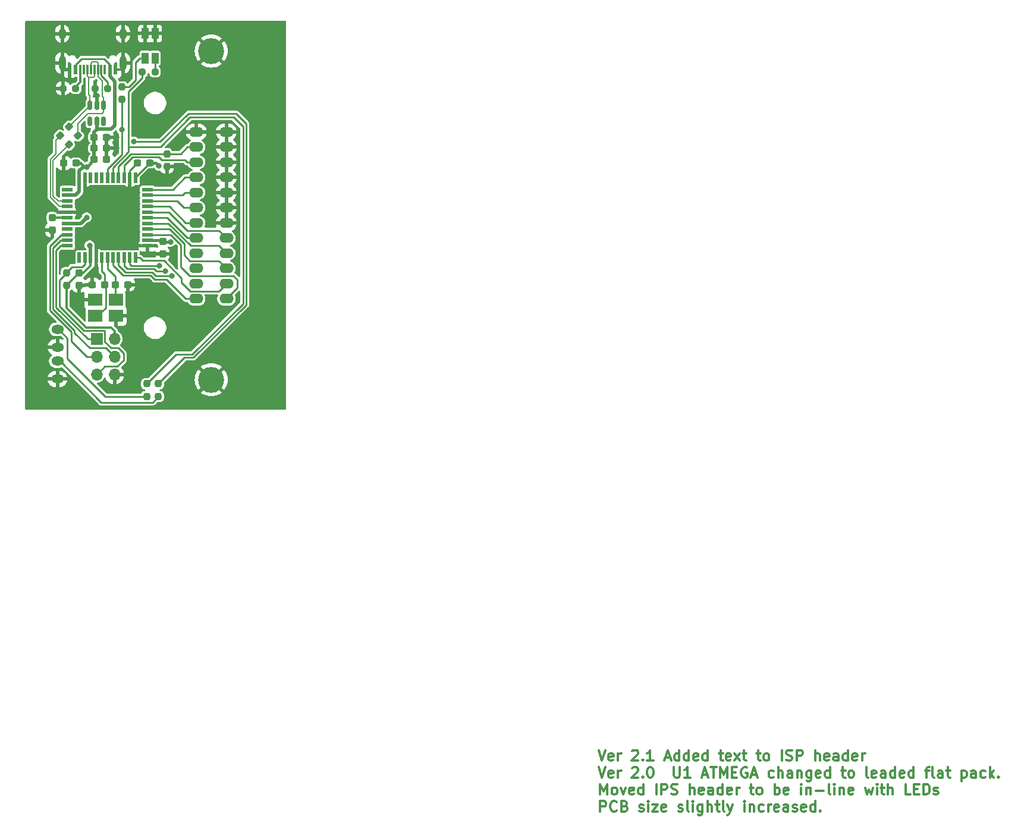
<source format=gtl>
%TF.GenerationSoftware,KiCad,Pcbnew,8.0.5*%
%TF.CreationDate,2024-10-26T16:59:59+13:00*%
%TF.ProjectId,usb_gpib_v2,7573625f-6770-4696-925f-76322e6b6963,C*%
%TF.SameCoordinates,Original*%
%TF.FileFunction,Copper,L1,Top*%
%TF.FilePolarity,Positive*%
%FSLAX46Y46*%
G04 Gerber Fmt 4.6, Leading zero omitted, Abs format (unit mm)*
G04 Created by KiCad (PCBNEW 8.0.5) date 2024-10-26 16:59:59*
%MOMM*%
%LPD*%
G01*
G04 APERTURE LIST*
G04 Aperture macros list*
%AMRoundRect*
0 Rectangle with rounded corners*
0 $1 Rounding radius*
0 $2 $3 $4 $5 $6 $7 $8 $9 X,Y pos of 4 corners*
0 Add a 4 corners polygon primitive as box body*
4,1,4,$2,$3,$4,$5,$6,$7,$8,$9,$2,$3,0*
0 Add four circle primitives for the rounded corners*
1,1,$1+$1,$2,$3*
1,1,$1+$1,$4,$5*
1,1,$1+$1,$6,$7*
1,1,$1+$1,$8,$9*
0 Add four rect primitives between the rounded corners*
20,1,$1+$1,$2,$3,$4,$5,0*
20,1,$1+$1,$4,$5,$6,$7,0*
20,1,$1+$1,$6,$7,$8,$9,0*
20,1,$1+$1,$8,$9,$2,$3,0*%
G04 Aperture macros list end*
%ADD10C,0.300000*%
%TA.AperFunction,NonConductor*%
%ADD11C,0.300000*%
%TD*%
%TA.AperFunction,SMDPad,CuDef*%
%ADD12RoundRect,0.237500X-0.300000X-0.237500X0.300000X-0.237500X0.300000X0.237500X-0.300000X0.237500X0*%
%TD*%
%TA.AperFunction,SMDPad,CuDef*%
%ADD13RoundRect,0.237500X-0.237500X0.250000X-0.237500X-0.250000X0.237500X-0.250000X0.237500X0.250000X0*%
%TD*%
%TA.AperFunction,SMDPad,CuDef*%
%ADD14RoundRect,0.237500X0.300000X0.237500X-0.300000X0.237500X-0.300000X-0.237500X0.300000X-0.237500X0*%
%TD*%
%TA.AperFunction,SMDPad,CuDef*%
%ADD15RoundRect,0.237500X0.250000X0.237500X-0.250000X0.237500X-0.250000X-0.237500X0.250000X-0.237500X0*%
%TD*%
%TA.AperFunction,SMDPad,CuDef*%
%ADD16RoundRect,0.237500X0.008839X0.344715X-0.344715X-0.008839X-0.008839X-0.344715X0.344715X0.008839X0*%
%TD*%
%TA.AperFunction,SMDPad,CuDef*%
%ADD17R,1.500000X0.550000*%
%TD*%
%TA.AperFunction,SMDPad,CuDef*%
%ADD18R,0.550000X1.500000*%
%TD*%
%TA.AperFunction,ComponentPad*%
%ADD19O,1.800000X1.300000*%
%TD*%
%TA.AperFunction,SMDPad,CuDef*%
%ADD20RoundRect,0.237500X-0.250000X-0.237500X0.250000X-0.237500X0.250000X0.237500X-0.250000X0.237500X0*%
%TD*%
%TA.AperFunction,SMDPad,CuDef*%
%ADD21R,0.600000X1.450000*%
%TD*%
%TA.AperFunction,SMDPad,CuDef*%
%ADD22R,0.300000X1.450000*%
%TD*%
%TA.AperFunction,ComponentPad*%
%ADD23O,1.000000X2.100000*%
%TD*%
%TA.AperFunction,ComponentPad*%
%ADD24O,1.000000X1.600000*%
%TD*%
%TA.AperFunction,ComponentPad*%
%ADD25O,2.000000X1.400000*%
%TD*%
%TA.AperFunction,ComponentPad*%
%ADD26C,3.700000*%
%TD*%
%TA.AperFunction,SMDPad,CuDef*%
%ADD27RoundRect,0.237500X-0.237500X0.300000X-0.237500X-0.300000X0.237500X-0.300000X0.237500X0.300000X0*%
%TD*%
%TA.AperFunction,SMDPad,CuDef*%
%ADD28R,0.990600X1.500000*%
%TD*%
%TA.AperFunction,SMDPad,CuDef*%
%ADD29RoundRect,0.150000X-0.150000X0.512500X-0.150000X-0.512500X0.150000X-0.512500X0.150000X0.512500X0*%
%TD*%
%TA.AperFunction,SMDPad,CuDef*%
%ADD30R,2.100000X1.800000*%
%TD*%
%TA.AperFunction,ComponentPad*%
%ADD31R,1.700000X1.700000*%
%TD*%
%TA.AperFunction,ComponentPad*%
%ADD32O,1.700000X1.700000*%
%TD*%
%TA.AperFunction,SMDPad,CuDef*%
%ADD33RoundRect,0.237500X0.237500X-0.250000X0.237500X0.250000X-0.237500X0.250000X-0.237500X-0.250000X0*%
%TD*%
%TA.AperFunction,ViaPad*%
%ADD34C,0.800000*%
%TD*%
%TA.AperFunction,Conductor*%
%ADD35C,0.300000*%
%TD*%
%TA.AperFunction,Conductor*%
%ADD36C,0.250000*%
%TD*%
%TA.AperFunction,Conductor*%
%ADD37C,0.200000*%
%TD*%
%TA.AperFunction,Conductor*%
%ADD38C,0.500000*%
%TD*%
%TA.AperFunction,Conductor*%
%ADD39C,0.400000*%
%TD*%
G04 APERTURE END LIST*
D10*
D11*
X178140225Y-168148954D02*
X178640225Y-169648954D01*
X178640225Y-169648954D02*
X179140225Y-168148954D01*
X180211653Y-169577526D02*
X180068796Y-169648954D01*
X180068796Y-169648954D02*
X179783082Y-169648954D01*
X179783082Y-169648954D02*
X179640224Y-169577526D01*
X179640224Y-169577526D02*
X179568796Y-169434668D01*
X179568796Y-169434668D02*
X179568796Y-168863240D01*
X179568796Y-168863240D02*
X179640224Y-168720383D01*
X179640224Y-168720383D02*
X179783082Y-168648954D01*
X179783082Y-168648954D02*
X180068796Y-168648954D01*
X180068796Y-168648954D02*
X180211653Y-168720383D01*
X180211653Y-168720383D02*
X180283082Y-168863240D01*
X180283082Y-168863240D02*
X180283082Y-169006097D01*
X180283082Y-169006097D02*
X179568796Y-169148954D01*
X180925938Y-169648954D02*
X180925938Y-168648954D01*
X180925938Y-168934668D02*
X180997367Y-168791811D01*
X180997367Y-168791811D02*
X181068796Y-168720383D01*
X181068796Y-168720383D02*
X181211653Y-168648954D01*
X181211653Y-168648954D02*
X181354510Y-168648954D01*
X182925938Y-168291811D02*
X182997366Y-168220383D01*
X182997366Y-168220383D02*
X183140224Y-168148954D01*
X183140224Y-168148954D02*
X183497366Y-168148954D01*
X183497366Y-168148954D02*
X183640224Y-168220383D01*
X183640224Y-168220383D02*
X183711652Y-168291811D01*
X183711652Y-168291811D02*
X183783081Y-168434668D01*
X183783081Y-168434668D02*
X183783081Y-168577526D01*
X183783081Y-168577526D02*
X183711652Y-168791811D01*
X183711652Y-168791811D02*
X182854509Y-169648954D01*
X182854509Y-169648954D02*
X183783081Y-169648954D01*
X184425937Y-169506097D02*
X184497366Y-169577526D01*
X184497366Y-169577526D02*
X184425937Y-169648954D01*
X184425937Y-169648954D02*
X184354509Y-169577526D01*
X184354509Y-169577526D02*
X184425937Y-169506097D01*
X184425937Y-169506097D02*
X184425937Y-169648954D01*
X185925938Y-169648954D02*
X185068795Y-169648954D01*
X185497366Y-169648954D02*
X185497366Y-168148954D01*
X185497366Y-168148954D02*
X185354509Y-168363240D01*
X185354509Y-168363240D02*
X185211652Y-168506097D01*
X185211652Y-168506097D02*
X185068795Y-168577526D01*
X187640223Y-169220383D02*
X188354509Y-169220383D01*
X187497366Y-169648954D02*
X187997366Y-168148954D01*
X187997366Y-168148954D02*
X188497366Y-169648954D01*
X189640223Y-169648954D02*
X189640223Y-168148954D01*
X189640223Y-169577526D02*
X189497365Y-169648954D01*
X189497365Y-169648954D02*
X189211651Y-169648954D01*
X189211651Y-169648954D02*
X189068794Y-169577526D01*
X189068794Y-169577526D02*
X188997365Y-169506097D01*
X188997365Y-169506097D02*
X188925937Y-169363240D01*
X188925937Y-169363240D02*
X188925937Y-168934668D01*
X188925937Y-168934668D02*
X188997365Y-168791811D01*
X188997365Y-168791811D02*
X189068794Y-168720383D01*
X189068794Y-168720383D02*
X189211651Y-168648954D01*
X189211651Y-168648954D02*
X189497365Y-168648954D01*
X189497365Y-168648954D02*
X189640223Y-168720383D01*
X190997366Y-169648954D02*
X190997366Y-168148954D01*
X190997366Y-169577526D02*
X190854508Y-169648954D01*
X190854508Y-169648954D02*
X190568794Y-169648954D01*
X190568794Y-169648954D02*
X190425937Y-169577526D01*
X190425937Y-169577526D02*
X190354508Y-169506097D01*
X190354508Y-169506097D02*
X190283080Y-169363240D01*
X190283080Y-169363240D02*
X190283080Y-168934668D01*
X190283080Y-168934668D02*
X190354508Y-168791811D01*
X190354508Y-168791811D02*
X190425937Y-168720383D01*
X190425937Y-168720383D02*
X190568794Y-168648954D01*
X190568794Y-168648954D02*
X190854508Y-168648954D01*
X190854508Y-168648954D02*
X190997366Y-168720383D01*
X192283080Y-169577526D02*
X192140223Y-169648954D01*
X192140223Y-169648954D02*
X191854509Y-169648954D01*
X191854509Y-169648954D02*
X191711651Y-169577526D01*
X191711651Y-169577526D02*
X191640223Y-169434668D01*
X191640223Y-169434668D02*
X191640223Y-168863240D01*
X191640223Y-168863240D02*
X191711651Y-168720383D01*
X191711651Y-168720383D02*
X191854509Y-168648954D01*
X191854509Y-168648954D02*
X192140223Y-168648954D01*
X192140223Y-168648954D02*
X192283080Y-168720383D01*
X192283080Y-168720383D02*
X192354509Y-168863240D01*
X192354509Y-168863240D02*
X192354509Y-169006097D01*
X192354509Y-169006097D02*
X191640223Y-169148954D01*
X193640223Y-169648954D02*
X193640223Y-168148954D01*
X193640223Y-169577526D02*
X193497365Y-169648954D01*
X193497365Y-169648954D02*
X193211651Y-169648954D01*
X193211651Y-169648954D02*
X193068794Y-169577526D01*
X193068794Y-169577526D02*
X192997365Y-169506097D01*
X192997365Y-169506097D02*
X192925937Y-169363240D01*
X192925937Y-169363240D02*
X192925937Y-168934668D01*
X192925937Y-168934668D02*
X192997365Y-168791811D01*
X192997365Y-168791811D02*
X193068794Y-168720383D01*
X193068794Y-168720383D02*
X193211651Y-168648954D01*
X193211651Y-168648954D02*
X193497365Y-168648954D01*
X193497365Y-168648954D02*
X193640223Y-168720383D01*
X195283080Y-168648954D02*
X195854508Y-168648954D01*
X195497365Y-168148954D02*
X195497365Y-169434668D01*
X195497365Y-169434668D02*
X195568794Y-169577526D01*
X195568794Y-169577526D02*
X195711651Y-169648954D01*
X195711651Y-169648954D02*
X195854508Y-169648954D01*
X196925937Y-169577526D02*
X196783080Y-169648954D01*
X196783080Y-169648954D02*
X196497366Y-169648954D01*
X196497366Y-169648954D02*
X196354508Y-169577526D01*
X196354508Y-169577526D02*
X196283080Y-169434668D01*
X196283080Y-169434668D02*
X196283080Y-168863240D01*
X196283080Y-168863240D02*
X196354508Y-168720383D01*
X196354508Y-168720383D02*
X196497366Y-168648954D01*
X196497366Y-168648954D02*
X196783080Y-168648954D01*
X196783080Y-168648954D02*
X196925937Y-168720383D01*
X196925937Y-168720383D02*
X196997366Y-168863240D01*
X196997366Y-168863240D02*
X196997366Y-169006097D01*
X196997366Y-169006097D02*
X196283080Y-169148954D01*
X197497365Y-169648954D02*
X198283080Y-168648954D01*
X197497365Y-168648954D02*
X198283080Y-169648954D01*
X198640223Y-168648954D02*
X199211651Y-168648954D01*
X198854508Y-168148954D02*
X198854508Y-169434668D01*
X198854508Y-169434668D02*
X198925937Y-169577526D01*
X198925937Y-169577526D02*
X199068794Y-169648954D01*
X199068794Y-169648954D02*
X199211651Y-169648954D01*
X200640223Y-168648954D02*
X201211651Y-168648954D01*
X200854508Y-168148954D02*
X200854508Y-169434668D01*
X200854508Y-169434668D02*
X200925937Y-169577526D01*
X200925937Y-169577526D02*
X201068794Y-169648954D01*
X201068794Y-169648954D02*
X201211651Y-169648954D01*
X201925937Y-169648954D02*
X201783080Y-169577526D01*
X201783080Y-169577526D02*
X201711651Y-169506097D01*
X201711651Y-169506097D02*
X201640223Y-169363240D01*
X201640223Y-169363240D02*
X201640223Y-168934668D01*
X201640223Y-168934668D02*
X201711651Y-168791811D01*
X201711651Y-168791811D02*
X201783080Y-168720383D01*
X201783080Y-168720383D02*
X201925937Y-168648954D01*
X201925937Y-168648954D02*
X202140223Y-168648954D01*
X202140223Y-168648954D02*
X202283080Y-168720383D01*
X202283080Y-168720383D02*
X202354509Y-168791811D01*
X202354509Y-168791811D02*
X202425937Y-168934668D01*
X202425937Y-168934668D02*
X202425937Y-169363240D01*
X202425937Y-169363240D02*
X202354509Y-169506097D01*
X202354509Y-169506097D02*
X202283080Y-169577526D01*
X202283080Y-169577526D02*
X202140223Y-169648954D01*
X202140223Y-169648954D02*
X201925937Y-169648954D01*
X204211651Y-169648954D02*
X204211651Y-168148954D01*
X204854509Y-169577526D02*
X205068795Y-169648954D01*
X205068795Y-169648954D02*
X205425937Y-169648954D01*
X205425937Y-169648954D02*
X205568795Y-169577526D01*
X205568795Y-169577526D02*
X205640223Y-169506097D01*
X205640223Y-169506097D02*
X205711652Y-169363240D01*
X205711652Y-169363240D02*
X205711652Y-169220383D01*
X205711652Y-169220383D02*
X205640223Y-169077526D01*
X205640223Y-169077526D02*
X205568795Y-169006097D01*
X205568795Y-169006097D02*
X205425937Y-168934668D01*
X205425937Y-168934668D02*
X205140223Y-168863240D01*
X205140223Y-168863240D02*
X204997366Y-168791811D01*
X204997366Y-168791811D02*
X204925937Y-168720383D01*
X204925937Y-168720383D02*
X204854509Y-168577526D01*
X204854509Y-168577526D02*
X204854509Y-168434668D01*
X204854509Y-168434668D02*
X204925937Y-168291811D01*
X204925937Y-168291811D02*
X204997366Y-168220383D01*
X204997366Y-168220383D02*
X205140223Y-168148954D01*
X205140223Y-168148954D02*
X205497366Y-168148954D01*
X205497366Y-168148954D02*
X205711652Y-168220383D01*
X206354508Y-169648954D02*
X206354508Y-168148954D01*
X206354508Y-168148954D02*
X206925937Y-168148954D01*
X206925937Y-168148954D02*
X207068794Y-168220383D01*
X207068794Y-168220383D02*
X207140223Y-168291811D01*
X207140223Y-168291811D02*
X207211651Y-168434668D01*
X207211651Y-168434668D02*
X207211651Y-168648954D01*
X207211651Y-168648954D02*
X207140223Y-168791811D01*
X207140223Y-168791811D02*
X207068794Y-168863240D01*
X207068794Y-168863240D02*
X206925937Y-168934668D01*
X206925937Y-168934668D02*
X206354508Y-168934668D01*
X208997365Y-169648954D02*
X208997365Y-168148954D01*
X209640223Y-169648954D02*
X209640223Y-168863240D01*
X209640223Y-168863240D02*
X209568794Y-168720383D01*
X209568794Y-168720383D02*
X209425937Y-168648954D01*
X209425937Y-168648954D02*
X209211651Y-168648954D01*
X209211651Y-168648954D02*
X209068794Y-168720383D01*
X209068794Y-168720383D02*
X208997365Y-168791811D01*
X210925937Y-169577526D02*
X210783080Y-169648954D01*
X210783080Y-169648954D02*
X210497366Y-169648954D01*
X210497366Y-169648954D02*
X210354508Y-169577526D01*
X210354508Y-169577526D02*
X210283080Y-169434668D01*
X210283080Y-169434668D02*
X210283080Y-168863240D01*
X210283080Y-168863240D02*
X210354508Y-168720383D01*
X210354508Y-168720383D02*
X210497366Y-168648954D01*
X210497366Y-168648954D02*
X210783080Y-168648954D01*
X210783080Y-168648954D02*
X210925937Y-168720383D01*
X210925937Y-168720383D02*
X210997366Y-168863240D01*
X210997366Y-168863240D02*
X210997366Y-169006097D01*
X210997366Y-169006097D02*
X210283080Y-169148954D01*
X212283080Y-169648954D02*
X212283080Y-168863240D01*
X212283080Y-168863240D02*
X212211651Y-168720383D01*
X212211651Y-168720383D02*
X212068794Y-168648954D01*
X212068794Y-168648954D02*
X211783080Y-168648954D01*
X211783080Y-168648954D02*
X211640222Y-168720383D01*
X212283080Y-169577526D02*
X212140222Y-169648954D01*
X212140222Y-169648954D02*
X211783080Y-169648954D01*
X211783080Y-169648954D02*
X211640222Y-169577526D01*
X211640222Y-169577526D02*
X211568794Y-169434668D01*
X211568794Y-169434668D02*
X211568794Y-169291811D01*
X211568794Y-169291811D02*
X211640222Y-169148954D01*
X211640222Y-169148954D02*
X211783080Y-169077526D01*
X211783080Y-169077526D02*
X212140222Y-169077526D01*
X212140222Y-169077526D02*
X212283080Y-169006097D01*
X213640223Y-169648954D02*
X213640223Y-168148954D01*
X213640223Y-169577526D02*
X213497365Y-169648954D01*
X213497365Y-169648954D02*
X213211651Y-169648954D01*
X213211651Y-169648954D02*
X213068794Y-169577526D01*
X213068794Y-169577526D02*
X212997365Y-169506097D01*
X212997365Y-169506097D02*
X212925937Y-169363240D01*
X212925937Y-169363240D02*
X212925937Y-168934668D01*
X212925937Y-168934668D02*
X212997365Y-168791811D01*
X212997365Y-168791811D02*
X213068794Y-168720383D01*
X213068794Y-168720383D02*
X213211651Y-168648954D01*
X213211651Y-168648954D02*
X213497365Y-168648954D01*
X213497365Y-168648954D02*
X213640223Y-168720383D01*
X214925937Y-169577526D02*
X214783080Y-169648954D01*
X214783080Y-169648954D02*
X214497366Y-169648954D01*
X214497366Y-169648954D02*
X214354508Y-169577526D01*
X214354508Y-169577526D02*
X214283080Y-169434668D01*
X214283080Y-169434668D02*
X214283080Y-168863240D01*
X214283080Y-168863240D02*
X214354508Y-168720383D01*
X214354508Y-168720383D02*
X214497366Y-168648954D01*
X214497366Y-168648954D02*
X214783080Y-168648954D01*
X214783080Y-168648954D02*
X214925937Y-168720383D01*
X214925937Y-168720383D02*
X214997366Y-168863240D01*
X214997366Y-168863240D02*
X214997366Y-169006097D01*
X214997366Y-169006097D02*
X214283080Y-169148954D01*
X215640222Y-169648954D02*
X215640222Y-168648954D01*
X215640222Y-168934668D02*
X215711651Y-168791811D01*
X215711651Y-168791811D02*
X215783080Y-168720383D01*
X215783080Y-168720383D02*
X215925937Y-168648954D01*
X215925937Y-168648954D02*
X216068794Y-168648954D01*
X178140225Y-170563870D02*
X178640225Y-172063870D01*
X178640225Y-172063870D02*
X179140225Y-170563870D01*
X180211653Y-171992442D02*
X180068796Y-172063870D01*
X180068796Y-172063870D02*
X179783082Y-172063870D01*
X179783082Y-172063870D02*
X179640224Y-171992442D01*
X179640224Y-171992442D02*
X179568796Y-171849584D01*
X179568796Y-171849584D02*
X179568796Y-171278156D01*
X179568796Y-171278156D02*
X179640224Y-171135299D01*
X179640224Y-171135299D02*
X179783082Y-171063870D01*
X179783082Y-171063870D02*
X180068796Y-171063870D01*
X180068796Y-171063870D02*
X180211653Y-171135299D01*
X180211653Y-171135299D02*
X180283082Y-171278156D01*
X180283082Y-171278156D02*
X180283082Y-171421013D01*
X180283082Y-171421013D02*
X179568796Y-171563870D01*
X180925938Y-172063870D02*
X180925938Y-171063870D01*
X180925938Y-171349584D02*
X180997367Y-171206727D01*
X180997367Y-171206727D02*
X181068796Y-171135299D01*
X181068796Y-171135299D02*
X181211653Y-171063870D01*
X181211653Y-171063870D02*
X181354510Y-171063870D01*
X182925938Y-170706727D02*
X182997366Y-170635299D01*
X182997366Y-170635299D02*
X183140224Y-170563870D01*
X183140224Y-170563870D02*
X183497366Y-170563870D01*
X183497366Y-170563870D02*
X183640224Y-170635299D01*
X183640224Y-170635299D02*
X183711652Y-170706727D01*
X183711652Y-170706727D02*
X183783081Y-170849584D01*
X183783081Y-170849584D02*
X183783081Y-170992442D01*
X183783081Y-170992442D02*
X183711652Y-171206727D01*
X183711652Y-171206727D02*
X182854509Y-172063870D01*
X182854509Y-172063870D02*
X183783081Y-172063870D01*
X184425937Y-171921013D02*
X184497366Y-171992442D01*
X184497366Y-171992442D02*
X184425937Y-172063870D01*
X184425937Y-172063870D02*
X184354509Y-171992442D01*
X184354509Y-171992442D02*
X184425937Y-171921013D01*
X184425937Y-171921013D02*
X184425937Y-172063870D01*
X185425938Y-170563870D02*
X185568795Y-170563870D01*
X185568795Y-170563870D02*
X185711652Y-170635299D01*
X185711652Y-170635299D02*
X185783081Y-170706727D01*
X185783081Y-170706727D02*
X185854509Y-170849584D01*
X185854509Y-170849584D02*
X185925938Y-171135299D01*
X185925938Y-171135299D02*
X185925938Y-171492442D01*
X185925938Y-171492442D02*
X185854509Y-171778156D01*
X185854509Y-171778156D02*
X185783081Y-171921013D01*
X185783081Y-171921013D02*
X185711652Y-171992442D01*
X185711652Y-171992442D02*
X185568795Y-172063870D01*
X185568795Y-172063870D02*
X185425938Y-172063870D01*
X185425938Y-172063870D02*
X185283081Y-171992442D01*
X185283081Y-171992442D02*
X185211652Y-171921013D01*
X185211652Y-171921013D02*
X185140223Y-171778156D01*
X185140223Y-171778156D02*
X185068795Y-171492442D01*
X185068795Y-171492442D02*
X185068795Y-171135299D01*
X185068795Y-171135299D02*
X185140223Y-170849584D01*
X185140223Y-170849584D02*
X185211652Y-170706727D01*
X185211652Y-170706727D02*
X185283081Y-170635299D01*
X185283081Y-170635299D02*
X185425938Y-170563870D01*
X188854508Y-170563870D02*
X188854508Y-171778156D01*
X188854508Y-171778156D02*
X188925937Y-171921013D01*
X188925937Y-171921013D02*
X188997366Y-171992442D01*
X188997366Y-171992442D02*
X189140223Y-172063870D01*
X189140223Y-172063870D02*
X189425937Y-172063870D01*
X189425937Y-172063870D02*
X189568794Y-171992442D01*
X189568794Y-171992442D02*
X189640223Y-171921013D01*
X189640223Y-171921013D02*
X189711651Y-171778156D01*
X189711651Y-171778156D02*
X189711651Y-170563870D01*
X191211652Y-172063870D02*
X190354509Y-172063870D01*
X190783080Y-172063870D02*
X190783080Y-170563870D01*
X190783080Y-170563870D02*
X190640223Y-170778156D01*
X190640223Y-170778156D02*
X190497366Y-170921013D01*
X190497366Y-170921013D02*
X190354509Y-170992442D01*
X192925937Y-171635299D02*
X193640223Y-171635299D01*
X192783080Y-172063870D02*
X193283080Y-170563870D01*
X193283080Y-170563870D02*
X193783080Y-172063870D01*
X194068794Y-170563870D02*
X194925937Y-170563870D01*
X194497365Y-172063870D02*
X194497365Y-170563870D01*
X195425936Y-172063870D02*
X195425936Y-170563870D01*
X195425936Y-170563870D02*
X195925936Y-171635299D01*
X195925936Y-171635299D02*
X196425936Y-170563870D01*
X196425936Y-170563870D02*
X196425936Y-172063870D01*
X197140222Y-171278156D02*
X197640222Y-171278156D01*
X197854508Y-172063870D02*
X197140222Y-172063870D01*
X197140222Y-172063870D02*
X197140222Y-170563870D01*
X197140222Y-170563870D02*
X197854508Y-170563870D01*
X199283080Y-170635299D02*
X199140223Y-170563870D01*
X199140223Y-170563870D02*
X198925937Y-170563870D01*
X198925937Y-170563870D02*
X198711651Y-170635299D01*
X198711651Y-170635299D02*
X198568794Y-170778156D01*
X198568794Y-170778156D02*
X198497365Y-170921013D01*
X198497365Y-170921013D02*
X198425937Y-171206727D01*
X198425937Y-171206727D02*
X198425937Y-171421013D01*
X198425937Y-171421013D02*
X198497365Y-171706727D01*
X198497365Y-171706727D02*
X198568794Y-171849584D01*
X198568794Y-171849584D02*
X198711651Y-171992442D01*
X198711651Y-171992442D02*
X198925937Y-172063870D01*
X198925937Y-172063870D02*
X199068794Y-172063870D01*
X199068794Y-172063870D02*
X199283080Y-171992442D01*
X199283080Y-171992442D02*
X199354508Y-171921013D01*
X199354508Y-171921013D02*
X199354508Y-171421013D01*
X199354508Y-171421013D02*
X199068794Y-171421013D01*
X199925937Y-171635299D02*
X200640223Y-171635299D01*
X199783080Y-172063870D02*
X200283080Y-170563870D01*
X200283080Y-170563870D02*
X200783080Y-172063870D01*
X203068794Y-171992442D02*
X202925936Y-172063870D01*
X202925936Y-172063870D02*
X202640222Y-172063870D01*
X202640222Y-172063870D02*
X202497365Y-171992442D01*
X202497365Y-171992442D02*
X202425936Y-171921013D01*
X202425936Y-171921013D02*
X202354508Y-171778156D01*
X202354508Y-171778156D02*
X202354508Y-171349584D01*
X202354508Y-171349584D02*
X202425936Y-171206727D01*
X202425936Y-171206727D02*
X202497365Y-171135299D01*
X202497365Y-171135299D02*
X202640222Y-171063870D01*
X202640222Y-171063870D02*
X202925936Y-171063870D01*
X202925936Y-171063870D02*
X203068794Y-171135299D01*
X203711650Y-172063870D02*
X203711650Y-170563870D01*
X204354508Y-172063870D02*
X204354508Y-171278156D01*
X204354508Y-171278156D02*
X204283079Y-171135299D01*
X204283079Y-171135299D02*
X204140222Y-171063870D01*
X204140222Y-171063870D02*
X203925936Y-171063870D01*
X203925936Y-171063870D02*
X203783079Y-171135299D01*
X203783079Y-171135299D02*
X203711650Y-171206727D01*
X205711651Y-172063870D02*
X205711651Y-171278156D01*
X205711651Y-171278156D02*
X205640222Y-171135299D01*
X205640222Y-171135299D02*
X205497365Y-171063870D01*
X205497365Y-171063870D02*
X205211651Y-171063870D01*
X205211651Y-171063870D02*
X205068793Y-171135299D01*
X205711651Y-171992442D02*
X205568793Y-172063870D01*
X205568793Y-172063870D02*
X205211651Y-172063870D01*
X205211651Y-172063870D02*
X205068793Y-171992442D01*
X205068793Y-171992442D02*
X204997365Y-171849584D01*
X204997365Y-171849584D02*
X204997365Y-171706727D01*
X204997365Y-171706727D02*
X205068793Y-171563870D01*
X205068793Y-171563870D02*
X205211651Y-171492442D01*
X205211651Y-171492442D02*
X205568793Y-171492442D01*
X205568793Y-171492442D02*
X205711651Y-171421013D01*
X206425936Y-171063870D02*
X206425936Y-172063870D01*
X206425936Y-171206727D02*
X206497365Y-171135299D01*
X206497365Y-171135299D02*
X206640222Y-171063870D01*
X206640222Y-171063870D02*
X206854508Y-171063870D01*
X206854508Y-171063870D02*
X206997365Y-171135299D01*
X206997365Y-171135299D02*
X207068794Y-171278156D01*
X207068794Y-171278156D02*
X207068794Y-172063870D01*
X208425937Y-171063870D02*
X208425937Y-172278156D01*
X208425937Y-172278156D02*
X208354508Y-172421013D01*
X208354508Y-172421013D02*
X208283079Y-172492442D01*
X208283079Y-172492442D02*
X208140222Y-172563870D01*
X208140222Y-172563870D02*
X207925937Y-172563870D01*
X207925937Y-172563870D02*
X207783079Y-172492442D01*
X208425937Y-171992442D02*
X208283079Y-172063870D01*
X208283079Y-172063870D02*
X207997365Y-172063870D01*
X207997365Y-172063870D02*
X207854508Y-171992442D01*
X207854508Y-171992442D02*
X207783079Y-171921013D01*
X207783079Y-171921013D02*
X207711651Y-171778156D01*
X207711651Y-171778156D02*
X207711651Y-171349584D01*
X207711651Y-171349584D02*
X207783079Y-171206727D01*
X207783079Y-171206727D02*
X207854508Y-171135299D01*
X207854508Y-171135299D02*
X207997365Y-171063870D01*
X207997365Y-171063870D02*
X208283079Y-171063870D01*
X208283079Y-171063870D02*
X208425937Y-171135299D01*
X209711651Y-171992442D02*
X209568794Y-172063870D01*
X209568794Y-172063870D02*
X209283080Y-172063870D01*
X209283080Y-172063870D02*
X209140222Y-171992442D01*
X209140222Y-171992442D02*
X209068794Y-171849584D01*
X209068794Y-171849584D02*
X209068794Y-171278156D01*
X209068794Y-171278156D02*
X209140222Y-171135299D01*
X209140222Y-171135299D02*
X209283080Y-171063870D01*
X209283080Y-171063870D02*
X209568794Y-171063870D01*
X209568794Y-171063870D02*
X209711651Y-171135299D01*
X209711651Y-171135299D02*
X209783080Y-171278156D01*
X209783080Y-171278156D02*
X209783080Y-171421013D01*
X209783080Y-171421013D02*
X209068794Y-171563870D01*
X211068794Y-172063870D02*
X211068794Y-170563870D01*
X211068794Y-171992442D02*
X210925936Y-172063870D01*
X210925936Y-172063870D02*
X210640222Y-172063870D01*
X210640222Y-172063870D02*
X210497365Y-171992442D01*
X210497365Y-171992442D02*
X210425936Y-171921013D01*
X210425936Y-171921013D02*
X210354508Y-171778156D01*
X210354508Y-171778156D02*
X210354508Y-171349584D01*
X210354508Y-171349584D02*
X210425936Y-171206727D01*
X210425936Y-171206727D02*
X210497365Y-171135299D01*
X210497365Y-171135299D02*
X210640222Y-171063870D01*
X210640222Y-171063870D02*
X210925936Y-171063870D01*
X210925936Y-171063870D02*
X211068794Y-171135299D01*
X212711651Y-171063870D02*
X213283079Y-171063870D01*
X212925936Y-170563870D02*
X212925936Y-171849584D01*
X212925936Y-171849584D02*
X212997365Y-171992442D01*
X212997365Y-171992442D02*
X213140222Y-172063870D01*
X213140222Y-172063870D02*
X213283079Y-172063870D01*
X213997365Y-172063870D02*
X213854508Y-171992442D01*
X213854508Y-171992442D02*
X213783079Y-171921013D01*
X213783079Y-171921013D02*
X213711651Y-171778156D01*
X213711651Y-171778156D02*
X213711651Y-171349584D01*
X213711651Y-171349584D02*
X213783079Y-171206727D01*
X213783079Y-171206727D02*
X213854508Y-171135299D01*
X213854508Y-171135299D02*
X213997365Y-171063870D01*
X213997365Y-171063870D02*
X214211651Y-171063870D01*
X214211651Y-171063870D02*
X214354508Y-171135299D01*
X214354508Y-171135299D02*
X214425937Y-171206727D01*
X214425937Y-171206727D02*
X214497365Y-171349584D01*
X214497365Y-171349584D02*
X214497365Y-171778156D01*
X214497365Y-171778156D02*
X214425937Y-171921013D01*
X214425937Y-171921013D02*
X214354508Y-171992442D01*
X214354508Y-171992442D02*
X214211651Y-172063870D01*
X214211651Y-172063870D02*
X213997365Y-172063870D01*
X216497365Y-172063870D02*
X216354508Y-171992442D01*
X216354508Y-171992442D02*
X216283079Y-171849584D01*
X216283079Y-171849584D02*
X216283079Y-170563870D01*
X217640222Y-171992442D02*
X217497365Y-172063870D01*
X217497365Y-172063870D02*
X217211651Y-172063870D01*
X217211651Y-172063870D02*
X217068793Y-171992442D01*
X217068793Y-171992442D02*
X216997365Y-171849584D01*
X216997365Y-171849584D02*
X216997365Y-171278156D01*
X216997365Y-171278156D02*
X217068793Y-171135299D01*
X217068793Y-171135299D02*
X217211651Y-171063870D01*
X217211651Y-171063870D02*
X217497365Y-171063870D01*
X217497365Y-171063870D02*
X217640222Y-171135299D01*
X217640222Y-171135299D02*
X217711651Y-171278156D01*
X217711651Y-171278156D02*
X217711651Y-171421013D01*
X217711651Y-171421013D02*
X216997365Y-171563870D01*
X218997365Y-172063870D02*
X218997365Y-171278156D01*
X218997365Y-171278156D02*
X218925936Y-171135299D01*
X218925936Y-171135299D02*
X218783079Y-171063870D01*
X218783079Y-171063870D02*
X218497365Y-171063870D01*
X218497365Y-171063870D02*
X218354507Y-171135299D01*
X218997365Y-171992442D02*
X218854507Y-172063870D01*
X218854507Y-172063870D02*
X218497365Y-172063870D01*
X218497365Y-172063870D02*
X218354507Y-171992442D01*
X218354507Y-171992442D02*
X218283079Y-171849584D01*
X218283079Y-171849584D02*
X218283079Y-171706727D01*
X218283079Y-171706727D02*
X218354507Y-171563870D01*
X218354507Y-171563870D02*
X218497365Y-171492442D01*
X218497365Y-171492442D02*
X218854507Y-171492442D01*
X218854507Y-171492442D02*
X218997365Y-171421013D01*
X220354508Y-172063870D02*
X220354508Y-170563870D01*
X220354508Y-171992442D02*
X220211650Y-172063870D01*
X220211650Y-172063870D02*
X219925936Y-172063870D01*
X219925936Y-172063870D02*
X219783079Y-171992442D01*
X219783079Y-171992442D02*
X219711650Y-171921013D01*
X219711650Y-171921013D02*
X219640222Y-171778156D01*
X219640222Y-171778156D02*
X219640222Y-171349584D01*
X219640222Y-171349584D02*
X219711650Y-171206727D01*
X219711650Y-171206727D02*
X219783079Y-171135299D01*
X219783079Y-171135299D02*
X219925936Y-171063870D01*
X219925936Y-171063870D02*
X220211650Y-171063870D01*
X220211650Y-171063870D02*
X220354508Y-171135299D01*
X221640222Y-171992442D02*
X221497365Y-172063870D01*
X221497365Y-172063870D02*
X221211651Y-172063870D01*
X221211651Y-172063870D02*
X221068793Y-171992442D01*
X221068793Y-171992442D02*
X220997365Y-171849584D01*
X220997365Y-171849584D02*
X220997365Y-171278156D01*
X220997365Y-171278156D02*
X221068793Y-171135299D01*
X221068793Y-171135299D02*
X221211651Y-171063870D01*
X221211651Y-171063870D02*
X221497365Y-171063870D01*
X221497365Y-171063870D02*
X221640222Y-171135299D01*
X221640222Y-171135299D02*
X221711651Y-171278156D01*
X221711651Y-171278156D02*
X221711651Y-171421013D01*
X221711651Y-171421013D02*
X220997365Y-171563870D01*
X222997365Y-172063870D02*
X222997365Y-170563870D01*
X222997365Y-171992442D02*
X222854507Y-172063870D01*
X222854507Y-172063870D02*
X222568793Y-172063870D01*
X222568793Y-172063870D02*
X222425936Y-171992442D01*
X222425936Y-171992442D02*
X222354507Y-171921013D01*
X222354507Y-171921013D02*
X222283079Y-171778156D01*
X222283079Y-171778156D02*
X222283079Y-171349584D01*
X222283079Y-171349584D02*
X222354507Y-171206727D01*
X222354507Y-171206727D02*
X222425936Y-171135299D01*
X222425936Y-171135299D02*
X222568793Y-171063870D01*
X222568793Y-171063870D02*
X222854507Y-171063870D01*
X222854507Y-171063870D02*
X222997365Y-171135299D01*
X224640222Y-171063870D02*
X225211650Y-171063870D01*
X224854507Y-172063870D02*
X224854507Y-170778156D01*
X224854507Y-170778156D02*
X224925936Y-170635299D01*
X224925936Y-170635299D02*
X225068793Y-170563870D01*
X225068793Y-170563870D02*
X225211650Y-170563870D01*
X225925936Y-172063870D02*
X225783079Y-171992442D01*
X225783079Y-171992442D02*
X225711650Y-171849584D01*
X225711650Y-171849584D02*
X225711650Y-170563870D01*
X227140222Y-172063870D02*
X227140222Y-171278156D01*
X227140222Y-171278156D02*
X227068793Y-171135299D01*
X227068793Y-171135299D02*
X226925936Y-171063870D01*
X226925936Y-171063870D02*
X226640222Y-171063870D01*
X226640222Y-171063870D02*
X226497364Y-171135299D01*
X227140222Y-171992442D02*
X226997364Y-172063870D01*
X226997364Y-172063870D02*
X226640222Y-172063870D01*
X226640222Y-172063870D02*
X226497364Y-171992442D01*
X226497364Y-171992442D02*
X226425936Y-171849584D01*
X226425936Y-171849584D02*
X226425936Y-171706727D01*
X226425936Y-171706727D02*
X226497364Y-171563870D01*
X226497364Y-171563870D02*
X226640222Y-171492442D01*
X226640222Y-171492442D02*
X226997364Y-171492442D01*
X226997364Y-171492442D02*
X227140222Y-171421013D01*
X227640222Y-171063870D02*
X228211650Y-171063870D01*
X227854507Y-170563870D02*
X227854507Y-171849584D01*
X227854507Y-171849584D02*
X227925936Y-171992442D01*
X227925936Y-171992442D02*
X228068793Y-172063870D01*
X228068793Y-172063870D02*
X228211650Y-172063870D01*
X229854507Y-171063870D02*
X229854507Y-172563870D01*
X229854507Y-171135299D02*
X229997365Y-171063870D01*
X229997365Y-171063870D02*
X230283079Y-171063870D01*
X230283079Y-171063870D02*
X230425936Y-171135299D01*
X230425936Y-171135299D02*
X230497365Y-171206727D01*
X230497365Y-171206727D02*
X230568793Y-171349584D01*
X230568793Y-171349584D02*
X230568793Y-171778156D01*
X230568793Y-171778156D02*
X230497365Y-171921013D01*
X230497365Y-171921013D02*
X230425936Y-171992442D01*
X230425936Y-171992442D02*
X230283079Y-172063870D01*
X230283079Y-172063870D02*
X229997365Y-172063870D01*
X229997365Y-172063870D02*
X229854507Y-171992442D01*
X231854508Y-172063870D02*
X231854508Y-171278156D01*
X231854508Y-171278156D02*
X231783079Y-171135299D01*
X231783079Y-171135299D02*
X231640222Y-171063870D01*
X231640222Y-171063870D02*
X231354508Y-171063870D01*
X231354508Y-171063870D02*
X231211650Y-171135299D01*
X231854508Y-171992442D02*
X231711650Y-172063870D01*
X231711650Y-172063870D02*
X231354508Y-172063870D01*
X231354508Y-172063870D02*
X231211650Y-171992442D01*
X231211650Y-171992442D02*
X231140222Y-171849584D01*
X231140222Y-171849584D02*
X231140222Y-171706727D01*
X231140222Y-171706727D02*
X231211650Y-171563870D01*
X231211650Y-171563870D02*
X231354508Y-171492442D01*
X231354508Y-171492442D02*
X231711650Y-171492442D01*
X231711650Y-171492442D02*
X231854508Y-171421013D01*
X233211651Y-171992442D02*
X233068793Y-172063870D01*
X233068793Y-172063870D02*
X232783079Y-172063870D01*
X232783079Y-172063870D02*
X232640222Y-171992442D01*
X232640222Y-171992442D02*
X232568793Y-171921013D01*
X232568793Y-171921013D02*
X232497365Y-171778156D01*
X232497365Y-171778156D02*
X232497365Y-171349584D01*
X232497365Y-171349584D02*
X232568793Y-171206727D01*
X232568793Y-171206727D02*
X232640222Y-171135299D01*
X232640222Y-171135299D02*
X232783079Y-171063870D01*
X232783079Y-171063870D02*
X233068793Y-171063870D01*
X233068793Y-171063870D02*
X233211651Y-171135299D01*
X233854507Y-172063870D02*
X233854507Y-170563870D01*
X233997365Y-171492442D02*
X234425936Y-172063870D01*
X234425936Y-171063870D02*
X233854507Y-171635299D01*
X235068793Y-171921013D02*
X235140222Y-171992442D01*
X235140222Y-171992442D02*
X235068793Y-172063870D01*
X235068793Y-172063870D02*
X234997365Y-171992442D01*
X234997365Y-171992442D02*
X235068793Y-171921013D01*
X235068793Y-171921013D02*
X235068793Y-172063870D01*
X178354510Y-174478786D02*
X178354510Y-172978786D01*
X178354510Y-172978786D02*
X178854510Y-174050215D01*
X178854510Y-174050215D02*
X179354510Y-172978786D01*
X179354510Y-172978786D02*
X179354510Y-174478786D01*
X180283082Y-174478786D02*
X180140225Y-174407358D01*
X180140225Y-174407358D02*
X180068796Y-174335929D01*
X180068796Y-174335929D02*
X179997368Y-174193072D01*
X179997368Y-174193072D02*
X179997368Y-173764500D01*
X179997368Y-173764500D02*
X180068796Y-173621643D01*
X180068796Y-173621643D02*
X180140225Y-173550215D01*
X180140225Y-173550215D02*
X180283082Y-173478786D01*
X180283082Y-173478786D02*
X180497368Y-173478786D01*
X180497368Y-173478786D02*
X180640225Y-173550215D01*
X180640225Y-173550215D02*
X180711654Y-173621643D01*
X180711654Y-173621643D02*
X180783082Y-173764500D01*
X180783082Y-173764500D02*
X180783082Y-174193072D01*
X180783082Y-174193072D02*
X180711654Y-174335929D01*
X180711654Y-174335929D02*
X180640225Y-174407358D01*
X180640225Y-174407358D02*
X180497368Y-174478786D01*
X180497368Y-174478786D02*
X180283082Y-174478786D01*
X181283082Y-173478786D02*
X181640225Y-174478786D01*
X181640225Y-174478786D02*
X181997368Y-173478786D01*
X183140225Y-174407358D02*
X182997368Y-174478786D01*
X182997368Y-174478786D02*
X182711654Y-174478786D01*
X182711654Y-174478786D02*
X182568796Y-174407358D01*
X182568796Y-174407358D02*
X182497368Y-174264500D01*
X182497368Y-174264500D02*
X182497368Y-173693072D01*
X182497368Y-173693072D02*
X182568796Y-173550215D01*
X182568796Y-173550215D02*
X182711654Y-173478786D01*
X182711654Y-173478786D02*
X182997368Y-173478786D01*
X182997368Y-173478786D02*
X183140225Y-173550215D01*
X183140225Y-173550215D02*
X183211654Y-173693072D01*
X183211654Y-173693072D02*
X183211654Y-173835929D01*
X183211654Y-173835929D02*
X182497368Y-173978786D01*
X184497368Y-174478786D02*
X184497368Y-172978786D01*
X184497368Y-174407358D02*
X184354510Y-174478786D01*
X184354510Y-174478786D02*
X184068796Y-174478786D01*
X184068796Y-174478786D02*
X183925939Y-174407358D01*
X183925939Y-174407358D02*
X183854510Y-174335929D01*
X183854510Y-174335929D02*
X183783082Y-174193072D01*
X183783082Y-174193072D02*
X183783082Y-173764500D01*
X183783082Y-173764500D02*
X183854510Y-173621643D01*
X183854510Y-173621643D02*
X183925939Y-173550215D01*
X183925939Y-173550215D02*
X184068796Y-173478786D01*
X184068796Y-173478786D02*
X184354510Y-173478786D01*
X184354510Y-173478786D02*
X184497368Y-173550215D01*
X186354510Y-174478786D02*
X186354510Y-172978786D01*
X187068796Y-174478786D02*
X187068796Y-172978786D01*
X187068796Y-172978786D02*
X187640225Y-172978786D01*
X187640225Y-172978786D02*
X187783082Y-173050215D01*
X187783082Y-173050215D02*
X187854511Y-173121643D01*
X187854511Y-173121643D02*
X187925939Y-173264500D01*
X187925939Y-173264500D02*
X187925939Y-173478786D01*
X187925939Y-173478786D02*
X187854511Y-173621643D01*
X187854511Y-173621643D02*
X187783082Y-173693072D01*
X187783082Y-173693072D02*
X187640225Y-173764500D01*
X187640225Y-173764500D02*
X187068796Y-173764500D01*
X188497368Y-174407358D02*
X188711654Y-174478786D01*
X188711654Y-174478786D02*
X189068796Y-174478786D01*
X189068796Y-174478786D02*
X189211654Y-174407358D01*
X189211654Y-174407358D02*
X189283082Y-174335929D01*
X189283082Y-174335929D02*
X189354511Y-174193072D01*
X189354511Y-174193072D02*
X189354511Y-174050215D01*
X189354511Y-174050215D02*
X189283082Y-173907358D01*
X189283082Y-173907358D02*
X189211654Y-173835929D01*
X189211654Y-173835929D02*
X189068796Y-173764500D01*
X189068796Y-173764500D02*
X188783082Y-173693072D01*
X188783082Y-173693072D02*
X188640225Y-173621643D01*
X188640225Y-173621643D02*
X188568796Y-173550215D01*
X188568796Y-173550215D02*
X188497368Y-173407358D01*
X188497368Y-173407358D02*
X188497368Y-173264500D01*
X188497368Y-173264500D02*
X188568796Y-173121643D01*
X188568796Y-173121643D02*
X188640225Y-173050215D01*
X188640225Y-173050215D02*
X188783082Y-172978786D01*
X188783082Y-172978786D02*
X189140225Y-172978786D01*
X189140225Y-172978786D02*
X189354511Y-173050215D01*
X191140224Y-174478786D02*
X191140224Y-172978786D01*
X191783082Y-174478786D02*
X191783082Y-173693072D01*
X191783082Y-173693072D02*
X191711653Y-173550215D01*
X191711653Y-173550215D02*
X191568796Y-173478786D01*
X191568796Y-173478786D02*
X191354510Y-173478786D01*
X191354510Y-173478786D02*
X191211653Y-173550215D01*
X191211653Y-173550215D02*
X191140224Y-173621643D01*
X193068796Y-174407358D02*
X192925939Y-174478786D01*
X192925939Y-174478786D02*
X192640225Y-174478786D01*
X192640225Y-174478786D02*
X192497367Y-174407358D01*
X192497367Y-174407358D02*
X192425939Y-174264500D01*
X192425939Y-174264500D02*
X192425939Y-173693072D01*
X192425939Y-173693072D02*
X192497367Y-173550215D01*
X192497367Y-173550215D02*
X192640225Y-173478786D01*
X192640225Y-173478786D02*
X192925939Y-173478786D01*
X192925939Y-173478786D02*
X193068796Y-173550215D01*
X193068796Y-173550215D02*
X193140225Y-173693072D01*
X193140225Y-173693072D02*
X193140225Y-173835929D01*
X193140225Y-173835929D02*
X192425939Y-173978786D01*
X194425939Y-174478786D02*
X194425939Y-173693072D01*
X194425939Y-173693072D02*
X194354510Y-173550215D01*
X194354510Y-173550215D02*
X194211653Y-173478786D01*
X194211653Y-173478786D02*
X193925939Y-173478786D01*
X193925939Y-173478786D02*
X193783081Y-173550215D01*
X194425939Y-174407358D02*
X194283081Y-174478786D01*
X194283081Y-174478786D02*
X193925939Y-174478786D01*
X193925939Y-174478786D02*
X193783081Y-174407358D01*
X193783081Y-174407358D02*
X193711653Y-174264500D01*
X193711653Y-174264500D02*
X193711653Y-174121643D01*
X193711653Y-174121643D02*
X193783081Y-173978786D01*
X193783081Y-173978786D02*
X193925939Y-173907358D01*
X193925939Y-173907358D02*
X194283081Y-173907358D01*
X194283081Y-173907358D02*
X194425939Y-173835929D01*
X195783082Y-174478786D02*
X195783082Y-172978786D01*
X195783082Y-174407358D02*
X195640224Y-174478786D01*
X195640224Y-174478786D02*
X195354510Y-174478786D01*
X195354510Y-174478786D02*
X195211653Y-174407358D01*
X195211653Y-174407358D02*
X195140224Y-174335929D01*
X195140224Y-174335929D02*
X195068796Y-174193072D01*
X195068796Y-174193072D02*
X195068796Y-173764500D01*
X195068796Y-173764500D02*
X195140224Y-173621643D01*
X195140224Y-173621643D02*
X195211653Y-173550215D01*
X195211653Y-173550215D02*
X195354510Y-173478786D01*
X195354510Y-173478786D02*
X195640224Y-173478786D01*
X195640224Y-173478786D02*
X195783082Y-173550215D01*
X197068796Y-174407358D02*
X196925939Y-174478786D01*
X196925939Y-174478786D02*
X196640225Y-174478786D01*
X196640225Y-174478786D02*
X196497367Y-174407358D01*
X196497367Y-174407358D02*
X196425939Y-174264500D01*
X196425939Y-174264500D02*
X196425939Y-173693072D01*
X196425939Y-173693072D02*
X196497367Y-173550215D01*
X196497367Y-173550215D02*
X196640225Y-173478786D01*
X196640225Y-173478786D02*
X196925939Y-173478786D01*
X196925939Y-173478786D02*
X197068796Y-173550215D01*
X197068796Y-173550215D02*
X197140225Y-173693072D01*
X197140225Y-173693072D02*
X197140225Y-173835929D01*
X197140225Y-173835929D02*
X196425939Y-173978786D01*
X197783081Y-174478786D02*
X197783081Y-173478786D01*
X197783081Y-173764500D02*
X197854510Y-173621643D01*
X197854510Y-173621643D02*
X197925939Y-173550215D01*
X197925939Y-173550215D02*
X198068796Y-173478786D01*
X198068796Y-173478786D02*
X198211653Y-173478786D01*
X199640224Y-173478786D02*
X200211652Y-173478786D01*
X199854509Y-172978786D02*
X199854509Y-174264500D01*
X199854509Y-174264500D02*
X199925938Y-174407358D01*
X199925938Y-174407358D02*
X200068795Y-174478786D01*
X200068795Y-174478786D02*
X200211652Y-174478786D01*
X200925938Y-174478786D02*
X200783081Y-174407358D01*
X200783081Y-174407358D02*
X200711652Y-174335929D01*
X200711652Y-174335929D02*
X200640224Y-174193072D01*
X200640224Y-174193072D02*
X200640224Y-173764500D01*
X200640224Y-173764500D02*
X200711652Y-173621643D01*
X200711652Y-173621643D02*
X200783081Y-173550215D01*
X200783081Y-173550215D02*
X200925938Y-173478786D01*
X200925938Y-173478786D02*
X201140224Y-173478786D01*
X201140224Y-173478786D02*
X201283081Y-173550215D01*
X201283081Y-173550215D02*
X201354510Y-173621643D01*
X201354510Y-173621643D02*
X201425938Y-173764500D01*
X201425938Y-173764500D02*
X201425938Y-174193072D01*
X201425938Y-174193072D02*
X201354510Y-174335929D01*
X201354510Y-174335929D02*
X201283081Y-174407358D01*
X201283081Y-174407358D02*
X201140224Y-174478786D01*
X201140224Y-174478786D02*
X200925938Y-174478786D01*
X203211652Y-174478786D02*
X203211652Y-172978786D01*
X203211652Y-173550215D02*
X203354510Y-173478786D01*
X203354510Y-173478786D02*
X203640224Y-173478786D01*
X203640224Y-173478786D02*
X203783081Y-173550215D01*
X203783081Y-173550215D02*
X203854510Y-173621643D01*
X203854510Y-173621643D02*
X203925938Y-173764500D01*
X203925938Y-173764500D02*
X203925938Y-174193072D01*
X203925938Y-174193072D02*
X203854510Y-174335929D01*
X203854510Y-174335929D02*
X203783081Y-174407358D01*
X203783081Y-174407358D02*
X203640224Y-174478786D01*
X203640224Y-174478786D02*
X203354510Y-174478786D01*
X203354510Y-174478786D02*
X203211652Y-174407358D01*
X205140224Y-174407358D02*
X204997367Y-174478786D01*
X204997367Y-174478786D02*
X204711653Y-174478786D01*
X204711653Y-174478786D02*
X204568795Y-174407358D01*
X204568795Y-174407358D02*
X204497367Y-174264500D01*
X204497367Y-174264500D02*
X204497367Y-173693072D01*
X204497367Y-173693072D02*
X204568795Y-173550215D01*
X204568795Y-173550215D02*
X204711653Y-173478786D01*
X204711653Y-173478786D02*
X204997367Y-173478786D01*
X204997367Y-173478786D02*
X205140224Y-173550215D01*
X205140224Y-173550215D02*
X205211653Y-173693072D01*
X205211653Y-173693072D02*
X205211653Y-173835929D01*
X205211653Y-173835929D02*
X204497367Y-173978786D01*
X206997366Y-174478786D02*
X206997366Y-173478786D01*
X206997366Y-172978786D02*
X206925938Y-173050215D01*
X206925938Y-173050215D02*
X206997366Y-173121643D01*
X206997366Y-173121643D02*
X207068795Y-173050215D01*
X207068795Y-173050215D02*
X206997366Y-172978786D01*
X206997366Y-172978786D02*
X206997366Y-173121643D01*
X207711652Y-173478786D02*
X207711652Y-174478786D01*
X207711652Y-173621643D02*
X207783081Y-173550215D01*
X207783081Y-173550215D02*
X207925938Y-173478786D01*
X207925938Y-173478786D02*
X208140224Y-173478786D01*
X208140224Y-173478786D02*
X208283081Y-173550215D01*
X208283081Y-173550215D02*
X208354510Y-173693072D01*
X208354510Y-173693072D02*
X208354510Y-174478786D01*
X209068795Y-173907358D02*
X210211653Y-173907358D01*
X211140224Y-174478786D02*
X210997367Y-174407358D01*
X210997367Y-174407358D02*
X210925938Y-174264500D01*
X210925938Y-174264500D02*
X210925938Y-172978786D01*
X211711652Y-174478786D02*
X211711652Y-173478786D01*
X211711652Y-172978786D02*
X211640224Y-173050215D01*
X211640224Y-173050215D02*
X211711652Y-173121643D01*
X211711652Y-173121643D02*
X211783081Y-173050215D01*
X211783081Y-173050215D02*
X211711652Y-172978786D01*
X211711652Y-172978786D02*
X211711652Y-173121643D01*
X212425938Y-173478786D02*
X212425938Y-174478786D01*
X212425938Y-173621643D02*
X212497367Y-173550215D01*
X212497367Y-173550215D02*
X212640224Y-173478786D01*
X212640224Y-173478786D02*
X212854510Y-173478786D01*
X212854510Y-173478786D02*
X212997367Y-173550215D01*
X212997367Y-173550215D02*
X213068796Y-173693072D01*
X213068796Y-173693072D02*
X213068796Y-174478786D01*
X214354510Y-174407358D02*
X214211653Y-174478786D01*
X214211653Y-174478786D02*
X213925939Y-174478786D01*
X213925939Y-174478786D02*
X213783081Y-174407358D01*
X213783081Y-174407358D02*
X213711653Y-174264500D01*
X213711653Y-174264500D02*
X213711653Y-173693072D01*
X213711653Y-173693072D02*
X213783081Y-173550215D01*
X213783081Y-173550215D02*
X213925939Y-173478786D01*
X213925939Y-173478786D02*
X214211653Y-173478786D01*
X214211653Y-173478786D02*
X214354510Y-173550215D01*
X214354510Y-173550215D02*
X214425939Y-173693072D01*
X214425939Y-173693072D02*
X214425939Y-173835929D01*
X214425939Y-173835929D02*
X213711653Y-173978786D01*
X216068795Y-173478786D02*
X216354510Y-174478786D01*
X216354510Y-174478786D02*
X216640224Y-173764500D01*
X216640224Y-173764500D02*
X216925938Y-174478786D01*
X216925938Y-174478786D02*
X217211652Y-173478786D01*
X217783081Y-174478786D02*
X217783081Y-173478786D01*
X217783081Y-172978786D02*
X217711653Y-173050215D01*
X217711653Y-173050215D02*
X217783081Y-173121643D01*
X217783081Y-173121643D02*
X217854510Y-173050215D01*
X217854510Y-173050215D02*
X217783081Y-172978786D01*
X217783081Y-172978786D02*
X217783081Y-173121643D01*
X218283082Y-173478786D02*
X218854510Y-173478786D01*
X218497367Y-172978786D02*
X218497367Y-174264500D01*
X218497367Y-174264500D02*
X218568796Y-174407358D01*
X218568796Y-174407358D02*
X218711653Y-174478786D01*
X218711653Y-174478786D02*
X218854510Y-174478786D01*
X219354510Y-174478786D02*
X219354510Y-172978786D01*
X219997368Y-174478786D02*
X219997368Y-173693072D01*
X219997368Y-173693072D02*
X219925939Y-173550215D01*
X219925939Y-173550215D02*
X219783082Y-173478786D01*
X219783082Y-173478786D02*
X219568796Y-173478786D01*
X219568796Y-173478786D02*
X219425939Y-173550215D01*
X219425939Y-173550215D02*
X219354510Y-173621643D01*
X222568796Y-174478786D02*
X221854510Y-174478786D01*
X221854510Y-174478786D02*
X221854510Y-172978786D01*
X223068796Y-173693072D02*
X223568796Y-173693072D01*
X223783082Y-174478786D02*
X223068796Y-174478786D01*
X223068796Y-174478786D02*
X223068796Y-172978786D01*
X223068796Y-172978786D02*
X223783082Y-172978786D01*
X224425939Y-174478786D02*
X224425939Y-172978786D01*
X224425939Y-172978786D02*
X224783082Y-172978786D01*
X224783082Y-172978786D02*
X224997368Y-173050215D01*
X224997368Y-173050215D02*
X225140225Y-173193072D01*
X225140225Y-173193072D02*
X225211654Y-173335929D01*
X225211654Y-173335929D02*
X225283082Y-173621643D01*
X225283082Y-173621643D02*
X225283082Y-173835929D01*
X225283082Y-173835929D02*
X225211654Y-174121643D01*
X225211654Y-174121643D02*
X225140225Y-174264500D01*
X225140225Y-174264500D02*
X224997368Y-174407358D01*
X224997368Y-174407358D02*
X224783082Y-174478786D01*
X224783082Y-174478786D02*
X224425939Y-174478786D01*
X225854511Y-174407358D02*
X225997368Y-174478786D01*
X225997368Y-174478786D02*
X226283082Y-174478786D01*
X226283082Y-174478786D02*
X226425939Y-174407358D01*
X226425939Y-174407358D02*
X226497368Y-174264500D01*
X226497368Y-174264500D02*
X226497368Y-174193072D01*
X226497368Y-174193072D02*
X226425939Y-174050215D01*
X226425939Y-174050215D02*
X226283082Y-173978786D01*
X226283082Y-173978786D02*
X226068797Y-173978786D01*
X226068797Y-173978786D02*
X225925939Y-173907358D01*
X225925939Y-173907358D02*
X225854511Y-173764500D01*
X225854511Y-173764500D02*
X225854511Y-173693072D01*
X225854511Y-173693072D02*
X225925939Y-173550215D01*
X225925939Y-173550215D02*
X226068797Y-173478786D01*
X226068797Y-173478786D02*
X226283082Y-173478786D01*
X226283082Y-173478786D02*
X226425939Y-173550215D01*
X178354510Y-176893702D02*
X178354510Y-175393702D01*
X178354510Y-175393702D02*
X178925939Y-175393702D01*
X178925939Y-175393702D02*
X179068796Y-175465131D01*
X179068796Y-175465131D02*
X179140225Y-175536559D01*
X179140225Y-175536559D02*
X179211653Y-175679416D01*
X179211653Y-175679416D02*
X179211653Y-175893702D01*
X179211653Y-175893702D02*
X179140225Y-176036559D01*
X179140225Y-176036559D02*
X179068796Y-176107988D01*
X179068796Y-176107988D02*
X178925939Y-176179416D01*
X178925939Y-176179416D02*
X178354510Y-176179416D01*
X180711653Y-176750845D02*
X180640225Y-176822274D01*
X180640225Y-176822274D02*
X180425939Y-176893702D01*
X180425939Y-176893702D02*
X180283082Y-176893702D01*
X180283082Y-176893702D02*
X180068796Y-176822274D01*
X180068796Y-176822274D02*
X179925939Y-176679416D01*
X179925939Y-176679416D02*
X179854510Y-176536559D01*
X179854510Y-176536559D02*
X179783082Y-176250845D01*
X179783082Y-176250845D02*
X179783082Y-176036559D01*
X179783082Y-176036559D02*
X179854510Y-175750845D01*
X179854510Y-175750845D02*
X179925939Y-175607988D01*
X179925939Y-175607988D02*
X180068796Y-175465131D01*
X180068796Y-175465131D02*
X180283082Y-175393702D01*
X180283082Y-175393702D02*
X180425939Y-175393702D01*
X180425939Y-175393702D02*
X180640225Y-175465131D01*
X180640225Y-175465131D02*
X180711653Y-175536559D01*
X181854510Y-176107988D02*
X182068796Y-176179416D01*
X182068796Y-176179416D02*
X182140225Y-176250845D01*
X182140225Y-176250845D02*
X182211653Y-176393702D01*
X182211653Y-176393702D02*
X182211653Y-176607988D01*
X182211653Y-176607988D02*
X182140225Y-176750845D01*
X182140225Y-176750845D02*
X182068796Y-176822274D01*
X182068796Y-176822274D02*
X181925939Y-176893702D01*
X181925939Y-176893702D02*
X181354510Y-176893702D01*
X181354510Y-176893702D02*
X181354510Y-175393702D01*
X181354510Y-175393702D02*
X181854510Y-175393702D01*
X181854510Y-175393702D02*
X181997368Y-175465131D01*
X181997368Y-175465131D02*
X182068796Y-175536559D01*
X182068796Y-175536559D02*
X182140225Y-175679416D01*
X182140225Y-175679416D02*
X182140225Y-175822274D01*
X182140225Y-175822274D02*
X182068796Y-175965131D01*
X182068796Y-175965131D02*
X181997368Y-176036559D01*
X181997368Y-176036559D02*
X181854510Y-176107988D01*
X181854510Y-176107988D02*
X181354510Y-176107988D01*
X183925939Y-176822274D02*
X184068796Y-176893702D01*
X184068796Y-176893702D02*
X184354510Y-176893702D01*
X184354510Y-176893702D02*
X184497367Y-176822274D01*
X184497367Y-176822274D02*
X184568796Y-176679416D01*
X184568796Y-176679416D02*
X184568796Y-176607988D01*
X184568796Y-176607988D02*
X184497367Y-176465131D01*
X184497367Y-176465131D02*
X184354510Y-176393702D01*
X184354510Y-176393702D02*
X184140225Y-176393702D01*
X184140225Y-176393702D02*
X183997367Y-176322274D01*
X183997367Y-176322274D02*
X183925939Y-176179416D01*
X183925939Y-176179416D02*
X183925939Y-176107988D01*
X183925939Y-176107988D02*
X183997367Y-175965131D01*
X183997367Y-175965131D02*
X184140225Y-175893702D01*
X184140225Y-175893702D02*
X184354510Y-175893702D01*
X184354510Y-175893702D02*
X184497367Y-175965131D01*
X185211653Y-176893702D02*
X185211653Y-175893702D01*
X185211653Y-175393702D02*
X185140225Y-175465131D01*
X185140225Y-175465131D02*
X185211653Y-175536559D01*
X185211653Y-175536559D02*
X185283082Y-175465131D01*
X185283082Y-175465131D02*
X185211653Y-175393702D01*
X185211653Y-175393702D02*
X185211653Y-175536559D01*
X185783082Y-175893702D02*
X186568797Y-175893702D01*
X186568797Y-175893702D02*
X185783082Y-176893702D01*
X185783082Y-176893702D02*
X186568797Y-176893702D01*
X187711654Y-176822274D02*
X187568797Y-176893702D01*
X187568797Y-176893702D02*
X187283083Y-176893702D01*
X187283083Y-176893702D02*
X187140225Y-176822274D01*
X187140225Y-176822274D02*
X187068797Y-176679416D01*
X187068797Y-176679416D02*
X187068797Y-176107988D01*
X187068797Y-176107988D02*
X187140225Y-175965131D01*
X187140225Y-175965131D02*
X187283083Y-175893702D01*
X187283083Y-175893702D02*
X187568797Y-175893702D01*
X187568797Y-175893702D02*
X187711654Y-175965131D01*
X187711654Y-175965131D02*
X187783083Y-176107988D01*
X187783083Y-176107988D02*
X187783083Y-176250845D01*
X187783083Y-176250845D02*
X187068797Y-176393702D01*
X189497368Y-176822274D02*
X189640225Y-176893702D01*
X189640225Y-176893702D02*
X189925939Y-176893702D01*
X189925939Y-176893702D02*
X190068796Y-176822274D01*
X190068796Y-176822274D02*
X190140225Y-176679416D01*
X190140225Y-176679416D02*
X190140225Y-176607988D01*
X190140225Y-176607988D02*
X190068796Y-176465131D01*
X190068796Y-176465131D02*
X189925939Y-176393702D01*
X189925939Y-176393702D02*
X189711654Y-176393702D01*
X189711654Y-176393702D02*
X189568796Y-176322274D01*
X189568796Y-176322274D02*
X189497368Y-176179416D01*
X189497368Y-176179416D02*
X189497368Y-176107988D01*
X189497368Y-176107988D02*
X189568796Y-175965131D01*
X189568796Y-175965131D02*
X189711654Y-175893702D01*
X189711654Y-175893702D02*
X189925939Y-175893702D01*
X189925939Y-175893702D02*
X190068796Y-175965131D01*
X190997368Y-176893702D02*
X190854511Y-176822274D01*
X190854511Y-176822274D02*
X190783082Y-176679416D01*
X190783082Y-176679416D02*
X190783082Y-175393702D01*
X191568796Y-176893702D02*
X191568796Y-175893702D01*
X191568796Y-175393702D02*
X191497368Y-175465131D01*
X191497368Y-175465131D02*
X191568796Y-175536559D01*
X191568796Y-175536559D02*
X191640225Y-175465131D01*
X191640225Y-175465131D02*
X191568796Y-175393702D01*
X191568796Y-175393702D02*
X191568796Y-175536559D01*
X192925940Y-175893702D02*
X192925940Y-177107988D01*
X192925940Y-177107988D02*
X192854511Y-177250845D01*
X192854511Y-177250845D02*
X192783082Y-177322274D01*
X192783082Y-177322274D02*
X192640225Y-177393702D01*
X192640225Y-177393702D02*
X192425940Y-177393702D01*
X192425940Y-177393702D02*
X192283082Y-177322274D01*
X192925940Y-176822274D02*
X192783082Y-176893702D01*
X192783082Y-176893702D02*
X192497368Y-176893702D01*
X192497368Y-176893702D02*
X192354511Y-176822274D01*
X192354511Y-176822274D02*
X192283082Y-176750845D01*
X192283082Y-176750845D02*
X192211654Y-176607988D01*
X192211654Y-176607988D02*
X192211654Y-176179416D01*
X192211654Y-176179416D02*
X192283082Y-176036559D01*
X192283082Y-176036559D02*
X192354511Y-175965131D01*
X192354511Y-175965131D02*
X192497368Y-175893702D01*
X192497368Y-175893702D02*
X192783082Y-175893702D01*
X192783082Y-175893702D02*
X192925940Y-175965131D01*
X193640225Y-176893702D02*
X193640225Y-175393702D01*
X194283083Y-176893702D02*
X194283083Y-176107988D01*
X194283083Y-176107988D02*
X194211654Y-175965131D01*
X194211654Y-175965131D02*
X194068797Y-175893702D01*
X194068797Y-175893702D02*
X193854511Y-175893702D01*
X193854511Y-175893702D02*
X193711654Y-175965131D01*
X193711654Y-175965131D02*
X193640225Y-176036559D01*
X194783083Y-175893702D02*
X195354511Y-175893702D01*
X194997368Y-175393702D02*
X194997368Y-176679416D01*
X194997368Y-176679416D02*
X195068797Y-176822274D01*
X195068797Y-176822274D02*
X195211654Y-176893702D01*
X195211654Y-176893702D02*
X195354511Y-176893702D01*
X196068797Y-176893702D02*
X195925940Y-176822274D01*
X195925940Y-176822274D02*
X195854511Y-176679416D01*
X195854511Y-176679416D02*
X195854511Y-175393702D01*
X196497368Y-175893702D02*
X196854511Y-176893702D01*
X197211654Y-175893702D02*
X196854511Y-176893702D01*
X196854511Y-176893702D02*
X196711654Y-177250845D01*
X196711654Y-177250845D02*
X196640225Y-177322274D01*
X196640225Y-177322274D02*
X196497368Y-177393702D01*
X198925939Y-176893702D02*
X198925939Y-175893702D01*
X198925939Y-175393702D02*
X198854511Y-175465131D01*
X198854511Y-175465131D02*
X198925939Y-175536559D01*
X198925939Y-175536559D02*
X198997368Y-175465131D01*
X198997368Y-175465131D02*
X198925939Y-175393702D01*
X198925939Y-175393702D02*
X198925939Y-175536559D01*
X199640225Y-175893702D02*
X199640225Y-176893702D01*
X199640225Y-176036559D02*
X199711654Y-175965131D01*
X199711654Y-175965131D02*
X199854511Y-175893702D01*
X199854511Y-175893702D02*
X200068797Y-175893702D01*
X200068797Y-175893702D02*
X200211654Y-175965131D01*
X200211654Y-175965131D02*
X200283083Y-176107988D01*
X200283083Y-176107988D02*
X200283083Y-176893702D01*
X201640226Y-176822274D02*
X201497368Y-176893702D01*
X201497368Y-176893702D02*
X201211654Y-176893702D01*
X201211654Y-176893702D02*
X201068797Y-176822274D01*
X201068797Y-176822274D02*
X200997368Y-176750845D01*
X200997368Y-176750845D02*
X200925940Y-176607988D01*
X200925940Y-176607988D02*
X200925940Y-176179416D01*
X200925940Y-176179416D02*
X200997368Y-176036559D01*
X200997368Y-176036559D02*
X201068797Y-175965131D01*
X201068797Y-175965131D02*
X201211654Y-175893702D01*
X201211654Y-175893702D02*
X201497368Y-175893702D01*
X201497368Y-175893702D02*
X201640226Y-175965131D01*
X202283082Y-176893702D02*
X202283082Y-175893702D01*
X202283082Y-176179416D02*
X202354511Y-176036559D01*
X202354511Y-176036559D02*
X202425940Y-175965131D01*
X202425940Y-175965131D02*
X202568797Y-175893702D01*
X202568797Y-175893702D02*
X202711654Y-175893702D01*
X203783082Y-176822274D02*
X203640225Y-176893702D01*
X203640225Y-176893702D02*
X203354511Y-176893702D01*
X203354511Y-176893702D02*
X203211653Y-176822274D01*
X203211653Y-176822274D02*
X203140225Y-176679416D01*
X203140225Y-176679416D02*
X203140225Y-176107988D01*
X203140225Y-176107988D02*
X203211653Y-175965131D01*
X203211653Y-175965131D02*
X203354511Y-175893702D01*
X203354511Y-175893702D02*
X203640225Y-175893702D01*
X203640225Y-175893702D02*
X203783082Y-175965131D01*
X203783082Y-175965131D02*
X203854511Y-176107988D01*
X203854511Y-176107988D02*
X203854511Y-176250845D01*
X203854511Y-176250845D02*
X203140225Y-176393702D01*
X205140225Y-176893702D02*
X205140225Y-176107988D01*
X205140225Y-176107988D02*
X205068796Y-175965131D01*
X205068796Y-175965131D02*
X204925939Y-175893702D01*
X204925939Y-175893702D02*
X204640225Y-175893702D01*
X204640225Y-175893702D02*
X204497367Y-175965131D01*
X205140225Y-176822274D02*
X204997367Y-176893702D01*
X204997367Y-176893702D02*
X204640225Y-176893702D01*
X204640225Y-176893702D02*
X204497367Y-176822274D01*
X204497367Y-176822274D02*
X204425939Y-176679416D01*
X204425939Y-176679416D02*
X204425939Y-176536559D01*
X204425939Y-176536559D02*
X204497367Y-176393702D01*
X204497367Y-176393702D02*
X204640225Y-176322274D01*
X204640225Y-176322274D02*
X204997367Y-176322274D01*
X204997367Y-176322274D02*
X205140225Y-176250845D01*
X205783082Y-176822274D02*
X205925939Y-176893702D01*
X205925939Y-176893702D02*
X206211653Y-176893702D01*
X206211653Y-176893702D02*
X206354510Y-176822274D01*
X206354510Y-176822274D02*
X206425939Y-176679416D01*
X206425939Y-176679416D02*
X206425939Y-176607988D01*
X206425939Y-176607988D02*
X206354510Y-176465131D01*
X206354510Y-176465131D02*
X206211653Y-176393702D01*
X206211653Y-176393702D02*
X205997368Y-176393702D01*
X205997368Y-176393702D02*
X205854510Y-176322274D01*
X205854510Y-176322274D02*
X205783082Y-176179416D01*
X205783082Y-176179416D02*
X205783082Y-176107988D01*
X205783082Y-176107988D02*
X205854510Y-175965131D01*
X205854510Y-175965131D02*
X205997368Y-175893702D01*
X205997368Y-175893702D02*
X206211653Y-175893702D01*
X206211653Y-175893702D02*
X206354510Y-175965131D01*
X207640225Y-176822274D02*
X207497368Y-176893702D01*
X207497368Y-176893702D02*
X207211654Y-176893702D01*
X207211654Y-176893702D02*
X207068796Y-176822274D01*
X207068796Y-176822274D02*
X206997368Y-176679416D01*
X206997368Y-176679416D02*
X206997368Y-176107988D01*
X206997368Y-176107988D02*
X207068796Y-175965131D01*
X207068796Y-175965131D02*
X207211654Y-175893702D01*
X207211654Y-175893702D02*
X207497368Y-175893702D01*
X207497368Y-175893702D02*
X207640225Y-175965131D01*
X207640225Y-175965131D02*
X207711654Y-176107988D01*
X207711654Y-176107988D02*
X207711654Y-176250845D01*
X207711654Y-176250845D02*
X206997368Y-176393702D01*
X208997368Y-176893702D02*
X208997368Y-175393702D01*
X208997368Y-176822274D02*
X208854510Y-176893702D01*
X208854510Y-176893702D02*
X208568796Y-176893702D01*
X208568796Y-176893702D02*
X208425939Y-176822274D01*
X208425939Y-176822274D02*
X208354510Y-176750845D01*
X208354510Y-176750845D02*
X208283082Y-176607988D01*
X208283082Y-176607988D02*
X208283082Y-176179416D01*
X208283082Y-176179416D02*
X208354510Y-176036559D01*
X208354510Y-176036559D02*
X208425939Y-175965131D01*
X208425939Y-175965131D02*
X208568796Y-175893702D01*
X208568796Y-175893702D02*
X208854510Y-175893702D01*
X208854510Y-175893702D02*
X208997368Y-175965131D01*
X209711653Y-176750845D02*
X209783082Y-176822274D01*
X209783082Y-176822274D02*
X209711653Y-176893702D01*
X209711653Y-176893702D02*
X209640225Y-176822274D01*
X209640225Y-176822274D02*
X209711653Y-176750845D01*
X209711653Y-176750845D02*
X209711653Y-176893702D01*
D12*
%TO.P,C2,1*%
%TO.N,GND*%
X106071500Y-101854000D03*
%TO.P,C2,2*%
%TO.N,XTAL2*%
X107796500Y-101854000D03*
%TD*%
D13*
%TO.P,R10,1*%
%TO.N,LED_R*%
X113792000Y-115978300D03*
%TO.P,R10,2*%
%TO.N,/LED_RD*%
X113792000Y-117803300D03*
%TD*%
D14*
%TO.P,C6,1*%
%TO.N,VBUS*%
X114237500Y-84500000D03*
%TO.P,C6,2*%
%TO.N,GND*%
X112512500Y-84500000D03*
%TD*%
D15*
%TO.P,R7,1*%
%TO.N,/CC1*%
X108262500Y-73914000D03*
%TO.P,R7,2*%
%TO.N,GND*%
X106437500Y-73914000D03*
%TD*%
%TO.P,R8,1*%
%TO.N,/CC2*%
X103687500Y-73914000D03*
%TO.P,R8,2*%
%TO.N,GND*%
X101862500Y-73914000D03*
%TD*%
D13*
%TO.P,R9,1*%
%TO.N,LED_G*%
X115468400Y-115980200D03*
%TO.P,R9,2*%
%TO.N,/LED_GR*%
X115468400Y-117805200D03*
%TD*%
D14*
%TO.P,C5,1*%
%TO.N,VBUS*%
X103732500Y-84550000D03*
%TO.P,C5,2*%
%TO.N,GND*%
X102007500Y-84550000D03*
%TD*%
D16*
%TO.P,R1,1*%
%TO.N,USB_R+*%
X102753235Y-79364765D03*
%TO.P,R1,2*%
%TO.N,USB_D+*%
X101462765Y-80655235D03*
%TD*%
D17*
%TO.P,U1,1,PE6*%
%TO.N,unconnected-(U1-PE6-Pad1)*%
X102504000Y-88340000D03*
%TO.P,U1,2,UVCC*%
%TO.N,VBUS*%
X102504000Y-89140000D03*
%TO.P,U1,3,D-*%
%TO.N,USB_D-*%
X102504000Y-89940000D03*
%TO.P,U1,4,D+*%
%TO.N,USB_D+*%
X102504000Y-90740000D03*
%TO.P,U1,5,UGND*%
%TO.N,GND*%
X102504000Y-91540000D03*
%TO.P,U1,6,UCAP*%
%TO.N,UCAP*%
X102504000Y-92340000D03*
%TO.P,U1,7,VBUS*%
%TO.N,VBUS*%
X102504000Y-93140000D03*
%TO.P,U1,8,PB0*%
%TO.N,unconnected-(U1-PB0-Pad8)*%
X102504000Y-93940000D03*
%TO.P,U1,9,PB1*%
%TO.N,SCLK*%
X102504000Y-94740000D03*
%TO.P,U1,10,PB2*%
%TO.N,COPI*%
X102504000Y-95540000D03*
%TO.P,U1,11,PB3*%
%TO.N,CIPO*%
X102504000Y-96340000D03*
D18*
%TO.P,U1,12,PB7*%
%TO.N,unconnected-(U1-PB7-Pad12)*%
X104204000Y-98040000D03*
%TO.P,U1,13,~{RESET}*%
%TO.N,~{RESET}*%
X105004000Y-98040000D03*
%TO.P,U1,14,VCC*%
%TO.N,VBUS*%
X105804000Y-98040000D03*
%TO.P,U1,15,GND*%
%TO.N,GND*%
X106604000Y-98040000D03*
%TO.P,U1,16,XTAL2*%
%TO.N,XTAL2*%
X107404000Y-98040000D03*
%TO.P,U1,17,XTAL1*%
%TO.N,XTAL1*%
X108204000Y-98040000D03*
%TO.P,U1,18,PD0*%
%TO.N,DIO1*%
X109004000Y-98040000D03*
%TO.P,U1,19,PD1*%
%TO.N,DIO2*%
X109804000Y-98040000D03*
%TO.P,U1,20,PD2*%
%TO.N,DIO3*%
X110604000Y-98040000D03*
%TO.P,U1,21,PD3*%
%TO.N,DIO4*%
X111404000Y-98040000D03*
%TO.P,U1,22,PD5*%
%TO.N,DIO6*%
X112204000Y-98040000D03*
D17*
%TO.P,U1,23,GND*%
%TO.N,GND*%
X113904000Y-96340000D03*
%TO.P,U1,24,AVCC*%
%TO.N,VBUS*%
X113904000Y-95540000D03*
%TO.P,U1,25,PD4*%
%TO.N,DIO5*%
X113904000Y-94740000D03*
%TO.P,U1,26,PD6*%
%TO.N,DIO7*%
X113904000Y-93940000D03*
%TO.P,U1,27,PD7*%
%TO.N,DIO8*%
X113904000Y-93140000D03*
%TO.P,U1,28,PB4*%
%TO.N,EOI*%
X113904000Y-92340000D03*
%TO.P,U1,29,PB5*%
%TO.N,REN*%
X113904000Y-91540000D03*
%TO.P,U1,30,PB6*%
%TO.N,DAV*%
X113904000Y-90740000D03*
%TO.P,U1,31,PC6*%
%TO.N,NRFD*%
X113904000Y-89940000D03*
%TO.P,U1,32,PC7*%
%TO.N,NDAC*%
X113904000Y-89140000D03*
%TO.P,U1,33,~{HWB}/PE2*%
%TO.N,IFC*%
X113904000Y-88340000D03*
D18*
%TO.P,U1,34,VCC*%
%TO.N,VBUS*%
X112204000Y-86640000D03*
%TO.P,U1,35,GND*%
%TO.N,GND*%
X111404000Y-86640000D03*
%TO.P,U1,36,PF7*%
%TO.N,SRQ*%
X110604000Y-86640000D03*
%TO.P,U1,37,PF6*%
%TO.N,ATN*%
X109804000Y-86640000D03*
%TO.P,U1,38,PF5*%
%TO.N,LED_R*%
X109004000Y-86640000D03*
%TO.P,U1,39,PF4*%
%TO.N,LED_G*%
X108204000Y-86640000D03*
%TO.P,U1,40,PF1*%
%TO.N,unconnected-(U1-PF1-Pad40)*%
X107404000Y-86640000D03*
%TO.P,U1,41,PF0*%
%TO.N,unconnected-(U1-PF0-Pad41)*%
X106604000Y-86640000D03*
%TO.P,U1,42,AREF*%
%TO.N,unconnected-(U1-AREF-Pad42)*%
X105804000Y-86640000D03*
%TO.P,U1,43,GND*%
%TO.N,GND*%
X105004000Y-86640000D03*
%TO.P,U1,44,AVCC*%
%TO.N,VBUS*%
X104204000Y-86640000D03*
%TD*%
D19*
%TO.P,LED2,1,K*%
%TO.N,GND*%
X101092000Y-115296000D03*
%TO.P,LED2,2,A*%
%TO.N,/LED_GR*%
X101092000Y-112766000D03*
%TD*%
D12*
%TO.P,C4,1*%
%TO.N,VBUS*%
X106325500Y-82440000D03*
%TO.P,C4,2*%
%TO.N,GND*%
X108050500Y-82440000D03*
%TD*%
D16*
%TO.P,R2,1*%
%TO.N,USB_R-*%
X104023235Y-80634765D03*
%TO.P,R2,2*%
%TO.N,USB_D-*%
X102732765Y-81925235D03*
%TD*%
D12*
%TO.P,C8,1*%
%TO.N,VBUS*%
X106325500Y-84020000D03*
%TO.P,C8,2*%
%TO.N,GND*%
X108050500Y-84020000D03*
%TD*%
D20*
%TO.P,R6,1*%
%TO.N,LED_R*%
X113162500Y-71550000D03*
%TO.P,R6,2*%
%TO.N,/LED_RED*%
X114987500Y-71550000D03*
%TD*%
D21*
%TO.P,J2,A1,GND*%
%TO.N,GND*%
X109350000Y-71220000D03*
%TO.P,J2,A4,VBUS*%
%TO.N,VBUS*%
X108550000Y-71220000D03*
D22*
%TO.P,J2,A5,CC1*%
%TO.N,/CC1*%
X107350000Y-71220000D03*
%TO.P,J2,A6,D+*%
%TO.N,USB_R+*%
X106350000Y-71220000D03*
%TO.P,J2,A7,D-*%
%TO.N,USB_R-*%
X105850000Y-71220000D03*
%TO.P,J2,A8,SBU1*%
%TO.N,unconnected-(J2-SBU1-PadA8)*%
X104850000Y-71220000D03*
D21*
%TO.P,J2,A9,VBUS*%
%TO.N,VBUS*%
X103650000Y-71220000D03*
%TO.P,J2,A12,GND*%
%TO.N,GND*%
X102850000Y-71220000D03*
%TO.P,J2,B1,GND*%
X102850000Y-71220000D03*
%TO.P,J2,B4,VBUS*%
%TO.N,VBUS*%
X103650000Y-71220000D03*
D22*
%TO.P,J2,B5,CC2*%
%TO.N,/CC2*%
X104350000Y-71220000D03*
%TO.P,J2,B6,D+*%
%TO.N,USB_R+*%
X105350000Y-71220000D03*
%TO.P,J2,B7,D-*%
%TO.N,USB_R-*%
X106850000Y-71220000D03*
%TO.P,J2,B8,SBU2*%
%TO.N,unconnected-(J2-SBU2-PadB8)*%
X107850000Y-71220000D03*
D21*
%TO.P,J2,B9,VBUS*%
%TO.N,VBUS*%
X108550000Y-71220000D03*
%TO.P,J2,B12,GND*%
%TO.N,GND*%
X109350000Y-71220000D03*
D23*
%TO.P,J2,S1,SHIELD*%
X110420000Y-70305000D03*
D24*
X110420000Y-66125000D03*
D23*
X101780000Y-70305000D03*
D24*
X101780000Y-66125000D03*
%TD*%
D19*
%TO.P,LED3,1,K*%
%TO.N,GND*%
X101092000Y-110770000D03*
%TO.P,LED3,2,A*%
%TO.N,/LED_RD*%
X101092000Y-108240000D03*
%TD*%
D25*
%TO.P,J1,1,Pin_1*%
%TO.N,DIO1*%
X120855000Y-103880000D03*
%TO.P,J1,2,Pin_2*%
%TO.N,DIO2*%
X120855000Y-101720000D03*
%TO.P,J1,3,Pin_3*%
%TO.N,DIO3*%
X120855000Y-99560000D03*
%TO.P,J1,4,Pin_4*%
%TO.N,DIO4*%
X120855000Y-97400000D03*
%TO.P,J1,5,Pin_5*%
%TO.N,EOI*%
X120855000Y-95240000D03*
%TO.P,J1,6,Pin_6*%
%TO.N,DAV*%
X120855000Y-93080000D03*
%TO.P,J1,7,Pin_7*%
%TO.N,NRFD*%
X120855000Y-90920000D03*
%TO.P,J1,8,Pin_8*%
%TO.N,NDAC*%
X120855000Y-88760000D03*
%TO.P,J1,9,Pin_9*%
%TO.N,IFC*%
X120855000Y-86600000D03*
%TO.P,J1,10,Pin_10*%
%TO.N,SRQ*%
X120855000Y-84440000D03*
%TO.P,J1,11,Pin_11*%
%TO.N,ATN*%
X120855000Y-82280000D03*
%TO.P,J1,12,Pin_12*%
%TO.N,GND*%
X120855000Y-80120000D03*
%TO.P,J1,13,Pin_13*%
%TO.N,DIO5*%
X125145000Y-103880000D03*
%TO.P,J1,14,Pin_14*%
%TO.N,DIO6*%
X125145000Y-101720000D03*
%TO.P,J1,15,Pin_15*%
%TO.N,DIO7*%
X125145000Y-99560000D03*
%TO.P,J1,16,Pin_16*%
%TO.N,DIO8*%
X125145000Y-97400000D03*
%TO.P,J1,17,Pin_17*%
%TO.N,REN*%
X125145000Y-95240000D03*
%TO.P,J1,18,Pin_18*%
%TO.N,GND*%
X125145000Y-93080000D03*
%TO.P,J1,19,Pin_19*%
X125145000Y-90920000D03*
%TO.P,J1,20,Pin_20*%
X125145000Y-88760000D03*
%TO.P,J1,21,Pin_21*%
X125145000Y-86600000D03*
%TO.P,J1,22,Pin_22*%
X125145000Y-84440000D03*
%TO.P,J1,23,Pin_23*%
X125145000Y-82280000D03*
%TO.P,J1,24,Pin_24*%
X125145000Y-80120000D03*
D26*
%TO.P,J1,SH,Shield*%
X123000000Y-115400000D03*
X123000000Y-68600000D03*
%TD*%
D27*
%TO.P,C7,1*%
%TO.N,VBUS*%
X116078000Y-95727500D03*
%TO.P,C7,2*%
%TO.N,GND*%
X116078000Y-97452500D03*
%TD*%
D14*
%TO.P,C1,1*%
%TO.N,GND*%
X111098500Y-101854000D03*
%TO.P,C1,2*%
%TO.N,XTAL1*%
X109373500Y-101854000D03*
%TD*%
D28*
%TO.P,LED1,1,A1*%
%TO.N,/LED_GRN*%
X113580000Y-69620000D03*
%TO.P,LED1,2,K1*%
%TO.N,GND*%
X113579999Y-66120000D03*
%TO.P,LED1,3,A2*%
%TO.N,/LED_RED*%
X114980001Y-69620000D03*
%TO.P,LED1,4,K2*%
%TO.N,GND*%
X114980001Y-66120000D03*
%TD*%
D12*
%TO.P,C10,1*%
%TO.N,VBUS*%
X106325500Y-80860000D03*
%TO.P,C10,2*%
%TO.N,GND*%
X108050500Y-80860000D03*
%TD*%
D29*
%TO.P,U2,1,I/O1*%
%TO.N,USB_R-*%
X107630000Y-76332500D03*
%TO.P,U2,2,GND*%
%TO.N,GND*%
X106680000Y-76332500D03*
%TO.P,U2,3,I/O2*%
%TO.N,USB_R+*%
X105730000Y-76332500D03*
%TO.P,U2,4,I/O3*%
%TO.N,unconnected-(U2-I{slash}O3-Pad4)*%
X105730000Y-78607500D03*
%TO.P,U2,5,VBUS*%
%TO.N,VBUS*%
X106680000Y-78607500D03*
%TO.P,U2,6,I/O4*%
%TO.N,unconnected-(U2-I{slash}O4-Pad6)*%
X107630000Y-78607500D03*
%TD*%
D30*
%TO.P,X1,1,1*%
%TO.N,XTAL1*%
X109400000Y-104006000D03*
%TO.P,X1,2,2*%
%TO.N,GND*%
X106500000Y-104006000D03*
%TO.P,X1,3,3*%
%TO.N,XTAL2*%
X106500000Y-106306000D03*
%TO.P,X1,4,4*%
%TO.N,GND*%
X109400000Y-106306000D03*
%TD*%
D27*
%TO.P,C9,1*%
%TO.N,VBUS*%
X104140000Y-100229500D03*
%TO.P,C9,2*%
%TO.N,GND*%
X104140000Y-101954500D03*
%TD*%
D31*
%TO.P,J3,1,MISO*%
%TO.N,CIPO*%
X106680000Y-109601000D03*
D32*
%TO.P,J3,2,VCC*%
%TO.N,VBUS*%
X109220000Y-109601000D03*
%TO.P,J3,3,SCK*%
%TO.N,SCLK*%
X106680000Y-112141000D03*
%TO.P,J3,4,MOSI*%
%TO.N,COPI*%
X109220000Y-112141000D03*
%TO.P,J3,5,~{RST}*%
%TO.N,~{RESET}*%
X106680000Y-114681000D03*
%TO.P,J3,6,GND*%
%TO.N,GND*%
X109220000Y-114681000D03*
%TD*%
D33*
%TO.P,R3,1*%
%TO.N,VBUS*%
X102362000Y-102004500D03*
%TO.P,R3,2*%
%TO.N,~{RESET}*%
X102362000Y-100179500D03*
%TD*%
D27*
%TO.P,C3,1*%
%TO.N,UCAP*%
X100330000Y-92355500D03*
%TO.P,C3,2*%
%TO.N,GND*%
X100330000Y-94080500D03*
%TD*%
D13*
%TO.P,R4,1*%
%TO.N,ATN*%
X116675000Y-83237500D03*
%TO.P,R4,2*%
%TO.N,GND*%
X116675000Y-85062500D03*
%TD*%
D33*
%TO.P,R5,1*%
%TO.N,LED_G*%
X110250000Y-75512500D03*
%TO.P,R5,2*%
%TO.N,/LED_GRN*%
X110250000Y-73687500D03*
%TD*%
D34*
%TO.N,GND*%
X101900000Y-75312500D03*
X106680000Y-74930000D03*
X122936000Y-88900000D03*
X129500000Y-95300000D03*
X131275000Y-67600000D03*
X130775000Y-117550000D03*
X100076000Y-70358000D03*
X104800000Y-67700000D03*
X99314000Y-95504000D03*
X106426000Y-100330000D03*
X107275000Y-67700000D03*
X109474000Y-82420000D03*
X114730000Y-86410000D03*
X129525000Y-116450000D03*
X106050000Y-67700000D03*
X103124000Y-83312000D03*
X113919000Y-97536000D03*
X106050000Y-68900000D03*
X122936000Y-84582000D03*
X106426000Y-88138000D03*
X122936000Y-90932000D03*
X106426000Y-90297000D03*
X100050000Y-117525000D03*
X130025000Y-66500000D03*
X112014000Y-96266000D03*
X100076000Y-72136000D03*
X110998000Y-72390000D03*
X104800000Y-68900000D03*
X129500000Y-86625000D03*
X99568000Y-106680000D03*
X119253000Y-85471000D03*
X101300000Y-117525000D03*
X126492000Y-76200000D03*
X113060000Y-102900000D03*
X107188000Y-96266000D03*
X101900000Y-76562500D03*
X114700000Y-102925000D03*
X123000000Y-104000000D03*
X122936000Y-93218000D03*
X119140000Y-110880000D03*
X122936000Y-86614000D03*
X104140000Y-96266000D03*
X122936000Y-80264000D03*
X116332000Y-102925000D03*
X106426000Y-91440000D03*
X104140000Y-90170000D03*
X106426000Y-89154000D03*
X117602000Y-86360000D03*
X100050000Y-118625000D03*
X101300000Y-118625000D03*
X99568000Y-82550000D03*
X111506000Y-106426000D03*
X122990000Y-104950000D03*
X131275000Y-66500000D03*
X117680000Y-110920000D03*
X113030000Y-101854000D03*
X111506000Y-88392000D03*
X117602000Y-97536000D03*
X129525000Y-117550000D03*
X129500000Y-90975000D03*
X102108000Y-86106000D03*
X130775000Y-116450000D03*
X109474000Y-80900000D03*
X98806000Y-93980000D03*
X119126000Y-76454000D03*
X130025000Y-67600000D03*
X122936000Y-82296000D03*
X107300000Y-68900000D03*
X129425000Y-82296000D03*
X104140000Y-91440000D03*
X129500000Y-99625000D03*
X104394000Y-104140000D03*
%TO.N,VBUS*%
X105250000Y-92296000D03*
X105664000Y-96266000D03*
X117210076Y-95759862D03*
X115537500Y-84937500D03*
X105250000Y-85090000D03*
%TO.N,DIO2*%
X117348000Y-100635647D03*
%TO.N,DIO3*%
X116459355Y-99911147D03*
%TO.N,DIO4*%
X115570000Y-99186647D03*
%TO.N,LED_G*%
X110250000Y-79775000D03*
X111949500Y-81500000D03*
%TD*%
D35*
%TO.N,GND*%
X113075000Y-102885000D02*
X113060000Y-102900000D01*
X102850000Y-71220000D02*
X101780000Y-71220000D01*
D36*
X101862500Y-73725000D02*
X101900000Y-73762500D01*
X111404000Y-85608500D02*
X112512500Y-84500000D01*
X106680000Y-76377500D02*
X106670000Y-76387500D01*
D35*
X109350000Y-71220000D02*
X110420000Y-71220000D01*
D36*
X111404000Y-86640000D02*
X111404000Y-85608500D01*
X106680000Y-74930000D02*
X106437500Y-74687500D01*
D35*
X110420000Y-71220000D02*
X110420000Y-70305000D01*
D36*
X101900000Y-73762500D02*
X101900000Y-75312500D01*
D35*
X101780000Y-71220000D02*
X101780000Y-70305000D01*
D36*
X106437500Y-74687500D02*
X106437500Y-73700000D01*
D37*
%TO.N,USB_D-*%
X100476000Y-89242314D02*
X101173686Y-89940000D01*
X101173686Y-89940000D02*
X102504000Y-89940000D01*
X100476000Y-84182000D02*
X100476000Y-89242314D01*
X102732765Y-81925235D02*
X100476000Y-84182000D01*
%TO.N,USB_D+*%
X100076000Y-89407999D02*
X100076000Y-84016314D01*
X100838000Y-83254314D02*
X100838000Y-81280000D01*
X102504000Y-90740000D02*
X101408000Y-90740000D01*
X101408000Y-90740000D02*
X100076000Y-89407999D01*
X100076000Y-84016314D02*
X100838000Y-83254314D01*
X100838000Y-81280000D02*
X101462765Y-80655235D01*
D35*
%TO.N,UCAP*%
X102504000Y-92340000D02*
X100345500Y-92340000D01*
X100345500Y-92340000D02*
X100330000Y-92355500D01*
D38*
%TO.N,VBUS*%
X108550000Y-72200000D02*
X108550000Y-71220000D01*
D39*
X116110362Y-95759862D02*
X115890500Y-95540000D01*
D38*
X105804000Y-96406000D02*
X105664000Y-96266000D01*
D36*
X103650000Y-70575000D02*
X104500000Y-69725000D01*
D38*
X106325500Y-82440000D02*
X106325500Y-84020000D01*
D35*
X105157000Y-107951000D02*
X108713000Y-107951000D01*
X108713000Y-107951000D02*
X109220000Y-108458000D01*
D38*
X104204000Y-86640000D02*
X104204000Y-85640000D01*
X104754000Y-85090000D02*
X105250000Y-85090000D01*
X104204000Y-85640000D02*
X104754000Y-85090000D01*
D35*
X102362000Y-105156000D02*
X105157000Y-107951000D01*
X104140000Y-100229500D02*
X104748500Y-100229500D01*
D36*
X112204000Y-86533500D02*
X114237500Y-84500000D01*
D39*
X105250000Y-85090000D02*
X105255500Y-85090000D01*
D38*
X104406000Y-93140000D02*
X105250000Y-92296000D01*
X106680000Y-78607500D02*
X106680000Y-79720000D01*
D35*
X105804000Y-99174000D02*
X105804000Y-98040000D01*
D39*
X115537500Y-84937500D02*
X115100000Y-84500000D01*
D36*
X102362000Y-102004500D02*
X102365000Y-102004500D01*
D39*
X117210076Y-95759862D02*
X116110362Y-95759862D01*
D38*
X102504000Y-93140000D02*
X104406000Y-93140000D01*
X109250000Y-79218000D02*
X109250000Y-72900000D01*
D39*
X115890500Y-95540000D02*
X113904000Y-95540000D01*
D36*
X103650000Y-71220000D02*
X103650000Y-70575000D01*
D39*
X104902000Y-85090000D02*
X104362000Y-84550000D01*
D38*
X106680000Y-79720000D02*
X108748000Y-79720000D01*
D35*
X102365000Y-102004500D02*
X104140000Y-100229500D01*
X102362000Y-102004500D02*
X102362000Y-105156000D01*
D36*
X104500000Y-69725000D02*
X107700000Y-69725000D01*
D38*
X106325500Y-80110500D02*
X106325500Y-80860000D01*
D39*
X105250000Y-85090000D02*
X104902000Y-85090000D01*
D36*
X108550000Y-70575000D02*
X108550000Y-71220000D01*
D38*
X106325500Y-80860000D02*
X106325500Y-82440000D01*
X105804000Y-98040000D02*
X105804000Y-96406000D01*
X103646000Y-89140000D02*
X104204000Y-88582000D01*
D39*
X115100000Y-84500000D02*
X114237500Y-84500000D01*
D36*
X107700000Y-69725000D02*
X108550000Y-70575000D01*
D39*
X105255500Y-85090000D02*
X106325500Y-84020000D01*
D35*
X104748500Y-100229500D02*
X105804000Y-99174000D01*
D38*
X106680000Y-79720000D02*
X106680000Y-79756000D01*
X104204000Y-88582000D02*
X104204000Y-86640000D01*
D39*
X104362000Y-84550000D02*
X103732500Y-84550000D01*
D38*
X109250000Y-72900000D02*
X108550000Y-72200000D01*
X108748000Y-79720000D02*
X109250000Y-79218000D01*
D36*
X112204000Y-86640000D02*
X112204000Y-86533500D01*
D38*
X102504000Y-89140000D02*
X103646000Y-89140000D01*
X106680000Y-79756000D02*
X106325500Y-80110500D01*
D35*
X109220000Y-108458000D02*
X109220000Y-109601000D01*
D36*
%TO.N,~{RESET}*%
X107855000Y-108426000D02*
X107855000Y-110014000D01*
X101346000Y-104900604D02*
X104871396Y-108426000D01*
X104595000Y-99367000D02*
X105004000Y-98958000D01*
X108712000Y-110871000D02*
X109733351Y-110871000D01*
X103124000Y-99367000D02*
X104595000Y-99367000D01*
X104871396Y-108426000D02*
X107855000Y-108426000D01*
X105004000Y-98958000D02*
X105004000Y-98040000D01*
X107855000Y-113506000D02*
X106680000Y-114681000D01*
X107855000Y-110014000D02*
X108712000Y-110871000D01*
X109733351Y-110871000D02*
X110490000Y-111627649D01*
X102362000Y-100179500D02*
X102362000Y-100129000D01*
X102362000Y-100179500D02*
X102362000Y-100203000D01*
X109633000Y-113506000D02*
X107855000Y-113506000D01*
X110490000Y-111627649D02*
X110490000Y-112649000D01*
X102362000Y-100203000D02*
X101346000Y-101219000D01*
X101346000Y-101219000D02*
X101346000Y-104900604D01*
X102362000Y-100129000D02*
X103124000Y-99367000D01*
X110490000Y-112649000D02*
X109633000Y-113506000D01*
%TO.N,XTAL2*%
X106500000Y-106306000D02*
X106800000Y-106306000D01*
X107950000Y-102007500D02*
X107796500Y-101854000D01*
X106800000Y-106306000D02*
X107950000Y-105156000D01*
X107950000Y-105156000D02*
X107950000Y-102007500D01*
X107796500Y-100331000D02*
X107796500Y-101854000D01*
X107404000Y-99938500D02*
X107796500Y-100331000D01*
X107404000Y-98040000D02*
X107404000Y-99938500D01*
%TO.N,XTAL1*%
X109373500Y-103979500D02*
X109400000Y-104006000D01*
X109373500Y-100737500D02*
X109373500Y-101854000D01*
X108204000Y-99568000D02*
X109373500Y-100737500D01*
X108204000Y-98040000D02*
X108204000Y-99568000D01*
X109373500Y-101854000D02*
X109373500Y-103979500D01*
%TO.N,DIO1*%
X109004000Y-99098000D02*
X109004000Y-98040000D01*
X120855000Y-103880000D02*
X119374000Y-103880000D01*
X114922957Y-101092000D02*
X114367604Y-100536647D01*
X110442647Y-100536647D02*
X109004000Y-99098000D01*
X119374000Y-103880000D02*
X116586000Y-101092000D01*
X114367604Y-100536647D02*
X110442647Y-100536647D01*
X116586000Y-101092000D02*
X114922957Y-101092000D01*
%TO.N,DIO2*%
X114554000Y-100086647D02*
X110754647Y-100086647D01*
X115103000Y-100635647D02*
X114554000Y-100086647D01*
X109804000Y-99136000D02*
X109804000Y-98040000D01*
X117348000Y-100635647D02*
X115103000Y-100635647D01*
X110754647Y-100086647D02*
X109804000Y-99136000D01*
%TO.N,DIO3*%
X116459355Y-99911147D02*
X116459855Y-99911647D01*
X111066647Y-99636647D02*
X110604000Y-99174000D01*
X115142342Y-99911647D02*
X114867342Y-99636647D01*
X110604000Y-99174000D02*
X110604000Y-98040000D01*
X116459855Y-99911647D02*
X115142342Y-99911647D01*
X114867342Y-99636647D02*
X111066647Y-99636647D01*
%TO.N,DIO4*%
X115570000Y-99186647D02*
X111632647Y-99186647D01*
X111404000Y-98958000D02*
X111404000Y-98040000D01*
X111632647Y-99186647D02*
X111404000Y-98958000D01*
%TO.N,EOI*%
X119624000Y-95240000D02*
X120855000Y-95240000D01*
X116724000Y-92340000D02*
X119624000Y-95240000D01*
X113904000Y-92340000D02*
X116724000Y-92340000D01*
%TO.N,DAV*%
X113904000Y-90740000D02*
X117030396Y-90740000D01*
X119370396Y-93080000D02*
X120830000Y-93080000D01*
X117030396Y-90740000D02*
X119370396Y-93080000D01*
%TO.N,NRFD*%
X113904000Y-89940000D02*
X118134000Y-89940000D01*
X118134000Y-89940000D02*
X119114000Y-90920000D01*
X119114000Y-90920000D02*
X120855000Y-90920000D01*
%TO.N,NDAC*%
X118886000Y-89140000D02*
X113904000Y-89140000D01*
X119266000Y-88760000D02*
X118886000Y-89140000D01*
X120855000Y-88760000D02*
X119266000Y-88760000D01*
%TO.N,IFC*%
X119265604Y-86600000D02*
X120855000Y-86600000D01*
X117525604Y-88340000D02*
X119265604Y-86600000D01*
X113904000Y-88340000D02*
X117525604Y-88340000D01*
%TO.N,SRQ*%
X110604000Y-84853188D02*
X111757188Y-83700000D01*
X111757188Y-83700000D02*
X115525000Y-83700000D01*
X110604000Y-86640000D02*
X110604000Y-84853188D01*
X115525000Y-83700000D02*
X115925000Y-84100000D01*
X119559500Y-84440000D02*
X120855000Y-84440000D01*
X115925000Y-84100000D02*
X119219500Y-84100000D01*
X119219500Y-84100000D02*
X119559500Y-84440000D01*
%TO.N,ATN*%
X118625000Y-83250000D02*
X116687500Y-83250000D01*
X111570792Y-83250000D02*
X116686396Y-83250000D01*
X119595000Y-82280000D02*
X118625000Y-83250000D01*
X109804000Y-86640000D02*
X109804000Y-85016792D01*
X120855000Y-82280000D02*
X119595000Y-82280000D01*
X116687500Y-83250000D02*
X116675000Y-83237500D01*
X109804000Y-85016792D02*
X111570792Y-83250000D01*
%TO.N,DIO5*%
X126175000Y-100650000D02*
X126700000Y-101175000D01*
X113904000Y-94740000D02*
X117214812Y-94740000D01*
X118676000Y-99386000D02*
X119940000Y-100650000D01*
X117214812Y-94740000D02*
X118676000Y-96201188D01*
X126700000Y-102325000D02*
X125145000Y-103880000D01*
X126700000Y-101175000D02*
X126700000Y-102325000D01*
X118676000Y-96201188D02*
X118676000Y-99386000D01*
X119940000Y-100650000D02*
X126175000Y-100650000D01*
%TO.N,DIO6*%
X119970000Y-102800000D02*
X124065000Y-102800000D01*
X112204000Y-98040000D02*
X112772000Y-98040000D01*
X113193647Y-98461647D02*
X116250952Y-98461647D01*
X112772000Y-98040000D02*
X113193647Y-98461647D01*
X116250952Y-98461647D02*
X118725000Y-100935695D01*
X124065000Y-102800000D02*
X125145000Y-101720000D01*
X118725000Y-101555000D02*
X119970000Y-102800000D01*
X118725000Y-100935695D02*
X118725000Y-101555000D01*
%TO.N,DIO7*%
X119126000Y-97648302D02*
X119952698Y-98475000D01*
X119952698Y-98475000D02*
X124060000Y-98475000D01*
X124060000Y-98475000D02*
X125145000Y-99560000D01*
X119126000Y-96014792D02*
X119126000Y-97648302D01*
X113904000Y-93940000D02*
X117051208Y-93940000D01*
X117051208Y-93940000D02*
X119126000Y-96014792D01*
%TO.N,DIO8*%
X120072604Y-96325000D02*
X124070000Y-96325000D01*
X116887604Y-93140000D02*
X120072604Y-96325000D01*
X113904000Y-93140000D02*
X116887604Y-93140000D01*
X124070000Y-96325000D02*
X125145000Y-97400000D01*
%TO.N,REN*%
X116940000Y-91540000D02*
X119550000Y-94150000D01*
X124055000Y-94150000D02*
X125145000Y-95240000D01*
X113904000Y-91540000D02*
X116940000Y-91540000D01*
X119550000Y-94150000D02*
X124055000Y-94150000D01*
%TO.N,CIPO*%
X101526000Y-96340000D02*
X100896000Y-96970000D01*
X100896000Y-105087000D02*
X105410000Y-109601000D01*
X102504000Y-96340000D02*
X101526000Y-96340000D01*
X100896000Y-96970000D02*
X100896000Y-105087000D01*
X105410000Y-109601000D02*
X106680000Y-109601000D01*
%TO.N,SCLK*%
X99996000Y-96355305D02*
X99996000Y-105515142D01*
X105283000Y-112141000D02*
X106680000Y-112141000D01*
X99996000Y-105515142D02*
X103055000Y-108574142D01*
X103055000Y-108574142D02*
X103055000Y-109913000D01*
X102504000Y-94740000D02*
X101611305Y-94740000D01*
X103055000Y-109913000D02*
X105283000Y-112141000D01*
X101611305Y-94740000D02*
X99996000Y-96355305D01*
%TO.N,COPI*%
X100446000Y-105328746D02*
X103505000Y-108387746D01*
X105664000Y-110871000D02*
X107950000Y-110871000D01*
X100446000Y-96658000D02*
X100446000Y-105328746D01*
X101564000Y-95540000D02*
X100446000Y-96658000D01*
X103505000Y-108712000D02*
X105664000Y-110871000D01*
X102504000Y-95540000D02*
X101564000Y-95540000D01*
X103505000Y-108387746D02*
X103505000Y-108712000D01*
X107950000Y-110871000D02*
X109220000Y-112141000D01*
%TO.N,/LED_GRN*%
X113580000Y-69620000D02*
X112780000Y-69620000D01*
X112780000Y-69620000D02*
X112200000Y-70200000D01*
X112200000Y-72763604D02*
X111276104Y-73687500D01*
X112200000Y-70200000D02*
X112200000Y-72763604D01*
X111276104Y-73687500D02*
X110250000Y-73687500D01*
%TO.N,/LED_RED*%
X114987500Y-71550000D02*
X114987500Y-69627499D01*
X114987500Y-69627499D02*
X114980001Y-69620000D01*
%TO.N,LED_G*%
X119761000Y-77470000D02*
X126492000Y-77470000D01*
X110250000Y-79775000D02*
X110250000Y-75512500D01*
X115468400Y-115976400D02*
X115468400Y-115980200D01*
X120452500Y-112257500D02*
X119187300Y-112257500D01*
X108204000Y-85344000D02*
X110236000Y-83312000D01*
X115731000Y-81500000D02*
X119761000Y-77470000D01*
X108204000Y-86640000D02*
X108204000Y-85344000D01*
X110236000Y-79789000D02*
X110250000Y-79775000D01*
X126492000Y-77470000D02*
X127958000Y-78936000D01*
X111949500Y-81500000D02*
X115731000Y-81500000D01*
X127958000Y-78936000D02*
X127958000Y-104752000D01*
X110236000Y-83312000D02*
X110236000Y-79789000D01*
X127958000Y-104752000D02*
X120452500Y-112257500D01*
X119187300Y-112257500D02*
X115468400Y-115976400D01*
%TO.N,LED_R*%
X109004000Y-86640000D02*
X109004000Y-85180396D01*
X111225000Y-82959396D02*
X111225000Y-82175000D01*
X113162500Y-72437500D02*
X113162500Y-71550000D01*
X126178604Y-78047000D02*
X127508000Y-79376396D01*
X111275000Y-82225000D02*
X115768000Y-82225000D01*
X120266104Y-111807500D02*
X117960900Y-111807500D01*
X127508000Y-104565604D02*
X120266104Y-111807500D01*
X111225000Y-82175000D02*
X111225000Y-74375000D01*
X127508000Y-79376396D02*
X127508000Y-104565604D01*
X117960900Y-111807500D02*
X113792000Y-115976400D01*
X111225000Y-74375000D02*
X113162500Y-72437500D01*
X109004000Y-85180396D02*
X111225000Y-82959396D01*
X113792000Y-115976400D02*
X113792000Y-115978300D01*
X111225000Y-82175000D02*
X111275000Y-82225000D01*
X119946000Y-78047000D02*
X126178604Y-78047000D01*
X115768000Y-82225000D02*
X119946000Y-78047000D01*
D37*
%TO.N,USB_R+*%
X105535000Y-74801000D02*
X105720000Y-74986000D01*
X106350000Y-72192000D02*
X106347000Y-72195000D01*
X105720000Y-74986000D02*
X105720000Y-76398000D01*
X105350000Y-71220000D02*
X105350000Y-72175000D01*
X106182000Y-72360000D02*
X105535000Y-72360000D01*
X106350000Y-71882500D02*
X106350000Y-72192000D01*
X105720000Y-76398000D02*
X102753235Y-79364765D01*
X106347000Y-72195000D02*
X106182000Y-72360000D01*
X105535000Y-72360000D02*
X105350000Y-72175000D01*
X105535000Y-72360000D02*
X105535000Y-74801000D01*
%TO.N,USB_R-*%
X107442000Y-72818041D02*
X106850000Y-72226041D01*
X107442000Y-77470000D02*
X107620000Y-77292000D01*
X105850000Y-71220000D02*
X105850000Y-70375000D01*
X106675000Y-70150000D02*
X106850000Y-70325000D01*
X104023235Y-78917451D02*
X105470686Y-77470000D01*
X105470686Y-77470000D02*
X107442000Y-77470000D01*
X107620000Y-77292000D02*
X107620000Y-75235000D01*
X107442000Y-75057000D02*
X107442000Y-72818041D01*
X106850000Y-70325000D02*
X106850000Y-71220000D01*
X106850000Y-72226041D02*
X106850000Y-71220000D01*
X106075000Y-70150000D02*
X106675000Y-70150000D01*
X104023235Y-80634765D02*
X104023235Y-78917451D01*
X107620000Y-75235000D02*
X107442000Y-75057000D01*
X105850000Y-70375000D02*
X106075000Y-70150000D01*
D36*
%TO.N,/CC1*%
X108262500Y-73026320D02*
X108262500Y-73700000D01*
X107350000Y-71220000D02*
X107350000Y-72113820D01*
X107350000Y-72113820D02*
X108262500Y-73026320D01*
D35*
%TO.N,/CC2*%
X104350000Y-71220000D02*
X104350000Y-73062500D01*
X104350000Y-73062500D02*
X103687500Y-73725000D01*
D36*
%TO.N,/LED_GR*%
X101092000Y-112766000D02*
X101463000Y-112766000D01*
X101463000Y-112766000D02*
X107312800Y-118615800D01*
X114657800Y-118615800D02*
X115468400Y-117805200D01*
X107312800Y-118615800D02*
X114657800Y-118615800D01*
%TO.N,/LED_RD*%
X101092000Y-108240000D02*
X101284020Y-108240000D01*
X102518020Y-112424020D02*
X107897300Y-117803300D01*
X107897300Y-117803300D02*
X113792000Y-117803300D01*
X101284020Y-108240000D02*
X102518020Y-109474000D01*
X102518020Y-109474000D02*
X102518020Y-112424020D01*
%TD*%
%TA.AperFunction,Conductor*%
%TO.N,GND*%
G36*
X114207287Y-100982149D02*
G01*
X114228261Y-100999052D01*
X114582472Y-101353263D01*
X114661694Y-101432485D01*
X114758720Y-101488503D01*
X114866939Y-101517500D01*
X116357562Y-101517500D01*
X116425683Y-101537502D01*
X116446657Y-101554405D01*
X119033515Y-104141263D01*
X119112737Y-104220485D01*
X119147860Y-104240763D01*
X119209763Y-104276503D01*
X119317981Y-104305500D01*
X119317982Y-104305500D01*
X119568671Y-104305500D01*
X119636792Y-104325502D01*
X119673434Y-104361496D01*
X119716709Y-104426261D01*
X119777857Y-104517777D01*
X119777861Y-104517782D01*
X119917218Y-104657139D01*
X120081086Y-104766632D01*
X120263165Y-104842051D01*
X120456459Y-104880500D01*
X121253541Y-104880500D01*
X121446835Y-104842051D01*
X121628914Y-104766632D01*
X121792782Y-104657139D01*
X121932139Y-104517782D01*
X122041632Y-104353914D01*
X122117051Y-104171835D01*
X122155500Y-103978541D01*
X122155500Y-103781459D01*
X122117051Y-103588165D01*
X122041632Y-103406086D01*
X122041631Y-103406085D01*
X122039263Y-103400367D01*
X122041795Y-103399318D01*
X122029730Y-103341405D01*
X122055125Y-103275106D01*
X122112333Y-103233061D01*
X122155325Y-103225500D01*
X123844675Y-103225500D01*
X123912796Y-103245502D01*
X123959289Y-103299158D01*
X123969393Y-103369432D01*
X123959425Y-103399823D01*
X123960737Y-103400367D01*
X123882950Y-103588161D01*
X123882949Y-103588164D01*
X123844500Y-103781455D01*
X123844500Y-103978544D01*
X123882949Y-104171835D01*
X123882950Y-104171838D01*
X123938314Y-104305500D01*
X123958368Y-104353914D01*
X124067861Y-104517782D01*
X124207218Y-104657139D01*
X124371086Y-104766632D01*
X124553165Y-104842051D01*
X124746459Y-104880500D01*
X125543541Y-104880500D01*
X125736835Y-104842051D01*
X125918914Y-104766632D01*
X126082782Y-104657139D01*
X126222139Y-104517782D01*
X126331632Y-104353914D01*
X126407051Y-104171835D01*
X126445500Y-103978541D01*
X126445500Y-103781459D01*
X126407051Y-103588165D01*
X126331632Y-103406086D01*
X126331630Y-103406084D01*
X126331347Y-103405399D01*
X126323758Y-103334809D01*
X126355537Y-103271322D01*
X126358630Y-103268116D01*
X126867406Y-102759341D01*
X126929717Y-102725317D01*
X127000533Y-102730382D01*
X127057368Y-102772929D01*
X127082179Y-102839449D01*
X127082500Y-102848438D01*
X127082500Y-104337166D01*
X127062498Y-104405287D01*
X127045595Y-104426261D01*
X120126761Y-111345095D01*
X120064449Y-111379121D01*
X120037666Y-111382000D01*
X118016918Y-111382000D01*
X117904882Y-111382000D01*
X117846890Y-111397538D01*
X117796665Y-111410996D01*
X117796658Y-111410999D01*
X117699640Y-111467012D01*
X117699630Y-111467020D01*
X114013257Y-115153395D01*
X113950945Y-115187421D01*
X113924162Y-115190300D01*
X113512379Y-115190300D01*
X113425922Y-115200682D01*
X113288343Y-115254937D01*
X113288340Y-115254939D01*
X113170499Y-115344299D01*
X113081139Y-115462140D01*
X113081137Y-115462143D01*
X113026882Y-115599722D01*
X113016500Y-115686179D01*
X113016500Y-116270420D01*
X113026882Y-116356877D01*
X113081136Y-116494454D01*
X113081138Y-116494458D01*
X113082579Y-116496358D01*
X113170499Y-116612300D01*
X113242467Y-116666874D01*
X113288342Y-116701662D01*
X113349245Y-116725679D01*
X113425922Y-116755917D01*
X113425921Y-116755917D01*
X113507377Y-116765699D01*
X113572627Y-116793680D01*
X113612391Y-116852497D01*
X113614044Y-116923474D01*
X113577061Y-116984078D01*
X113513184Y-117015066D01*
X113507377Y-117015901D01*
X113425922Y-117025682D01*
X113288343Y-117079937D01*
X113288340Y-117079939D01*
X113170499Y-117169299D01*
X113081139Y-117287140D01*
X113081138Y-117287142D01*
X113076845Y-117298026D01*
X113033248Y-117354058D01*
X112966277Y-117377625D01*
X112959632Y-117377800D01*
X108125738Y-117377800D01*
X108057617Y-117357798D01*
X108036643Y-117340895D01*
X106737121Y-116041373D01*
X106703095Y-115979061D01*
X106708160Y-115908246D01*
X106750707Y-115851410D01*
X106803059Y-115828425D01*
X106996198Y-115792321D01*
X107195019Y-115715298D01*
X107376302Y-115603052D01*
X107533872Y-115459407D01*
X107662366Y-115289255D01*
X107723930Y-115165615D01*
X107772196Y-115113554D01*
X107840950Y-115095851D01*
X107908361Y-115118130D01*
X107952106Y-115171166D01*
X108021580Y-115329548D01*
X108144674Y-115517958D01*
X108297097Y-115683534D01*
X108474698Y-115821767D01*
X108474699Y-115821768D01*
X108672628Y-115928882D01*
X108672630Y-115928883D01*
X108885483Y-116001955D01*
X108885492Y-116001957D01*
X108966000Y-116015391D01*
X108966000Y-115111702D01*
X109027007Y-115146925D01*
X109154174Y-115181000D01*
X109285826Y-115181000D01*
X109412993Y-115146925D01*
X109474000Y-115111702D01*
X109474000Y-116015390D01*
X109554507Y-116001957D01*
X109554516Y-116001955D01*
X109767369Y-115928883D01*
X109767371Y-115928882D01*
X109965300Y-115821768D01*
X109965301Y-115821767D01*
X110142902Y-115683534D01*
X110295325Y-115517958D01*
X110418419Y-115329548D01*
X110508820Y-115123456D01*
X110508823Y-115123449D01*
X110556544Y-114935000D01*
X109650703Y-114935000D01*
X109685925Y-114873993D01*
X109720000Y-114746826D01*
X109720000Y-114615174D01*
X109685925Y-114488007D01*
X109650703Y-114427000D01*
X110556544Y-114427000D01*
X110556544Y-114426999D01*
X110508823Y-114238550D01*
X110508820Y-114238543D01*
X110418419Y-114032451D01*
X110295325Y-113844041D01*
X110186139Y-113725433D01*
X110154719Y-113661768D01*
X110162706Y-113591222D01*
X110189741Y-113551006D01*
X110830485Y-112910263D01*
X110886503Y-112813237D01*
X110915500Y-112705018D01*
X110915500Y-112592982D01*
X110915500Y-111571631D01*
X110886503Y-111463412D01*
X110830485Y-111366386D01*
X110830483Y-111366384D01*
X110830479Y-111366379D01*
X110746879Y-111282779D01*
X110746856Y-111282758D01*
X110046673Y-110582574D01*
X110012648Y-110520262D01*
X110017713Y-110449446D01*
X110050885Y-110400363D01*
X110073865Y-110379413D01*
X110073872Y-110379407D01*
X110202366Y-110209255D01*
X110297405Y-110018389D01*
X110355756Y-109813310D01*
X110375429Y-109601000D01*
X110355756Y-109388690D01*
X110297405Y-109183611D01*
X110202366Y-108992745D01*
X110073872Y-108822593D01*
X109916302Y-108678948D01*
X109916300Y-108678946D01*
X109916298Y-108678945D01*
X109730169Y-108563698D01*
X109682782Y-108510831D01*
X109670500Y-108456571D01*
X109670500Y-108398692D01*
X109664309Y-108375585D01*
X109639799Y-108284114D01*
X109610667Y-108233657D01*
X109610667Y-108233656D01*
X109580490Y-108181388D01*
X109580489Y-108181386D01*
X109580486Y-108181383D01*
X109580482Y-108181378D01*
X109273942Y-107874838D01*
X113399500Y-107874838D01*
X113399500Y-108126762D01*
X113432263Y-108333616D01*
X113438911Y-108375590D01*
X113516757Y-108615174D01*
X113516759Y-108615179D01*
X113631130Y-108839645D01*
X113779207Y-109043456D01*
X113779209Y-109043458D01*
X113779211Y-109043461D01*
X113957338Y-109221588D01*
X113957341Y-109221590D01*
X113957344Y-109221593D01*
X114161155Y-109369670D01*
X114385621Y-109484041D01*
X114625215Y-109561890D01*
X114874038Y-109601300D01*
X114874041Y-109601300D01*
X115125959Y-109601300D01*
X115125962Y-109601300D01*
X115374785Y-109561890D01*
X115614379Y-109484041D01*
X115838845Y-109369670D01*
X116042656Y-109221593D01*
X116220793Y-109043456D01*
X116368870Y-108839645D01*
X116483241Y-108615179D01*
X116561090Y-108375585D01*
X116600500Y-108126762D01*
X116600500Y-107874838D01*
X116561090Y-107626015D01*
X116483241Y-107386421D01*
X116368870Y-107161955D01*
X116220793Y-106958144D01*
X116220790Y-106958141D01*
X116220788Y-106958138D01*
X116042661Y-106780011D01*
X116042658Y-106780009D01*
X116042656Y-106780007D01*
X115838845Y-106631930D01*
X115614379Y-106517559D01*
X115614376Y-106517558D01*
X115614374Y-106517557D01*
X115374790Y-106439711D01*
X115374786Y-106439710D01*
X115374785Y-106439710D01*
X115125962Y-106400300D01*
X114874038Y-106400300D01*
X114625215Y-106439710D01*
X114625209Y-106439711D01*
X114385625Y-106517557D01*
X114385619Y-106517560D01*
X114161151Y-106631932D01*
X113957341Y-106780009D01*
X113957338Y-106780011D01*
X113779211Y-106958138D01*
X113779209Y-106958141D01*
X113631132Y-107161951D01*
X113516760Y-107386419D01*
X113516757Y-107386425D01*
X113438911Y-107626009D01*
X113438910Y-107626014D01*
X113438910Y-107626015D01*
X113399500Y-107874838D01*
X109273942Y-107874838D01*
X109182905Y-107783801D01*
X109148879Y-107721489D01*
X109148074Y-107714000D01*
X109654000Y-107714000D01*
X110498585Y-107714000D01*
X110498597Y-107713999D01*
X110559093Y-107707494D01*
X110695964Y-107656444D01*
X110695965Y-107656444D01*
X110812904Y-107568904D01*
X110900444Y-107451965D01*
X110900444Y-107451964D01*
X110951494Y-107315093D01*
X110957999Y-107254597D01*
X110958000Y-107254585D01*
X110958000Y-106560000D01*
X109654000Y-106560000D01*
X109654000Y-107714000D01*
X109148074Y-107714000D01*
X109146000Y-107694706D01*
X109146000Y-106178000D01*
X109166002Y-106109879D01*
X109219658Y-106063386D01*
X109272000Y-106052000D01*
X110958000Y-106052000D01*
X110958000Y-105357414D01*
X110957999Y-105357402D01*
X110951494Y-105296906D01*
X110900444Y-105160035D01*
X110900444Y-105160034D01*
X110812904Y-105043095D01*
X110800990Y-105034177D01*
X110758443Y-104977342D01*
X110750499Y-104933314D01*
X110750499Y-103061136D01*
X110747585Y-103036009D01*
X110737820Y-103013893D01*
X110728604Y-102943497D01*
X110758909Y-102879293D01*
X110819114Y-102841666D01*
X110843134Y-102838366D01*
X110844500Y-102837001D01*
X110844500Y-102837000D01*
X111352500Y-102837000D01*
X111448185Y-102837000D01*
X111448184Y-102836999D01*
X111550273Y-102826569D01*
X111550276Y-102826568D01*
X111715707Y-102771751D01*
X111864033Y-102680262D01*
X111864039Y-102680257D01*
X111987257Y-102557039D01*
X111987262Y-102557033D01*
X112078751Y-102408707D01*
X112133568Y-102243276D01*
X112133569Y-102243273D01*
X112143999Y-102141184D01*
X112144000Y-102141184D01*
X112144000Y-102108000D01*
X111352500Y-102108000D01*
X111352500Y-102837000D01*
X110844500Y-102837000D01*
X110844500Y-101726000D01*
X110864502Y-101657879D01*
X110918158Y-101611386D01*
X110970500Y-101600000D01*
X112144000Y-101600000D01*
X112144000Y-101566815D01*
X112133569Y-101464726D01*
X112133568Y-101464723D01*
X112078751Y-101299292D01*
X111989315Y-101154294D01*
X111970578Y-101085815D01*
X111991837Y-101018076D01*
X112046344Y-100972584D01*
X112096556Y-100962147D01*
X114139166Y-100962147D01*
X114207287Y-100982149D01*
G37*
%TD.AperFunction*%
%TA.AperFunction,Conductor*%
G36*
X126018287Y-78492502D02*
G01*
X126039261Y-78509405D01*
X127045595Y-79515739D01*
X127079621Y-79578051D01*
X127082500Y-79604834D01*
X127082500Y-100651561D01*
X127062498Y-100719682D01*
X127008842Y-100766175D01*
X126938568Y-100776279D01*
X126873988Y-100746785D01*
X126867405Y-100740656D01*
X126436269Y-100309520D01*
X126436256Y-100309510D01*
X126344378Y-100256465D01*
X126295384Y-100205083D01*
X126281947Y-100135370D01*
X126302612Y-100077345D01*
X126331632Y-100033914D01*
X126407051Y-99851835D01*
X126445500Y-99658541D01*
X126445500Y-99461459D01*
X126407051Y-99268165D01*
X126331632Y-99086086D01*
X126222139Y-98922218D01*
X126082782Y-98782861D01*
X125918914Y-98673368D01*
X125736835Y-98597949D01*
X125736834Y-98597948D01*
X125733117Y-98596409D01*
X125677836Y-98551861D01*
X125655415Y-98484498D01*
X125672973Y-98415706D01*
X125724935Y-98367328D01*
X125733117Y-98363591D01*
X125744290Y-98358963D01*
X125918914Y-98286632D01*
X126082782Y-98177139D01*
X126222139Y-98037782D01*
X126331632Y-97873914D01*
X126407051Y-97691835D01*
X126445500Y-97498541D01*
X126445500Y-97301459D01*
X126407051Y-97108165D01*
X126331632Y-96926086D01*
X126222139Y-96762218D01*
X126082782Y-96622861D01*
X125918914Y-96513368D01*
X125736835Y-96437949D01*
X125736834Y-96437948D01*
X125733117Y-96436409D01*
X125677836Y-96391861D01*
X125655415Y-96324498D01*
X125672973Y-96255706D01*
X125724935Y-96207328D01*
X125733117Y-96203591D01*
X125744290Y-96198963D01*
X125918914Y-96126632D01*
X126082782Y-96017139D01*
X126222139Y-95877782D01*
X126331632Y-95713914D01*
X126407051Y-95531835D01*
X126445500Y-95338541D01*
X126445500Y-95141459D01*
X126407051Y-94948165D01*
X126331632Y-94766086D01*
X126222139Y-94602218D01*
X126082782Y-94462861D01*
X125962591Y-94382552D01*
X125917065Y-94328077D01*
X125908216Y-94257633D01*
X125938857Y-94193589D01*
X125975392Y-94165521D01*
X126078130Y-94113173D01*
X126231961Y-94001408D01*
X126231964Y-94001406D01*
X126366406Y-93866964D01*
X126366408Y-93866961D01*
X126478171Y-93713133D01*
X126564497Y-93543709D01*
X126623254Y-93362876D01*
X126627827Y-93334000D01*
X125575703Y-93334000D01*
X125610925Y-93272993D01*
X125645000Y-93145826D01*
X125645000Y-93014174D01*
X125610925Y-92887007D01*
X125575703Y-92826000D01*
X126627827Y-92826000D01*
X126623254Y-92797123D01*
X126564497Y-92616290D01*
X126478171Y-92446866D01*
X126366408Y-92293038D01*
X126366406Y-92293035D01*
X126231964Y-92158593D01*
X126231961Y-92158591D01*
X126153982Y-92101936D01*
X126110628Y-92045714D01*
X126104553Y-91974978D01*
X126137684Y-91912186D01*
X126153982Y-91898064D01*
X126231961Y-91841408D01*
X126231964Y-91841406D01*
X126366406Y-91706964D01*
X126366408Y-91706961D01*
X126478171Y-91553133D01*
X126564497Y-91383709D01*
X126623254Y-91202876D01*
X126627827Y-91174000D01*
X125575703Y-91174000D01*
X125610925Y-91112993D01*
X125645000Y-90985826D01*
X125645000Y-90854174D01*
X125610925Y-90727007D01*
X125575703Y-90666000D01*
X126627827Y-90666000D01*
X126623254Y-90637123D01*
X126564497Y-90456290D01*
X126478171Y-90286866D01*
X126366408Y-90133038D01*
X126366406Y-90133035D01*
X126231964Y-89998593D01*
X126231961Y-89998591D01*
X126153982Y-89941936D01*
X126110628Y-89885714D01*
X126104553Y-89814978D01*
X126137684Y-89752186D01*
X126153982Y-89738064D01*
X126231961Y-89681408D01*
X126231964Y-89681406D01*
X126366406Y-89546964D01*
X126366408Y-89546961D01*
X126478171Y-89393133D01*
X126564497Y-89223709D01*
X126623254Y-89042876D01*
X126627827Y-89014000D01*
X125575703Y-89014000D01*
X125610925Y-88952993D01*
X125645000Y-88825826D01*
X125645000Y-88694174D01*
X125610925Y-88567007D01*
X125575703Y-88506000D01*
X126627827Y-88506000D01*
X126623254Y-88477123D01*
X126564497Y-88296290D01*
X126478171Y-88126866D01*
X126366408Y-87973038D01*
X126366406Y-87973035D01*
X126231964Y-87838593D01*
X126231961Y-87838591D01*
X126153982Y-87781936D01*
X126110628Y-87725714D01*
X126104553Y-87654978D01*
X126137684Y-87592186D01*
X126153982Y-87578064D01*
X126231961Y-87521408D01*
X126231964Y-87521406D01*
X126366406Y-87386964D01*
X126366408Y-87386961D01*
X126478171Y-87233133D01*
X126564497Y-87063709D01*
X126623254Y-86882876D01*
X126627827Y-86854000D01*
X125575703Y-86854000D01*
X125610925Y-86792993D01*
X125645000Y-86665826D01*
X125645000Y-86534174D01*
X125610925Y-86407007D01*
X125575703Y-86346000D01*
X126627827Y-86346000D01*
X126623254Y-86317123D01*
X126564497Y-86136290D01*
X126478171Y-85966866D01*
X126366408Y-85813038D01*
X126366406Y-85813035D01*
X126231964Y-85678593D01*
X126231961Y-85678591D01*
X126153982Y-85621936D01*
X126110628Y-85565714D01*
X126104553Y-85494978D01*
X126137684Y-85432186D01*
X126153982Y-85418064D01*
X126231961Y-85361408D01*
X126231964Y-85361406D01*
X126366406Y-85226964D01*
X126366408Y-85226961D01*
X126478171Y-85073133D01*
X126564497Y-84903709D01*
X126623254Y-84722876D01*
X126627827Y-84694000D01*
X125575703Y-84694000D01*
X125610925Y-84632993D01*
X125645000Y-84505826D01*
X125645000Y-84374174D01*
X125610925Y-84247007D01*
X125575703Y-84186000D01*
X126627827Y-84186000D01*
X126623254Y-84157123D01*
X126564497Y-83976290D01*
X126478171Y-83806866D01*
X126366408Y-83653038D01*
X126366406Y-83653035D01*
X126231964Y-83518593D01*
X126231961Y-83518591D01*
X126153982Y-83461936D01*
X126110628Y-83405714D01*
X126104553Y-83334978D01*
X126137684Y-83272186D01*
X126153982Y-83258064D01*
X126231961Y-83201408D01*
X126231964Y-83201406D01*
X126366406Y-83066964D01*
X126366408Y-83066961D01*
X126478171Y-82913133D01*
X126564497Y-82743709D01*
X126623254Y-82562876D01*
X126627827Y-82534000D01*
X125575703Y-82534000D01*
X125610925Y-82472993D01*
X125645000Y-82345826D01*
X125645000Y-82214174D01*
X125610925Y-82087007D01*
X125575703Y-82026000D01*
X126627827Y-82026000D01*
X126623254Y-81997123D01*
X126564497Y-81816290D01*
X126478171Y-81646866D01*
X126366408Y-81493038D01*
X126366406Y-81493035D01*
X126231964Y-81358593D01*
X126231961Y-81358591D01*
X126153982Y-81301936D01*
X126110628Y-81245714D01*
X126104553Y-81174978D01*
X126137684Y-81112186D01*
X126153982Y-81098064D01*
X126231961Y-81041408D01*
X126231964Y-81041406D01*
X126366406Y-80906964D01*
X126366408Y-80906961D01*
X126478171Y-80753133D01*
X126564497Y-80583709D01*
X126623254Y-80402876D01*
X126627827Y-80374000D01*
X125575703Y-80374000D01*
X125610925Y-80312993D01*
X125645000Y-80185826D01*
X125645000Y-80054174D01*
X125610925Y-79927007D01*
X125575703Y-79866000D01*
X126627827Y-79866000D01*
X126623254Y-79837123D01*
X126564497Y-79656290D01*
X126478171Y-79486866D01*
X126366408Y-79333038D01*
X126366406Y-79333035D01*
X126231964Y-79198593D01*
X126231961Y-79198591D01*
X126078133Y-79086828D01*
X125908709Y-79000502D01*
X125727877Y-78941746D01*
X125540069Y-78912000D01*
X125399000Y-78912000D01*
X125399000Y-79689297D01*
X125337993Y-79654075D01*
X125210826Y-79620000D01*
X125079174Y-79620000D01*
X124952007Y-79654075D01*
X124891000Y-79689297D01*
X124891000Y-78912000D01*
X124749931Y-78912000D01*
X124562122Y-78941746D01*
X124381290Y-79000502D01*
X124211866Y-79086828D01*
X124058038Y-79198591D01*
X124058035Y-79198593D01*
X123923593Y-79333035D01*
X123923591Y-79333038D01*
X123811828Y-79486866D01*
X123725502Y-79656290D01*
X123666745Y-79837123D01*
X123662173Y-79866000D01*
X124714297Y-79866000D01*
X124679075Y-79927007D01*
X124645000Y-80054174D01*
X124645000Y-80185826D01*
X124679075Y-80312993D01*
X124714297Y-80374000D01*
X123662173Y-80374000D01*
X123666745Y-80402876D01*
X123725502Y-80583709D01*
X123811828Y-80753133D01*
X123923591Y-80906961D01*
X123923593Y-80906964D01*
X124058038Y-81041409D01*
X124136017Y-81098064D01*
X124179371Y-81154287D01*
X124185446Y-81225023D01*
X124152314Y-81287814D01*
X124136017Y-81301936D01*
X124058038Y-81358590D01*
X123923593Y-81493035D01*
X123923591Y-81493038D01*
X123811828Y-81646866D01*
X123725502Y-81816290D01*
X123666745Y-81997123D01*
X123662173Y-82026000D01*
X124714297Y-82026000D01*
X124679075Y-82087007D01*
X124645000Y-82214174D01*
X124645000Y-82345826D01*
X124679075Y-82472993D01*
X124714297Y-82534000D01*
X123662173Y-82534000D01*
X123666745Y-82562876D01*
X123725502Y-82743709D01*
X123811828Y-82913133D01*
X123923591Y-83066961D01*
X123923593Y-83066964D01*
X124058038Y-83201409D01*
X124136017Y-83258064D01*
X124179371Y-83314287D01*
X124185446Y-83385023D01*
X124152314Y-83447814D01*
X124136017Y-83461936D01*
X124058038Y-83518590D01*
X123923593Y-83653035D01*
X123923591Y-83653038D01*
X123811828Y-83806866D01*
X123725502Y-83976290D01*
X123666745Y-84157123D01*
X123662173Y-84186000D01*
X124714297Y-84186000D01*
X124679075Y-84247007D01*
X124645000Y-84374174D01*
X124645000Y-84505826D01*
X124679075Y-84632993D01*
X124714297Y-84694000D01*
X123662173Y-84694000D01*
X123666745Y-84722876D01*
X123725502Y-84903709D01*
X123811828Y-85073133D01*
X123923591Y-85226961D01*
X123923593Y-85226964D01*
X124058038Y-85361409D01*
X124136017Y-85418064D01*
X124179371Y-85474287D01*
X124185446Y-85545023D01*
X124152314Y-85607814D01*
X124136017Y-85621936D01*
X124058038Y-85678590D01*
X123923593Y-85813035D01*
X123923591Y-85813038D01*
X123811828Y-85966866D01*
X123725502Y-86136290D01*
X123666745Y-86317123D01*
X123662173Y-86346000D01*
X124714297Y-86346000D01*
X124679075Y-86407007D01*
X124645000Y-86534174D01*
X124645000Y-86665826D01*
X124679075Y-86792993D01*
X124714297Y-86854000D01*
X123662173Y-86854000D01*
X123666745Y-86882876D01*
X123725502Y-87063709D01*
X123811828Y-87233133D01*
X123923591Y-87386961D01*
X123923593Y-87386964D01*
X124058038Y-87521409D01*
X124136017Y-87578064D01*
X124179371Y-87634287D01*
X124185446Y-87705023D01*
X124152314Y-87767814D01*
X124136017Y-87781936D01*
X124058038Y-87838590D01*
X123923593Y-87973035D01*
X123923591Y-87973038D01*
X123811828Y-88126866D01*
X123725502Y-88296290D01*
X123666745Y-88477123D01*
X123662173Y-88506000D01*
X124714297Y-88506000D01*
X124679075Y-88567007D01*
X124645000Y-88694174D01*
X124645000Y-88825826D01*
X124679075Y-88952993D01*
X124714297Y-89014000D01*
X123662173Y-89014000D01*
X123666745Y-89042876D01*
X123725502Y-89223709D01*
X123811828Y-89393133D01*
X123923591Y-89546961D01*
X123923593Y-89546964D01*
X124058038Y-89681409D01*
X124136017Y-89738064D01*
X124179371Y-89794287D01*
X124185446Y-89865023D01*
X124152314Y-89927814D01*
X124136017Y-89941936D01*
X124058038Y-89998590D01*
X123923593Y-90133035D01*
X123923591Y-90133038D01*
X123811828Y-90286866D01*
X123725502Y-90456290D01*
X123666745Y-90637123D01*
X123662173Y-90666000D01*
X124714297Y-90666000D01*
X124679075Y-90727007D01*
X124645000Y-90854174D01*
X124645000Y-90985826D01*
X124679075Y-91112993D01*
X124714297Y-91174000D01*
X123662173Y-91174000D01*
X123666745Y-91202876D01*
X123725502Y-91383709D01*
X123811828Y-91553133D01*
X123923591Y-91706961D01*
X123923593Y-91706964D01*
X124058038Y-91841409D01*
X124136017Y-91898064D01*
X124179371Y-91954287D01*
X124185446Y-92025023D01*
X124152314Y-92087814D01*
X124136017Y-92101936D01*
X124058038Y-92158590D01*
X123923593Y-92293035D01*
X123923591Y-92293038D01*
X123811828Y-92446866D01*
X123725502Y-92616290D01*
X123666745Y-92797123D01*
X123662173Y-92826000D01*
X124714297Y-92826000D01*
X124679075Y-92887007D01*
X124645000Y-93014174D01*
X124645000Y-93145826D01*
X124679075Y-93272993D01*
X124714297Y-93334000D01*
X123662173Y-93334000D01*
X123666745Y-93362876D01*
X123725503Y-93543712D01*
X123727397Y-93548283D01*
X123725711Y-93548981D01*
X123737380Y-93611050D01*
X123710693Y-93676840D01*
X123652673Y-93717757D01*
X123612007Y-93724500D01*
X122159545Y-93724500D01*
X122091424Y-93704498D01*
X122044931Y-93650842D01*
X122034827Y-93580568D01*
X122043136Y-93550282D01*
X122044941Y-93545925D01*
X122117051Y-93371835D01*
X122155500Y-93178541D01*
X122155500Y-92981459D01*
X122117051Y-92788165D01*
X122041632Y-92606086D01*
X121932139Y-92442218D01*
X121792782Y-92302861D01*
X121628914Y-92193368D01*
X121446835Y-92117949D01*
X121446834Y-92117948D01*
X121443117Y-92116409D01*
X121387836Y-92071861D01*
X121365415Y-92004498D01*
X121382973Y-91935706D01*
X121434935Y-91887328D01*
X121443117Y-91883591D01*
X121491416Y-91863585D01*
X121628914Y-91806632D01*
X121792782Y-91697139D01*
X121932139Y-91557782D01*
X122041632Y-91393914D01*
X122117051Y-91211835D01*
X122155500Y-91018541D01*
X122155500Y-90821459D01*
X122117051Y-90628165D01*
X122041632Y-90446086D01*
X121932139Y-90282218D01*
X121792782Y-90142861D01*
X121628914Y-90033368D01*
X121446835Y-89957949D01*
X121446834Y-89957948D01*
X121443117Y-89956409D01*
X121387836Y-89911861D01*
X121365415Y-89844498D01*
X121382973Y-89775706D01*
X121434935Y-89727328D01*
X121443117Y-89723591D01*
X121455932Y-89718283D01*
X121628914Y-89646632D01*
X121792782Y-89537139D01*
X121932139Y-89397782D01*
X122041632Y-89233914D01*
X122117051Y-89051835D01*
X122155500Y-88858541D01*
X122155500Y-88661459D01*
X122117051Y-88468165D01*
X122041632Y-88286086D01*
X121932139Y-88122218D01*
X121792782Y-87982861D01*
X121628914Y-87873368D01*
X121446835Y-87797949D01*
X121446834Y-87797948D01*
X121443117Y-87796409D01*
X121387836Y-87751861D01*
X121365415Y-87684498D01*
X121382973Y-87615706D01*
X121434935Y-87567328D01*
X121443117Y-87563591D01*
X121483705Y-87546779D01*
X121628914Y-87486632D01*
X121792782Y-87377139D01*
X121932139Y-87237782D01*
X122041632Y-87073914D01*
X122117051Y-86891835D01*
X122155500Y-86698541D01*
X122155500Y-86501459D01*
X122117051Y-86308165D01*
X122041632Y-86126086D01*
X121932139Y-85962218D01*
X121792782Y-85822861D01*
X121628914Y-85713368D01*
X121446835Y-85637949D01*
X121446834Y-85637948D01*
X121443117Y-85636409D01*
X121387836Y-85591861D01*
X121365415Y-85524498D01*
X121382973Y-85455706D01*
X121434935Y-85407328D01*
X121443117Y-85403591D01*
X121453819Y-85399158D01*
X121628914Y-85326632D01*
X121792782Y-85217139D01*
X121932139Y-85077782D01*
X122041632Y-84913914D01*
X122117051Y-84731835D01*
X122155500Y-84538541D01*
X122155500Y-84341459D01*
X122117051Y-84148165D01*
X122041632Y-83966086D01*
X121932139Y-83802218D01*
X121792782Y-83662861D01*
X121628914Y-83553368D01*
X121446835Y-83477949D01*
X121446834Y-83477948D01*
X121443117Y-83476409D01*
X121387836Y-83431861D01*
X121365415Y-83364498D01*
X121382973Y-83295706D01*
X121434935Y-83247328D01*
X121443117Y-83243591D01*
X121487232Y-83225318D01*
X121628914Y-83166632D01*
X121792782Y-83057139D01*
X121932139Y-82917782D01*
X122041632Y-82753914D01*
X122117051Y-82571835D01*
X122155500Y-82378541D01*
X122155500Y-82181459D01*
X122117051Y-81988165D01*
X122041632Y-81806086D01*
X121932139Y-81642218D01*
X121792782Y-81502861D01*
X121792092Y-81502400D01*
X121689848Y-81434083D01*
X121672591Y-81422552D01*
X121627065Y-81368077D01*
X121618216Y-81297633D01*
X121648857Y-81233589D01*
X121685392Y-81205521D01*
X121788130Y-81153173D01*
X121941961Y-81041408D01*
X121941964Y-81041406D01*
X122076406Y-80906964D01*
X122076408Y-80906961D01*
X122188171Y-80753133D01*
X122274497Y-80583709D01*
X122333254Y-80402876D01*
X122337827Y-80374000D01*
X121285703Y-80374000D01*
X121320925Y-80312993D01*
X121355000Y-80185826D01*
X121355000Y-80054174D01*
X121320925Y-79927007D01*
X121285703Y-79866000D01*
X122337827Y-79866000D01*
X122333254Y-79837123D01*
X122274497Y-79656290D01*
X122188171Y-79486866D01*
X122076408Y-79333038D01*
X122076406Y-79333035D01*
X121941964Y-79198593D01*
X121941961Y-79198591D01*
X121788133Y-79086828D01*
X121618709Y-79000502D01*
X121437877Y-78941746D01*
X121250069Y-78912000D01*
X121109000Y-78912000D01*
X121109000Y-79689297D01*
X121047993Y-79654075D01*
X120920826Y-79620000D01*
X120789174Y-79620000D01*
X120662007Y-79654075D01*
X120601000Y-79689297D01*
X120601000Y-78912000D01*
X120459931Y-78912000D01*
X120272122Y-78941746D01*
X120091290Y-79000502D01*
X119921866Y-79086828D01*
X119768038Y-79198591D01*
X119768035Y-79198593D01*
X119633593Y-79333035D01*
X119633591Y-79333038D01*
X119521828Y-79486866D01*
X119435502Y-79656290D01*
X119376745Y-79837123D01*
X119372173Y-79866000D01*
X120424297Y-79866000D01*
X120389075Y-79927007D01*
X120355000Y-80054174D01*
X120355000Y-80185826D01*
X120389075Y-80312993D01*
X120424297Y-80374000D01*
X119372173Y-80374000D01*
X119376745Y-80402876D01*
X119435502Y-80583709D01*
X119521828Y-80753133D01*
X119633591Y-80906961D01*
X119633593Y-80906964D01*
X119768035Y-81041406D01*
X119768038Y-81041408D01*
X119921866Y-81153171D01*
X120024608Y-81205521D01*
X120076223Y-81254269D01*
X120093289Y-81323184D01*
X120070388Y-81390386D01*
X120037407Y-81422553D01*
X119917222Y-81502858D01*
X119917215Y-81502863D01*
X119777863Y-81642215D01*
X119777858Y-81642221D01*
X119723909Y-81722963D01*
X119673434Y-81798503D01*
X119618960Y-81844029D01*
X119568671Y-81854500D01*
X119538981Y-81854500D01*
X119480989Y-81870038D01*
X119430765Y-81883496D01*
X119430758Y-81883499D01*
X119333740Y-81939512D01*
X119333734Y-81939517D01*
X119120437Y-82152815D01*
X118485655Y-82787596D01*
X118423345Y-82821620D01*
X118396562Y-82824500D01*
X117512297Y-82824500D01*
X117444176Y-82804498D01*
X117397683Y-82750842D01*
X117395082Y-82744723D01*
X117390833Y-82733949D01*
X117385862Y-82721342D01*
X117332141Y-82650500D01*
X117296500Y-82603499D01*
X117178659Y-82514139D01*
X117178658Y-82514138D01*
X117178656Y-82514137D01*
X117041077Y-82459882D01*
X117041078Y-82459882D01*
X116954620Y-82449500D01*
X116954618Y-82449500D01*
X116449439Y-82449500D01*
X116381318Y-82429498D01*
X116334825Y-82375842D01*
X116324721Y-82305568D01*
X116354215Y-82240988D01*
X116360344Y-82234405D01*
X120085342Y-78509405D01*
X120147654Y-78475380D01*
X120174437Y-78472500D01*
X125950166Y-78472500D01*
X126018287Y-78492502D01*
G37*
%TD.AperFunction*%
%TA.AperFunction,Conductor*%
G36*
X125399000Y-92649297D02*
G01*
X125337993Y-92614075D01*
X125210826Y-92580000D01*
X125079174Y-92580000D01*
X124952007Y-92614075D01*
X124891000Y-92649297D01*
X124891000Y-91350702D01*
X124952007Y-91385925D01*
X125079174Y-91420000D01*
X125210826Y-91420000D01*
X125337993Y-91385925D01*
X125399000Y-91350702D01*
X125399000Y-92649297D01*
G37*
%TD.AperFunction*%
%TA.AperFunction,Conductor*%
G36*
X125399000Y-90489297D02*
G01*
X125337993Y-90454075D01*
X125210826Y-90420000D01*
X125079174Y-90420000D01*
X124952007Y-90454075D01*
X124891000Y-90489297D01*
X124891000Y-89190702D01*
X124952007Y-89225925D01*
X125079174Y-89260000D01*
X125210826Y-89260000D01*
X125337993Y-89225925D01*
X125399000Y-89190702D01*
X125399000Y-90489297D01*
G37*
%TD.AperFunction*%
%TA.AperFunction,Conductor*%
G36*
X105047532Y-78563713D02*
G01*
X105104368Y-78606260D01*
X105129179Y-78672780D01*
X105129500Y-78681769D01*
X105129500Y-79174266D01*
X105132354Y-79204700D01*
X105132355Y-79204704D01*
X105177206Y-79332881D01*
X105177208Y-79332885D01*
X105257849Y-79442150D01*
X105367114Y-79522791D01*
X105367118Y-79522793D01*
X105452427Y-79552644D01*
X105495301Y-79567646D01*
X105525734Y-79570500D01*
X105525736Y-79570500D01*
X105784476Y-79570500D01*
X105852597Y-79590502D01*
X105899090Y-79644158D01*
X105909194Y-79714432D01*
X105888022Y-79764699D01*
X105889120Y-79765333D01*
X105884991Y-79772483D01*
X105884990Y-79772485D01*
X105843115Y-79845017D01*
X105843114Y-79845018D01*
X105812516Y-79898014D01*
X105775000Y-80038026D01*
X105775000Y-80074681D01*
X105754998Y-80142802D01*
X105725134Y-80175078D01*
X105641500Y-80238499D01*
X105552139Y-80356340D01*
X105552137Y-80356343D01*
X105497882Y-80493922D01*
X105487500Y-80580379D01*
X105487500Y-81139620D01*
X105497882Y-81226077D01*
X105552137Y-81363656D01*
X105552138Y-81363658D01*
X105641500Y-81481500D01*
X105725134Y-81544921D01*
X105767326Y-81602018D01*
X105775000Y-81645318D01*
X105775000Y-81654681D01*
X105754998Y-81722802D01*
X105725134Y-81755078D01*
X105641500Y-81818499D01*
X105552139Y-81936340D01*
X105552137Y-81936343D01*
X105497882Y-82073922D01*
X105487500Y-82160379D01*
X105487500Y-82719620D01*
X105497882Y-82806077D01*
X105552137Y-82943656D01*
X105552139Y-82943659D01*
X105638193Y-83057140D01*
X105641500Y-83061500D01*
X105725134Y-83124921D01*
X105767326Y-83182018D01*
X105775000Y-83225318D01*
X105775000Y-83234681D01*
X105754998Y-83302802D01*
X105725134Y-83335078D01*
X105641500Y-83398499D01*
X105552139Y-83516340D01*
X105552137Y-83516343D01*
X105497882Y-83653922D01*
X105487500Y-83740379D01*
X105487500Y-84097996D01*
X105467498Y-84166117D01*
X105450595Y-84187091D01*
X105285091Y-84352595D01*
X105222779Y-84386621D01*
X105195996Y-84389500D01*
X105164940Y-84389500D01*
X105028859Y-84423041D01*
X104957931Y-84419922D01*
X104909610Y-84389797D01*
X104793813Y-84274000D01*
X104669314Y-84149500D01*
X104669312Y-84149499D01*
X104669310Y-84149497D01*
X104548034Y-84079479D01*
X104548708Y-84078310D01*
X104503843Y-84043680D01*
X104416500Y-83928500D01*
X104416498Y-83928499D01*
X104416498Y-83928498D01*
X104330249Y-83863094D01*
X104298658Y-83839138D01*
X104298656Y-83839137D01*
X104161077Y-83784882D01*
X104161078Y-83784882D01*
X104074620Y-83774500D01*
X104074618Y-83774500D01*
X103390382Y-83774500D01*
X103390379Y-83774500D01*
X103303922Y-83784882D01*
X103166343Y-83839137D01*
X103166340Y-83839139D01*
X103089584Y-83897345D01*
X103023219Y-83922568D01*
X102953753Y-83907907D01*
X102906211Y-83863094D01*
X102896266Y-83846972D01*
X102896257Y-83846960D01*
X102773039Y-83723742D01*
X102773033Y-83723737D01*
X102624707Y-83632248D01*
X102459276Y-83577431D01*
X102459273Y-83577430D01*
X102357184Y-83567000D01*
X102261500Y-83567000D01*
X102261500Y-85533000D01*
X102357185Y-85533000D01*
X102357184Y-85532999D01*
X102459273Y-85522569D01*
X102459276Y-85522568D01*
X102624707Y-85467751D01*
X102773033Y-85376262D01*
X102773039Y-85376257D01*
X102896257Y-85253039D01*
X102896262Y-85253032D01*
X102906209Y-85236907D01*
X102958994Y-85189428D01*
X103029069Y-85178024D01*
X103089583Y-85202654D01*
X103166342Y-85260862D01*
X103210762Y-85278379D01*
X103303922Y-85315117D01*
X103303921Y-85315117D01*
X103327520Y-85317950D01*
X103390382Y-85325500D01*
X103554144Y-85325500D01*
X103622265Y-85345502D01*
X103668758Y-85399158D01*
X103678862Y-85469432D01*
X103675851Y-85484110D01*
X103653986Y-85565714D01*
X103653500Y-85567526D01*
X103653500Y-85743411D01*
X103642765Y-85794303D01*
X103631414Y-85820009D01*
X103628500Y-85845129D01*
X103628500Y-87434859D01*
X103628501Y-87434866D01*
X103630443Y-87451615D01*
X103631415Y-87459991D01*
X103639795Y-87478971D01*
X103642764Y-87485694D01*
X103653500Y-87536588D01*
X103653500Y-87735338D01*
X103633498Y-87803459D01*
X103579842Y-87849952D01*
X103509568Y-87860056D01*
X103444988Y-87830562D01*
X103438405Y-87824433D01*
X103426767Y-87812795D01*
X103426765Y-87812794D01*
X103323989Y-87767414D01*
X103323990Y-87767414D01*
X103298868Y-87764500D01*
X101709140Y-87764500D01*
X101709133Y-87764501D01*
X101684009Y-87767414D01*
X101684005Y-87767416D01*
X101581234Y-87812793D01*
X101501795Y-87892232D01*
X101501794Y-87892234D01*
X101456414Y-87995009D01*
X101453500Y-88020129D01*
X101453500Y-88659859D01*
X101453501Y-88659866D01*
X101456414Y-88684988D01*
X101456418Y-88685000D01*
X101458234Y-88689114D01*
X101458880Y-88694051D01*
X101458904Y-88694139D01*
X101458892Y-88694142D01*
X101467447Y-88759510D01*
X101458236Y-88790882D01*
X101456416Y-88795003D01*
X101456414Y-88795010D01*
X101453500Y-88820129D01*
X101453500Y-89349231D01*
X101433498Y-89417352D01*
X101379842Y-89463845D01*
X101309568Y-89473949D01*
X101244988Y-89444455D01*
X101238405Y-89438326D01*
X100913405Y-89113326D01*
X100879379Y-89051014D01*
X100876500Y-89024231D01*
X100876500Y-85304594D01*
X100896502Y-85236473D01*
X100950158Y-85189980D01*
X101020432Y-85179876D01*
X101085012Y-85209370D01*
X101109742Y-85238448D01*
X101118739Y-85253036D01*
X101241960Y-85376257D01*
X101241966Y-85376262D01*
X101390292Y-85467751D01*
X101555723Y-85522568D01*
X101555726Y-85522569D01*
X101657815Y-85532999D01*
X101657815Y-85533000D01*
X101753500Y-85533000D01*
X101753500Y-83523081D01*
X101773502Y-83454960D01*
X101790398Y-83433993D01*
X102415065Y-82809325D01*
X102477374Y-82775303D01*
X102548189Y-82780367D01*
X102554356Y-82782855D01*
X102555031Y-82783148D01*
X102577411Y-82792869D01*
X102577415Y-82792869D01*
X102577417Y-82792870D01*
X102723924Y-82813008D01*
X102723926Y-82813008D01*
X102723929Y-82813008D01*
X102870437Y-82792870D01*
X102870438Y-82792869D01*
X102870442Y-82792869D01*
X103006090Y-82733949D01*
X103074568Y-82680155D01*
X103487685Y-82267038D01*
X103541479Y-82198560D01*
X103600399Y-82062912D01*
X103600399Y-82062908D01*
X103600401Y-82062905D01*
X103620538Y-81916399D01*
X103620538Y-81916393D01*
X103600400Y-81769884D01*
X103586102Y-81736966D01*
X103541479Y-81634232D01*
X103490794Y-81569713D01*
X103464441Y-81503790D01*
X103477913Y-81434083D01*
X103526933Y-81382726D01*
X103595937Y-81366023D01*
X103663017Y-81389278D01*
X103667711Y-81392792D01*
X103732232Y-81443479D01*
X103867881Y-81502399D01*
X103867882Y-81502399D01*
X103867884Y-81502400D01*
X104014394Y-81522538D01*
X104014396Y-81522538D01*
X104014399Y-81522538D01*
X104160907Y-81502400D01*
X104160908Y-81502399D01*
X104160912Y-81502399D01*
X104296560Y-81443479D01*
X104365038Y-81389685D01*
X104778155Y-80976568D01*
X104831949Y-80908090D01*
X104890869Y-80772442D01*
X104890870Y-80772437D01*
X104911008Y-80625929D01*
X104911008Y-80625923D01*
X104890870Y-80479414D01*
X104890869Y-80479411D01*
X104831949Y-80343762D01*
X104778155Y-80275285D01*
X104778149Y-80275279D01*
X104778144Y-80275273D01*
X104460640Y-79957769D01*
X104426614Y-79895457D01*
X104423735Y-79868674D01*
X104423735Y-79135534D01*
X104443737Y-79067413D01*
X104460640Y-79046439D01*
X104914405Y-78592674D01*
X104976717Y-78558648D01*
X105047532Y-78563713D01*
G37*
%TD.AperFunction*%
%TA.AperFunction,Conductor*%
G36*
X125399000Y-88329297D02*
G01*
X125337993Y-88294075D01*
X125210826Y-88260000D01*
X125079174Y-88260000D01*
X124952007Y-88294075D01*
X124891000Y-88329297D01*
X124891000Y-87030702D01*
X124952007Y-87065925D01*
X125079174Y-87100000D01*
X125210826Y-87100000D01*
X125337993Y-87065925D01*
X125399000Y-87030702D01*
X125399000Y-88329297D01*
G37*
%TD.AperFunction*%
%TA.AperFunction,Conductor*%
G36*
X125399000Y-86169297D02*
G01*
X125337993Y-86134075D01*
X125210826Y-86100000D01*
X125079174Y-86100000D01*
X124952007Y-86134075D01*
X124891000Y-86169297D01*
X124891000Y-84870702D01*
X124952007Y-84905925D01*
X125079174Y-84940000D01*
X125210826Y-84940000D01*
X125337993Y-84905925D01*
X125399000Y-84870702D01*
X125399000Y-86169297D01*
G37*
%TD.AperFunction*%
%TA.AperFunction,Conductor*%
G36*
X109488168Y-79862523D02*
G01*
X109545004Y-79905070D01*
X109560332Y-79937438D01*
X109562157Y-79936746D01*
X109625179Y-80102925D01*
X109625181Y-80102929D01*
X109715509Y-80233790D01*
X109721817Y-80242929D01*
X109768053Y-80283890D01*
X109805778Y-80344032D01*
X109810500Y-80378202D01*
X109810500Y-83083562D01*
X109790498Y-83151683D01*
X109773599Y-83172652D01*
X109521958Y-83424294D01*
X109287249Y-83659003D01*
X109224937Y-83693028D01*
X109154121Y-83687963D01*
X109097286Y-83645416D01*
X109078549Y-83609539D01*
X109030751Y-83465293D01*
X108939262Y-83316966D01*
X108934710Y-83311209D01*
X108936371Y-83309895D01*
X108907370Y-83256803D01*
X108912423Y-83185987D01*
X108935782Y-83149638D01*
X108934710Y-83148791D01*
X108939262Y-83143033D01*
X109030751Y-82994707D01*
X109085568Y-82829276D01*
X109085569Y-82829273D01*
X109095999Y-82727184D01*
X109096000Y-82727184D01*
X109096000Y-82694000D01*
X108304500Y-82694000D01*
X108304500Y-84148000D01*
X108284498Y-84216121D01*
X108230842Y-84262614D01*
X108178500Y-84274000D01*
X107922500Y-84274000D01*
X107854379Y-84253998D01*
X107807886Y-84200342D01*
X107796500Y-84148000D01*
X107796500Y-82186000D01*
X108304500Y-82186000D01*
X109096000Y-82186000D01*
X109096000Y-82152815D01*
X109085569Y-82050726D01*
X109085568Y-82050723D01*
X109030751Y-81885292D01*
X108939262Y-81736966D01*
X108934710Y-81731209D01*
X108936371Y-81729895D01*
X108907370Y-81676803D01*
X108912423Y-81605987D01*
X108935782Y-81569638D01*
X108934710Y-81568791D01*
X108939262Y-81563033D01*
X109030751Y-81414707D01*
X109085568Y-81249276D01*
X109085569Y-81249273D01*
X109095999Y-81147184D01*
X109096000Y-81147184D01*
X109096000Y-81114000D01*
X108304500Y-81114000D01*
X108304500Y-82186000D01*
X107796500Y-82186000D01*
X107796500Y-80732000D01*
X107816502Y-80663879D01*
X107870158Y-80617386D01*
X107922500Y-80606000D01*
X109096000Y-80606000D01*
X109096000Y-80572815D01*
X109085569Y-80470726D01*
X109085568Y-80470723D01*
X109031640Y-80307975D01*
X109029200Y-80237020D01*
X109065508Y-80176010D01*
X109079543Y-80165646D01*
X109079461Y-80165539D01*
X109086009Y-80160513D01*
X109086015Y-80160510D01*
X109355040Y-79891483D01*
X109417353Y-79857459D01*
X109488168Y-79862523D01*
G37*
%TD.AperFunction*%
%TA.AperFunction,Conductor*%
G36*
X125399000Y-84009297D02*
G01*
X125337993Y-83974075D01*
X125210826Y-83940000D01*
X125079174Y-83940000D01*
X124952007Y-83974075D01*
X124891000Y-84009297D01*
X124891000Y-82710702D01*
X124952007Y-82745925D01*
X125079174Y-82780000D01*
X125210826Y-82780000D01*
X125337993Y-82745925D01*
X125399000Y-82710702D01*
X125399000Y-84009297D01*
G37*
%TD.AperFunction*%
%TA.AperFunction,Conductor*%
G36*
X125399000Y-81849297D02*
G01*
X125337993Y-81814075D01*
X125210826Y-81780000D01*
X125079174Y-81780000D01*
X124952007Y-81814075D01*
X124891000Y-81849297D01*
X124891000Y-80550702D01*
X124952007Y-80585925D01*
X125079174Y-80620000D01*
X125210826Y-80620000D01*
X125337993Y-80585925D01*
X125399000Y-80550702D01*
X125399000Y-81849297D01*
G37*
%TD.AperFunction*%
%TA.AperFunction,Conductor*%
G36*
X106627010Y-72585547D02*
G01*
X106672074Y-72614508D01*
X106773471Y-72715905D01*
X106807497Y-72778217D01*
X106802432Y-72849032D01*
X106759885Y-72905868D01*
X106693365Y-72930679D01*
X106691762Y-72930736D01*
X106691500Y-72930999D01*
X106691500Y-74897000D01*
X106737185Y-74897000D01*
X106737184Y-74896999D01*
X106839273Y-74886569D01*
X106839285Y-74886567D01*
X106875867Y-74874445D01*
X106946821Y-74872004D01*
X107007832Y-74908312D01*
X107039527Y-74971841D01*
X107041500Y-74994049D01*
X107041500Y-75028422D01*
X107021498Y-75096543D01*
X106967842Y-75143036D01*
X106962177Y-75143850D01*
X106934000Y-75165006D01*
X106934000Y-76460500D01*
X106913998Y-76528621D01*
X106860342Y-76575114D01*
X106808000Y-76586500D01*
X106552000Y-76586500D01*
X106483879Y-76566498D01*
X106437386Y-76512842D01*
X106426000Y-76460500D01*
X106426000Y-75165007D01*
X106425999Y-75165006D01*
X106281653Y-75206944D01*
X106210657Y-75206741D01*
X106151041Y-75168187D01*
X106121732Y-75103523D01*
X106120500Y-75085947D01*
X106120500Y-75048890D01*
X106120501Y-75048877D01*
X106120501Y-75012190D01*
X106140503Y-74944069D01*
X106157406Y-74923095D01*
X106183500Y-74897001D01*
X106183500Y-72905499D01*
X106180148Y-72899361D01*
X106185213Y-72828546D01*
X106227760Y-72771710D01*
X106270655Y-72750873D01*
X106336588Y-72733207D01*
X106427913Y-72680480D01*
X106493885Y-72614507D01*
X106556194Y-72580483D01*
X106627010Y-72585547D01*
G37*
%TD.AperFunction*%
%TA.AperFunction,Conductor*%
G36*
X109522032Y-70161015D02*
G01*
X109578868Y-70203562D01*
X109603679Y-70270082D01*
X109604000Y-70279071D01*
X109604000Y-71348000D01*
X109583998Y-71416121D01*
X109530342Y-71462614D01*
X109478000Y-71474000D01*
X109276500Y-71474000D01*
X109208379Y-71453998D01*
X109161886Y-71400342D01*
X109150500Y-71348000D01*
X109150499Y-70450140D01*
X109150499Y-70450136D01*
X109148811Y-70435585D01*
X109160831Y-70365618D01*
X109208772Y-70313252D01*
X109210972Y-70311952D01*
X109212133Y-70311281D01*
X109212135Y-70311281D01*
X109343365Y-70235515D01*
X109361333Y-70217547D01*
X109388905Y-70189976D01*
X109451217Y-70155950D01*
X109522032Y-70161015D01*
G37*
%TD.AperFunction*%
%TA.AperFunction,Conductor*%
G36*
X133606621Y-64324002D02*
G01*
X133653114Y-64377658D01*
X133664500Y-64430000D01*
X133664500Y-119570000D01*
X133644498Y-119638121D01*
X133590842Y-119684614D01*
X133538500Y-119696000D01*
X96640000Y-119696000D01*
X96571879Y-119675998D01*
X96525386Y-119622342D01*
X96514000Y-119570000D01*
X96514000Y-115042000D01*
X99709794Y-115042000D01*
X100661297Y-115042000D01*
X100626075Y-115103007D01*
X100592000Y-115230174D01*
X100592000Y-115361826D01*
X100626075Y-115488993D01*
X100661297Y-115550000D01*
X99709795Y-115550000D01*
X99712513Y-115567165D01*
X99768837Y-115740513D01*
X99768840Y-115740519D01*
X99851591Y-115902927D01*
X99958729Y-116050389D01*
X99958731Y-116050392D01*
X100087607Y-116179268D01*
X100087610Y-116179270D01*
X100235072Y-116286408D01*
X100397480Y-116369159D01*
X100397486Y-116369162D01*
X100570830Y-116425484D01*
X100570826Y-116425484D01*
X100750866Y-116454000D01*
X100838000Y-116454000D01*
X100838000Y-115726702D01*
X100899007Y-115761925D01*
X101026174Y-115796000D01*
X101157826Y-115796000D01*
X101284993Y-115761925D01*
X101346000Y-115726702D01*
X101346000Y-116454000D01*
X101433134Y-116454000D01*
X101613171Y-116425484D01*
X101786513Y-116369162D01*
X101786519Y-116369159D01*
X101948927Y-116286408D01*
X102096389Y-116179270D01*
X102096392Y-116179268D01*
X102225268Y-116050392D01*
X102225270Y-116050389D01*
X102332408Y-115902927D01*
X102415159Y-115740519D01*
X102415162Y-115740513D01*
X102471486Y-115567165D01*
X102474205Y-115550000D01*
X101522703Y-115550000D01*
X101557925Y-115488993D01*
X101592000Y-115361826D01*
X101592000Y-115230174D01*
X101557925Y-115103007D01*
X101522703Y-115042000D01*
X102474205Y-115042000D01*
X102471486Y-115024834D01*
X102415162Y-114851486D01*
X102415159Y-114851480D01*
X102332408Y-114689072D01*
X102225270Y-114541610D01*
X102225268Y-114541607D01*
X102096392Y-114412731D01*
X102096389Y-114412729D01*
X101948927Y-114305591D01*
X101786519Y-114222840D01*
X101786513Y-114222837D01*
X101613169Y-114166515D01*
X101613173Y-114166515D01*
X101433134Y-114138000D01*
X101346000Y-114138000D01*
X101346000Y-114865297D01*
X101284993Y-114830075D01*
X101157826Y-114796000D01*
X101026174Y-114796000D01*
X100899007Y-114830075D01*
X100838000Y-114865297D01*
X100838000Y-114138000D01*
X100750866Y-114138000D01*
X100570828Y-114166515D01*
X100397486Y-114222837D01*
X100397480Y-114222840D01*
X100235072Y-114305591D01*
X100087610Y-114412729D01*
X100087607Y-114412731D01*
X99958731Y-114541607D01*
X99958729Y-114541610D01*
X99851591Y-114689072D01*
X99768840Y-114851480D01*
X99768837Y-114851486D01*
X99712513Y-115024834D01*
X99709794Y-115042000D01*
X96514000Y-115042000D01*
X96514000Y-94430184D01*
X99347000Y-94430184D01*
X99357430Y-94532273D01*
X99357431Y-94532276D01*
X99412248Y-94697707D01*
X99503737Y-94846033D01*
X99503742Y-94846039D01*
X99626960Y-94969257D01*
X99626966Y-94969262D01*
X99775292Y-95060751D01*
X99940723Y-95115568D01*
X99940726Y-95115569D01*
X100042815Y-95125999D01*
X100042815Y-95126000D01*
X100076000Y-95126000D01*
X100076000Y-94334500D01*
X99347000Y-94334500D01*
X99347000Y-94430184D01*
X96514000Y-94430184D01*
X96514000Y-93730815D01*
X99347000Y-93730815D01*
X99347000Y-93826500D01*
X100458000Y-93826500D01*
X100526121Y-93846502D01*
X100572614Y-93900158D01*
X100584000Y-93952500D01*
X100584000Y-95113364D01*
X100563998Y-95181485D01*
X100547096Y-95202459D01*
X99717015Y-96032541D01*
X99717014Y-96032540D01*
X99717012Y-96032544D01*
X99655520Y-96094035D01*
X99655512Y-96094045D01*
X99599499Y-96191063D01*
X99599496Y-96191070D01*
X99596554Y-96202051D01*
X99570500Y-96299287D01*
X99570500Y-105459124D01*
X99570500Y-105571160D01*
X99591726Y-105650378D01*
X99599496Y-105679376D01*
X99599499Y-105679383D01*
X99655512Y-105776401D01*
X99655520Y-105776411D01*
X100953515Y-107074405D01*
X100987540Y-107136717D01*
X100982476Y-107207532D01*
X100939929Y-107264368D01*
X100873409Y-107289179D01*
X100864420Y-107289500D01*
X100748381Y-107289500D01*
X100564748Y-107326027D01*
X100564743Y-107326029D01*
X100391769Y-107397678D01*
X100236096Y-107501695D01*
X100236089Y-107501700D01*
X100103700Y-107634089D01*
X100103695Y-107634096D01*
X99999678Y-107789769D01*
X99928029Y-107962743D01*
X99928027Y-107962748D01*
X99891500Y-108146381D01*
X99891500Y-108146384D01*
X99891500Y-108333616D01*
X99928027Y-108517251D01*
X99999678Y-108690231D01*
X100103698Y-108845908D01*
X100236092Y-108978302D01*
X100391769Y-109082322D01*
X100564749Y-109153973D01*
X100748384Y-109190500D01*
X100748385Y-109190500D01*
X101435611Y-109190500D01*
X101435616Y-109190500D01*
X101534008Y-109170928D01*
X101604721Y-109177256D01*
X101647684Y-109205412D01*
X101942874Y-109500602D01*
X101976900Y-109562914D01*
X101971835Y-109633729D01*
X101929288Y-109690565D01*
X101862768Y-109715376D01*
X101796578Y-109701965D01*
X101786520Y-109696840D01*
X101786513Y-109696837D01*
X101613169Y-109640515D01*
X101613173Y-109640515D01*
X101433134Y-109612000D01*
X101346000Y-109612000D01*
X101346000Y-110339297D01*
X101284993Y-110304075D01*
X101157826Y-110270000D01*
X101026174Y-110270000D01*
X100899007Y-110304075D01*
X100838000Y-110339297D01*
X100838000Y-109612000D01*
X100750866Y-109612000D01*
X100570828Y-109640515D01*
X100397486Y-109696837D01*
X100397480Y-109696840D01*
X100235072Y-109779591D01*
X100087610Y-109886729D01*
X100087607Y-109886731D01*
X99958731Y-110015607D01*
X99958729Y-110015610D01*
X99851591Y-110163072D01*
X99768840Y-110325480D01*
X99768837Y-110325486D01*
X99712513Y-110498834D01*
X99709794Y-110516000D01*
X100661297Y-110516000D01*
X100626075Y-110577007D01*
X100592000Y-110704174D01*
X100592000Y-110835826D01*
X100626075Y-110962993D01*
X100661297Y-111024000D01*
X99709795Y-111024000D01*
X99712513Y-111041165D01*
X99768837Y-111214513D01*
X99768840Y-111214519D01*
X99851591Y-111376927D01*
X99958729Y-111524389D01*
X99958731Y-111524392D01*
X100087607Y-111653268D01*
X100087610Y-111653270D01*
X100235072Y-111760408D01*
X100271061Y-111778745D01*
X100322677Y-111827493D01*
X100339744Y-111896407D01*
X100316844Y-111963609D01*
X100283863Y-111995777D01*
X100236098Y-112027692D01*
X100236089Y-112027700D01*
X100103700Y-112160089D01*
X100103695Y-112160096D01*
X99999678Y-112315769D01*
X99928029Y-112488743D01*
X99928027Y-112488748D01*
X99891500Y-112672381D01*
X99891500Y-112859618D01*
X99903393Y-112919407D01*
X99928027Y-113043251D01*
X99999678Y-113216231D01*
X100103698Y-113371908D01*
X100236092Y-113504302D01*
X100391769Y-113608322D01*
X100564749Y-113679973D01*
X100748384Y-113716500D01*
X100748385Y-113716500D01*
X101435615Y-113716500D01*
X101435616Y-113716500D01*
X101619251Y-113679973D01*
X101651758Y-113666507D01*
X101722347Y-113658918D01*
X101785835Y-113690696D01*
X101789073Y-113693821D01*
X106972315Y-118877063D01*
X107051537Y-118956285D01*
X107148563Y-119012303D01*
X107256781Y-119041300D01*
X107256782Y-119041300D01*
X107256783Y-119041300D01*
X114713816Y-119041300D01*
X114713818Y-119041300D01*
X114822037Y-119012303D01*
X114919063Y-118956285D01*
X115245244Y-118630103D01*
X115307555Y-118596080D01*
X115334338Y-118593200D01*
X115748015Y-118593200D01*
X115748018Y-118593200D01*
X115834477Y-118582817D01*
X115972058Y-118528562D01*
X116089900Y-118439200D01*
X116179262Y-118321358D01*
X116233517Y-118183777D01*
X116243900Y-118097318D01*
X116243900Y-117513082D01*
X116233517Y-117426623D01*
X116179262Y-117289042D01*
X116141137Y-117238766D01*
X116089900Y-117171199D01*
X115972059Y-117081839D01*
X115972058Y-117081838D01*
X115972056Y-117081837D01*
X115834477Y-117027582D01*
X115834478Y-117027582D01*
X115757269Y-117018310D01*
X115753021Y-117017800D01*
X115687772Y-116989820D01*
X115648008Y-116931003D01*
X115646355Y-116860026D01*
X115683338Y-116799422D01*
X115747215Y-116768434D01*
X115753019Y-116767599D01*
X115834477Y-116757817D01*
X115972058Y-116703562D01*
X116089900Y-116614200D01*
X116179262Y-116496358D01*
X116233517Y-116358777D01*
X116243900Y-116272318D01*
X116243900Y-115854838D01*
X116263902Y-115786717D01*
X116280805Y-115765743D01*
X116646552Y-115399996D01*
X120636941Y-115399996D01*
X120636941Y-115400003D01*
X120657156Y-115708436D01*
X120657158Y-115708451D01*
X120717460Y-116011603D01*
X120717462Y-116011613D01*
X120816815Y-116304296D01*
X120816821Y-116304310D01*
X120953528Y-116581527D01*
X121125259Y-116838539D01*
X121125262Y-116838543D01*
X121161230Y-116879556D01*
X121161232Y-116879556D01*
X121739163Y-116301624D01*
X121817726Y-116409757D01*
X121990243Y-116582274D01*
X122098373Y-116660835D01*
X121520442Y-117238766D01*
X121520442Y-117238768D01*
X121561456Y-117274737D01*
X121561460Y-117274740D01*
X121818472Y-117446471D01*
X122095689Y-117583178D01*
X122095703Y-117583184D01*
X122388386Y-117682537D01*
X122388396Y-117682539D01*
X122691548Y-117742841D01*
X122691563Y-117742843D01*
X122999997Y-117763059D01*
X123000003Y-117763059D01*
X123308436Y-117742843D01*
X123308451Y-117742841D01*
X123611603Y-117682539D01*
X123611613Y-117682537D01*
X123904296Y-117583184D01*
X123904310Y-117583178D01*
X124181527Y-117446471D01*
X124438546Y-117274735D01*
X124479556Y-117238769D01*
X124479556Y-117238766D01*
X123901626Y-116660835D01*
X124009757Y-116582274D01*
X124182274Y-116409757D01*
X124260835Y-116301625D01*
X124838766Y-116879556D01*
X124838769Y-116879556D01*
X124874735Y-116838546D01*
X125046471Y-116581527D01*
X125183178Y-116304310D01*
X125183184Y-116304296D01*
X125282537Y-116011613D01*
X125282539Y-116011603D01*
X125342841Y-115708451D01*
X125342843Y-115708436D01*
X125363059Y-115400003D01*
X125363059Y-115399996D01*
X125342843Y-115091563D01*
X125342841Y-115091548D01*
X125282539Y-114788396D01*
X125282537Y-114788386D01*
X125183184Y-114495703D01*
X125183178Y-114495689D01*
X125046470Y-114218473D01*
X124874744Y-113961465D01*
X124874735Y-113961454D01*
X124838768Y-113920442D01*
X124838766Y-113920442D01*
X124260835Y-114498373D01*
X124182274Y-114390243D01*
X124009757Y-114217726D01*
X123901625Y-114139163D01*
X124479556Y-113561232D01*
X124479556Y-113561230D01*
X124438543Y-113525262D01*
X124438539Y-113525259D01*
X124181527Y-113353528D01*
X123904310Y-113216821D01*
X123904296Y-113216815D01*
X123611613Y-113117462D01*
X123611603Y-113117460D01*
X123308451Y-113057158D01*
X123308436Y-113057156D01*
X123000003Y-113036941D01*
X122999997Y-113036941D01*
X122691563Y-113057156D01*
X122691548Y-113057158D01*
X122388396Y-113117460D01*
X122388386Y-113117462D01*
X122095703Y-113216815D01*
X122095689Y-113216821D01*
X121818473Y-113353529D01*
X121561461Y-113525258D01*
X121561457Y-113525261D01*
X121520442Y-113561230D01*
X121520442Y-113561232D01*
X122098374Y-114139164D01*
X121990243Y-114217726D01*
X121817726Y-114390243D01*
X121739164Y-114498374D01*
X121161232Y-113920442D01*
X121161230Y-113920442D01*
X121125261Y-113961457D01*
X121125258Y-113961461D01*
X120953529Y-114218473D01*
X120816821Y-114495689D01*
X120816815Y-114495703D01*
X120717462Y-114788386D01*
X120717460Y-114788396D01*
X120657158Y-115091548D01*
X120657156Y-115091563D01*
X120636941Y-115399996D01*
X116646552Y-115399996D01*
X119326643Y-112719905D01*
X119388955Y-112685879D01*
X119415738Y-112683000D01*
X120508516Y-112683000D01*
X120508518Y-112683000D01*
X120616737Y-112654003D01*
X120713763Y-112597985D01*
X128298485Y-105013263D01*
X128354503Y-104916237D01*
X128383500Y-104808018D01*
X128383500Y-104695982D01*
X128383500Y-78879982D01*
X128354503Y-78771763D01*
X128298485Y-78674737D01*
X128219263Y-78595515D01*
X127505862Y-77882114D01*
X126753269Y-77129520D01*
X126753259Y-77129512D01*
X126656241Y-77073499D01*
X126656238Y-77073498D01*
X126656237Y-77073497D01*
X126656235Y-77073496D01*
X126656234Y-77073496D01*
X126627236Y-77065726D01*
X126548018Y-77044500D01*
X119817019Y-77044500D01*
X119704982Y-77044500D01*
X119655028Y-77057885D01*
X119596765Y-77073496D01*
X119596758Y-77073499D01*
X119499740Y-77129512D01*
X119499730Y-77129520D01*
X115591657Y-81037595D01*
X115529345Y-81071621D01*
X115502562Y-81074500D01*
X112571980Y-81074500D01*
X112503859Y-81054498D01*
X112483473Y-81037028D01*
X112483388Y-81037125D01*
X112350353Y-80919267D01*
X112350351Y-80919265D01*
X112199725Y-80840210D01*
X112199721Y-80840208D01*
X112034559Y-80799500D01*
X112034556Y-80799500D01*
X111864444Y-80799500D01*
X111864441Y-80799500D01*
X111864437Y-80799501D01*
X111806652Y-80813743D01*
X111735724Y-80810624D01*
X111677742Y-80769653D01*
X111651115Y-80703838D01*
X111650500Y-80691404D01*
X111650500Y-75870838D01*
X113399500Y-75870838D01*
X113399500Y-76122762D01*
X113420796Y-76257219D01*
X113438911Y-76371590D01*
X113508740Y-76586500D01*
X113516759Y-76611179D01*
X113631130Y-76835645D01*
X113779207Y-77039456D01*
X113779209Y-77039458D01*
X113779211Y-77039461D01*
X113957338Y-77217588D01*
X113957341Y-77217590D01*
X113957344Y-77217593D01*
X114161155Y-77365670D01*
X114385621Y-77480041D01*
X114625215Y-77557890D01*
X114874038Y-77597300D01*
X114874041Y-77597300D01*
X115125959Y-77597300D01*
X115125962Y-77597300D01*
X115374785Y-77557890D01*
X115614379Y-77480041D01*
X115838845Y-77365670D01*
X116042656Y-77217593D01*
X116220793Y-77039456D01*
X116368870Y-76835645D01*
X116483241Y-76611179D01*
X116561090Y-76371585D01*
X116600500Y-76122762D01*
X116600500Y-75870838D01*
X116561090Y-75622015D01*
X116483241Y-75382421D01*
X116368870Y-75157955D01*
X116220793Y-74954144D01*
X116220790Y-74954141D01*
X116220788Y-74954138D01*
X116042661Y-74776011D01*
X116042658Y-74776009D01*
X116042656Y-74776007D01*
X115877586Y-74656077D01*
X115838848Y-74627932D01*
X115838847Y-74627931D01*
X115838845Y-74627930D01*
X115614379Y-74513559D01*
X115614376Y-74513558D01*
X115614374Y-74513557D01*
X115374790Y-74435711D01*
X115374786Y-74435710D01*
X115374785Y-74435710D01*
X115125962Y-74396300D01*
X114874038Y-74396300D01*
X114625215Y-74435710D01*
X114625209Y-74435711D01*
X114385625Y-74513557D01*
X114385619Y-74513560D01*
X114161151Y-74627932D01*
X113957341Y-74776009D01*
X113957338Y-74776011D01*
X113779211Y-74954138D01*
X113779209Y-74954141D01*
X113631132Y-75157951D01*
X113516760Y-75382419D01*
X113516757Y-75382425D01*
X113438911Y-75622009D01*
X113438910Y-75622014D01*
X113438910Y-75622015D01*
X113399500Y-75870838D01*
X111650500Y-75870838D01*
X111650500Y-74603438D01*
X111670502Y-74535317D01*
X111687405Y-74514343D01*
X113502979Y-72698769D01*
X113502985Y-72698763D01*
X113559003Y-72601737D01*
X113588000Y-72493518D01*
X113588000Y-72382368D01*
X113608002Y-72314247D01*
X113661658Y-72267754D01*
X113667773Y-72265154D01*
X113678658Y-72260862D01*
X113796500Y-72171500D01*
X113885862Y-72053658D01*
X113940117Y-71916077D01*
X113949899Y-71834621D01*
X113977880Y-71769372D01*
X114036697Y-71729608D01*
X114107674Y-71727955D01*
X114168278Y-71764938D01*
X114199266Y-71828815D01*
X114200101Y-71834622D01*
X114209882Y-71916077D01*
X114264137Y-72053656D01*
X114264139Y-72053659D01*
X114353499Y-72171500D01*
X114425467Y-72226074D01*
X114471342Y-72260862D01*
X114536639Y-72286612D01*
X114608922Y-72315117D01*
X114608921Y-72315117D01*
X114632520Y-72317950D01*
X114695382Y-72325500D01*
X114695385Y-72325500D01*
X115279615Y-72325500D01*
X115279618Y-72325500D01*
X115366077Y-72315117D01*
X115503658Y-72260862D01*
X115621500Y-72171500D01*
X115710862Y-72053658D01*
X115765117Y-71916077D01*
X115775500Y-71829618D01*
X115775500Y-71270382D01*
X115765117Y-71183923D01*
X115710862Y-71046342D01*
X115621500Y-70928500D01*
X115546451Y-70871589D01*
X115504259Y-70814491D01*
X115499634Y-70743645D01*
X115534045Y-70681545D01*
X115571693Y-70655928D01*
X115648064Y-70622207D01*
X115648064Y-70622206D01*
X115648066Y-70622206D01*
X115727507Y-70542765D01*
X115772886Y-70439991D01*
X115775801Y-70414865D01*
X115775800Y-68825136D01*
X115772886Y-68800009D01*
X115757173Y-68764422D01*
X115727507Y-68697234D01*
X115648068Y-68617795D01*
X115648066Y-68617794D01*
X115607757Y-68599996D01*
X120636941Y-68599996D01*
X120636941Y-68600003D01*
X120657156Y-68908436D01*
X120657158Y-68908451D01*
X120717460Y-69211603D01*
X120717462Y-69211613D01*
X120816815Y-69504296D01*
X120816821Y-69504310D01*
X120953528Y-69781527D01*
X121125259Y-70038539D01*
X121125262Y-70038543D01*
X121161230Y-70079556D01*
X121161232Y-70079556D01*
X121739163Y-69501624D01*
X121817726Y-69609757D01*
X121990243Y-69782274D01*
X122098373Y-69860835D01*
X121520442Y-70438766D01*
X121520442Y-70438768D01*
X121561456Y-70474737D01*
X121561460Y-70474740D01*
X121818472Y-70646471D01*
X122095689Y-70783178D01*
X122095703Y-70783184D01*
X122388386Y-70882537D01*
X122388396Y-70882539D01*
X122691548Y-70942841D01*
X122691563Y-70942843D01*
X122999997Y-70963059D01*
X123000003Y-70963059D01*
X123308436Y-70942843D01*
X123308451Y-70942841D01*
X123611603Y-70882539D01*
X123611613Y-70882537D01*
X123904296Y-70783184D01*
X123904310Y-70783178D01*
X124181527Y-70646471D01*
X124438546Y-70474735D01*
X124479556Y-70438769D01*
X124479556Y-70438766D01*
X123901626Y-69860835D01*
X124009757Y-69782274D01*
X124182274Y-69609757D01*
X124260835Y-69501625D01*
X124838766Y-70079556D01*
X124838769Y-70079556D01*
X124874735Y-70038546D01*
X125046471Y-69781527D01*
X125183178Y-69504310D01*
X125183184Y-69504296D01*
X125282537Y-69211613D01*
X125282539Y-69211603D01*
X125342841Y-68908451D01*
X125342843Y-68908436D01*
X125363059Y-68600003D01*
X125363059Y-68599996D01*
X125342843Y-68291563D01*
X125342841Y-68291548D01*
X125282539Y-67988396D01*
X125282537Y-67988386D01*
X125183184Y-67695703D01*
X125183178Y-67695689D01*
X125046470Y-67418473D01*
X124874744Y-67161465D01*
X124874735Y-67161454D01*
X124838768Y-67120442D01*
X124838766Y-67120442D01*
X124260835Y-67698373D01*
X124182274Y-67590243D01*
X124009757Y-67417726D01*
X123901625Y-67339163D01*
X124479556Y-66761232D01*
X124479556Y-66761230D01*
X124438543Y-66725262D01*
X124438539Y-66725259D01*
X124181527Y-66553528D01*
X123904310Y-66416821D01*
X123904296Y-66416815D01*
X123611613Y-66317462D01*
X123611603Y-66317460D01*
X123308451Y-66257158D01*
X123308436Y-66257156D01*
X123000003Y-66236941D01*
X122999997Y-66236941D01*
X122691563Y-66257156D01*
X122691548Y-66257158D01*
X122388396Y-66317460D01*
X122388386Y-66317462D01*
X122095703Y-66416815D01*
X122095689Y-66416821D01*
X121818473Y-66553529D01*
X121561461Y-66725258D01*
X121561457Y-66725261D01*
X121520442Y-66761230D01*
X121520442Y-66761232D01*
X122098374Y-67339164D01*
X121990243Y-67417726D01*
X121817726Y-67590243D01*
X121739164Y-67698374D01*
X121161232Y-67120442D01*
X121161230Y-67120442D01*
X121125261Y-67161457D01*
X121125258Y-67161461D01*
X120953529Y-67418473D01*
X120816821Y-67695689D01*
X120816815Y-67695703D01*
X120717462Y-67988386D01*
X120717460Y-67988396D01*
X120657158Y-68291548D01*
X120657156Y-68291563D01*
X120636941Y-68599996D01*
X115607757Y-68599996D01*
X115545290Y-68572414D01*
X115545291Y-68572414D01*
X115520169Y-68569500D01*
X114439841Y-68569500D01*
X114439834Y-68569501D01*
X114414710Y-68572414D01*
X114414706Y-68572416D01*
X114330894Y-68609423D01*
X114260498Y-68618641D01*
X114229106Y-68609423D01*
X114145289Y-68572414D01*
X114145290Y-68572414D01*
X114120168Y-68569500D01*
X113039840Y-68569500D01*
X113039833Y-68569501D01*
X113014709Y-68572414D01*
X113014705Y-68572416D01*
X112911934Y-68617793D01*
X112832495Y-68697232D01*
X112832494Y-68697234D01*
X112787114Y-68800009D01*
X112784200Y-68825129D01*
X112784200Y-69081681D01*
X112764198Y-69149802D01*
X112710542Y-69196295D01*
X112690812Y-69203387D01*
X112615770Y-69223494D01*
X112615758Y-69223499D01*
X112518740Y-69279512D01*
X112518734Y-69279517D01*
X112343252Y-69455000D01*
X111938737Y-69859515D01*
X111899126Y-69899125D01*
X111859516Y-69938735D01*
X111859512Y-69938740D01*
X111803499Y-70035758D01*
X111803496Y-70035765D01*
X111774500Y-70143983D01*
X111774500Y-72535166D01*
X111754498Y-72603287D01*
X111737599Y-72624256D01*
X111449054Y-72912802D01*
X111161004Y-73200852D01*
X111098692Y-73234877D01*
X111027876Y-73229812D01*
X110971041Y-73187265D01*
X110962076Y-73173503D01*
X110960865Y-73171349D01*
X110960862Y-73171342D01*
X110917181Y-73113740D01*
X110871500Y-73053499D01*
X110753659Y-72964139D01*
X110753658Y-72964138D01*
X110753656Y-72964137D01*
X110616077Y-72909882D01*
X110616078Y-72909882D01*
X110529620Y-72899500D01*
X110529618Y-72899500D01*
X109970382Y-72899500D01*
X109970374Y-72899500D01*
X109932935Y-72903996D01*
X109862916Y-72892258D01*
X109810358Y-72844528D01*
X109796208Y-72811510D01*
X109762984Y-72687515D01*
X109722274Y-72617004D01*
X109705537Y-72548011D01*
X109728757Y-72480919D01*
X109784564Y-72437032D01*
X109787363Y-72435950D01*
X109895963Y-72395445D01*
X109895965Y-72395444D01*
X110012904Y-72307904D01*
X110100444Y-72190965D01*
X110100444Y-72190964D01*
X110151494Y-72054093D01*
X110157999Y-71993597D01*
X110158000Y-71993585D01*
X110158000Y-71898380D01*
X110166000Y-71871134D01*
X110166000Y-71015060D01*
X110179940Y-71039205D01*
X110235795Y-71095060D01*
X110304204Y-71134556D01*
X110380504Y-71155000D01*
X110459496Y-71155000D01*
X110535796Y-71134556D01*
X110604205Y-71095060D01*
X110660060Y-71039205D01*
X110674000Y-71015060D01*
X110674000Y-71832223D01*
X110714023Y-71824262D01*
X110714028Y-71824260D01*
X110897466Y-71748277D01*
X111062557Y-71637967D01*
X111062564Y-71637962D01*
X111202962Y-71497564D01*
X111202967Y-71497557D01*
X111313277Y-71332466D01*
X111389260Y-71149028D01*
X111389262Y-71149023D01*
X111427999Y-70954281D01*
X111428000Y-70954277D01*
X111428000Y-70559000D01*
X110720000Y-70559000D01*
X110720000Y-70051000D01*
X111428000Y-70051000D01*
X111428000Y-69655722D01*
X111427999Y-69655718D01*
X111389262Y-69460976D01*
X111389260Y-69460971D01*
X111313277Y-69277533D01*
X111202967Y-69112442D01*
X111202962Y-69112435D01*
X111062564Y-68972037D01*
X111062557Y-68972032D01*
X110897467Y-68861722D01*
X110714020Y-68785736D01*
X110714015Y-68785735D01*
X110674000Y-68777774D01*
X110674000Y-69594939D01*
X110660060Y-69570795D01*
X110604205Y-69514940D01*
X110535796Y-69475444D01*
X110459496Y-69455000D01*
X110380504Y-69455000D01*
X110304204Y-69475444D01*
X110235795Y-69514940D01*
X110179940Y-69570795D01*
X110166000Y-69594939D01*
X110166000Y-68777775D01*
X110165999Y-68777774D01*
X110125984Y-68785735D01*
X110125979Y-68785736D01*
X109942532Y-68861722D01*
X109777442Y-68972032D01*
X109777435Y-68972037D01*
X109637037Y-69112435D01*
X109637032Y-69112442D01*
X109523283Y-69282680D01*
X109520989Y-69281147D01*
X109479457Y-69323287D01*
X109410194Y-69338883D01*
X109351230Y-69317377D01*
X109350517Y-69318614D01*
X109212139Y-69238721D01*
X109212136Y-69238720D01*
X109212135Y-69238719D01*
X109212133Y-69238718D01*
X109212132Y-69238718D01*
X109172911Y-69228209D01*
X109065766Y-69199500D01*
X108914234Y-69199500D01*
X108835798Y-69220516D01*
X108767867Y-69238718D01*
X108767860Y-69238721D01*
X108636638Y-69314482D01*
X108636628Y-69314490D01*
X108529490Y-69421628D01*
X108529482Y-69421638D01*
X108453721Y-69552860D01*
X108453719Y-69552865D01*
X108441713Y-69597676D01*
X108441712Y-69597678D01*
X108404760Y-69658300D01*
X108340899Y-69689322D01*
X108270405Y-69680893D01*
X108230910Y-69654161D01*
X107961269Y-69384520D01*
X107961259Y-69384512D01*
X107864241Y-69328499D01*
X107864238Y-69328498D01*
X107864237Y-69328497D01*
X107864235Y-69328496D01*
X107864234Y-69328496D01*
X107822736Y-69317377D01*
X107756018Y-69299500D01*
X104556019Y-69299500D01*
X104443982Y-69299500D01*
X104388068Y-69314482D01*
X104335765Y-69328496D01*
X104335758Y-69328499D01*
X104238740Y-69384512D01*
X104238734Y-69384517D01*
X103969089Y-69654162D01*
X103906777Y-69688187D01*
X103835961Y-69683122D01*
X103779126Y-69640575D01*
X103758288Y-69597678D01*
X103746281Y-69552865D01*
X103693226Y-69460971D01*
X103670517Y-69421638D01*
X103670509Y-69421628D01*
X103563371Y-69314490D01*
X103563361Y-69314482D01*
X103432139Y-69238721D01*
X103432136Y-69238720D01*
X103432135Y-69238719D01*
X103432133Y-69238718D01*
X103432132Y-69238718D01*
X103392911Y-69228209D01*
X103285766Y-69199500D01*
X103134234Y-69199500D01*
X103055798Y-69220516D01*
X102987867Y-69238718D01*
X102987860Y-69238721D01*
X102849483Y-69318614D01*
X102848516Y-69316939D01*
X102792212Y-69338705D01*
X102722663Y-69324439D01*
X102678606Y-69281417D01*
X102676717Y-69282680D01*
X102562967Y-69112442D01*
X102562962Y-69112435D01*
X102422564Y-68972037D01*
X102422557Y-68972032D01*
X102257467Y-68861722D01*
X102074020Y-68785736D01*
X102074015Y-68785735D01*
X102034000Y-68777774D01*
X102034000Y-69594939D01*
X102020060Y-69570795D01*
X101964205Y-69514940D01*
X101895796Y-69475444D01*
X101819496Y-69455000D01*
X101740504Y-69455000D01*
X101664204Y-69475444D01*
X101595795Y-69514940D01*
X101539940Y-69570795D01*
X101526000Y-69594939D01*
X101526000Y-68777775D01*
X101525999Y-68777774D01*
X101485984Y-68785735D01*
X101485979Y-68785736D01*
X101302532Y-68861722D01*
X101137442Y-68972032D01*
X101137435Y-68972037D01*
X100997037Y-69112435D01*
X100997032Y-69112442D01*
X100886722Y-69277533D01*
X100810739Y-69460971D01*
X100810737Y-69460976D01*
X100772000Y-69655718D01*
X100772000Y-70051000D01*
X101480000Y-70051000D01*
X101480000Y-70559000D01*
X100772000Y-70559000D01*
X100772000Y-70954281D01*
X100810737Y-71149023D01*
X100810739Y-71149028D01*
X100886722Y-71332466D01*
X100997032Y-71497557D01*
X100997037Y-71497564D01*
X101137435Y-71637962D01*
X101137442Y-71637967D01*
X101302533Y-71748277D01*
X101485971Y-71824260D01*
X101485976Y-71824262D01*
X101525999Y-71832223D01*
X101526000Y-71832223D01*
X101526000Y-71015060D01*
X101539940Y-71039205D01*
X101595795Y-71095060D01*
X101664204Y-71134556D01*
X101740504Y-71155000D01*
X101819496Y-71155000D01*
X101895796Y-71134556D01*
X101964205Y-71095060D01*
X102020060Y-71039205D01*
X102059556Y-70970796D01*
X102060841Y-70966000D01*
X102596000Y-70966000D01*
X102596000Y-70279071D01*
X102616002Y-70210950D01*
X102669658Y-70164457D01*
X102739932Y-70154353D01*
X102804512Y-70183847D01*
X102811095Y-70189976D01*
X102856628Y-70235509D01*
X102856633Y-70235513D01*
X102856635Y-70235515D01*
X102856636Y-70235516D01*
X102856638Y-70235517D01*
X102989026Y-70311952D01*
X103038020Y-70363335D01*
X103051455Y-70433049D01*
X103051187Y-70435587D01*
X103049500Y-70450132D01*
X103049500Y-71989859D01*
X103049501Y-71989866D01*
X103052414Y-72014990D01*
X103052416Y-72014994D01*
X103093264Y-72107505D01*
X103104000Y-72158399D01*
X103104000Y-72453000D01*
X103198585Y-72453000D01*
X103198597Y-72452999D01*
X103259093Y-72446494D01*
X103395964Y-72395444D01*
X103395965Y-72395444D01*
X103512904Y-72307903D01*
X103521823Y-72295990D01*
X103578658Y-72253443D01*
X103622688Y-72245499D01*
X103773500Y-72245499D01*
X103841621Y-72265501D01*
X103888114Y-72319157D01*
X103899500Y-72371499D01*
X103899500Y-72823707D01*
X103879498Y-72891828D01*
X103862595Y-72912802D01*
X103673802Y-73101595D01*
X103611490Y-73135621D01*
X103584707Y-73138500D01*
X103395379Y-73138500D01*
X103308922Y-73148882D01*
X103171343Y-73203137D01*
X103171340Y-73203139D01*
X103053499Y-73292500D01*
X102998095Y-73365561D01*
X102940996Y-73407754D01*
X102870150Y-73412379D01*
X102808051Y-73377967D01*
X102790457Y-73355574D01*
X102701262Y-73210966D01*
X102701257Y-73210960D01*
X102578039Y-73087742D01*
X102578033Y-73087737D01*
X102429707Y-72996248D01*
X102264276Y-72941431D01*
X102264273Y-72941430D01*
X102162184Y-72931000D01*
X102116500Y-72931000D01*
X102116500Y-74897000D01*
X102162185Y-74897000D01*
X102162184Y-74896999D01*
X102264273Y-74886569D01*
X102264276Y-74886568D01*
X102429707Y-74831751D01*
X102578033Y-74740262D01*
X102578039Y-74740257D01*
X102701257Y-74617039D01*
X102701264Y-74617030D01*
X102790457Y-74472426D01*
X102843243Y-74424947D01*
X102913317Y-74413544D01*
X102978433Y-74441836D01*
X102998095Y-74462438D01*
X103036862Y-74513560D01*
X103053500Y-74535500D01*
X103171342Y-74624862D01*
X103240132Y-74651989D01*
X103308922Y-74679117D01*
X103308921Y-74679117D01*
X103332520Y-74681950D01*
X103395382Y-74689500D01*
X103395385Y-74689500D01*
X103979615Y-74689500D01*
X103979618Y-74689500D01*
X104066077Y-74679117D01*
X104203658Y-74624862D01*
X104321500Y-74535500D01*
X104410862Y-74417658D01*
X104465117Y-74280077D01*
X104475500Y-74193618D01*
X104475500Y-73634382D01*
X104475499Y-73634373D01*
X104475482Y-73634091D01*
X104475500Y-73634012D01*
X104475500Y-73630616D01*
X104476280Y-73630616D01*
X104491364Y-73564894D01*
X104512156Y-73537445D01*
X104710489Y-73339114D01*
X104737401Y-73292500D01*
X104744731Y-73279805D01*
X104744731Y-73279804D01*
X104755010Y-73262000D01*
X104769799Y-73236386D01*
X104800500Y-73121809D01*
X104800500Y-72493632D01*
X104820502Y-72425511D01*
X104874158Y-72379018D01*
X104944432Y-72368914D01*
X105009012Y-72398408D01*
X105026464Y-72416930D01*
X105029520Y-72420913D01*
X105068098Y-72459491D01*
X105097595Y-72488987D01*
X105131620Y-72551299D01*
X105134500Y-72578083D01*
X105134500Y-74748273D01*
X105134500Y-74853727D01*
X105161793Y-74955588D01*
X105161794Y-74955590D01*
X105161795Y-74955592D01*
X105214517Y-75046909D01*
X105214519Y-75046912D01*
X105214520Y-75046913D01*
X105264150Y-75096543D01*
X105282595Y-75114987D01*
X105316620Y-75177299D01*
X105319500Y-75204083D01*
X105319500Y-75388742D01*
X105299498Y-75456863D01*
X105268323Y-75490120D01*
X105257853Y-75497847D01*
X105257851Y-75497848D01*
X105177206Y-75607117D01*
X105177206Y-75607118D01*
X105132355Y-75735295D01*
X105132354Y-75735299D01*
X105129500Y-75765733D01*
X105129500Y-76369916D01*
X105109498Y-76438037D01*
X105092595Y-76459011D01*
X103070935Y-78480670D01*
X103008623Y-78514696D01*
X102937807Y-78509631D01*
X102931654Y-78507149D01*
X102908589Y-78497131D01*
X102908587Y-78497130D01*
X102908586Y-78497130D01*
X102762076Y-78476992D01*
X102762071Y-78476992D01*
X102615562Y-78497129D01*
X102479908Y-78556052D01*
X102411435Y-78609842D01*
X102411429Y-78609847D01*
X101998317Y-79022959D01*
X101998312Y-79022965D01*
X101944522Y-79091438D01*
X101885599Y-79227092D01*
X101865462Y-79373600D01*
X101865462Y-79373606D01*
X101885599Y-79520115D01*
X101907484Y-79570499D01*
X101944521Y-79655768D01*
X101995205Y-79720287D01*
X102021558Y-79786209D01*
X102008086Y-79855916D01*
X101959066Y-79907273D01*
X101890062Y-79923976D01*
X101822982Y-79900721D01*
X101818308Y-79897222D01*
X101753768Y-79846521D01*
X101750308Y-79845018D01*
X101618115Y-79787599D01*
X101471606Y-79767462D01*
X101471601Y-79767462D01*
X101325092Y-79787599D01*
X101234656Y-79826881D01*
X101189443Y-79846520D01*
X101189438Y-79846522D01*
X101120965Y-79900312D01*
X101120959Y-79900317D01*
X100707847Y-80313429D01*
X100707842Y-80313435D01*
X100654052Y-80381908D01*
X100595129Y-80517562D01*
X100574992Y-80664070D01*
X100574992Y-80664076D01*
X100595130Y-80810588D01*
X100595130Y-80810589D01*
X100605144Y-80833644D01*
X100613935Y-80904095D01*
X100583243Y-80968114D01*
X100578671Y-80972934D01*
X100517522Y-81034084D01*
X100517517Y-81034090D01*
X100464795Y-81125407D01*
X100464790Y-81125419D01*
X100437826Y-81226047D01*
X100437827Y-81226048D01*
X100437500Y-81227267D01*
X100437500Y-83036230D01*
X100417498Y-83104351D01*
X100400595Y-83125325D01*
X99755525Y-83770394D01*
X99755517Y-83770404D01*
X99702795Y-83861721D01*
X99702793Y-83861726D01*
X99678040Y-83954107D01*
X99675500Y-83963587D01*
X99675500Y-89355272D01*
X99675500Y-89460726D01*
X99702793Y-89562587D01*
X99702794Y-89562589D01*
X99702795Y-89562591D01*
X99755517Y-89653908D01*
X99755525Y-89653918D01*
X101162080Y-91060474D01*
X101162084Y-91060477D01*
X101162087Y-91060480D01*
X101185832Y-91074189D01*
X101234825Y-91125570D01*
X101248262Y-91195284D01*
X101248110Y-91196774D01*
X101246001Y-91216392D01*
X101246000Y-91216414D01*
X101246000Y-91286000D01*
X101597221Y-91286000D01*
X101648113Y-91296735D01*
X101684009Y-91312585D01*
X101709135Y-91315500D01*
X103298864Y-91315499D01*
X103323991Y-91312585D01*
X103359886Y-91296736D01*
X103410780Y-91286000D01*
X103762000Y-91286000D01*
X103762000Y-91216414D01*
X103761999Y-91216402D01*
X103755494Y-91155906D01*
X103704444Y-91019035D01*
X103704444Y-91019034D01*
X103616904Y-90902095D01*
X103604987Y-90893174D01*
X103562442Y-90836337D01*
X103554499Y-90792311D01*
X103554499Y-90420136D01*
X103551585Y-90395009D01*
X103549768Y-90390893D01*
X103549120Y-90385951D01*
X103549096Y-90385860D01*
X103549108Y-90385856D01*
X103540550Y-90320497D01*
X103549767Y-90289106D01*
X103551585Y-90284991D01*
X103554500Y-90259865D01*
X103554499Y-89816499D01*
X103574501Y-89748379D01*
X103628156Y-89701886D01*
X103680499Y-89690500D01*
X103718472Y-89690500D01*
X103718474Y-89690500D01*
X103718475Y-89690500D01*
X103858485Y-89652984D01*
X103876100Y-89642814D01*
X103984015Y-89580510D01*
X104644510Y-88920015D01*
X104716984Y-88794485D01*
X104718785Y-88787765D01*
X104754500Y-88654475D01*
X104754500Y-87536588D01*
X104765236Y-87485693D01*
X104776585Y-87459991D01*
X104779500Y-87434865D01*
X104779499Y-86511998D01*
X104799501Y-86443879D01*
X104853157Y-86397386D01*
X104905499Y-86386000D01*
X105102500Y-86386000D01*
X105170621Y-86406002D01*
X105217114Y-86459658D01*
X105228500Y-86512000D01*
X105228500Y-87434859D01*
X105228501Y-87434866D01*
X105231414Y-87459990D01*
X105231416Y-87459996D01*
X105247263Y-87495884D01*
X105258000Y-87546779D01*
X105258000Y-87898000D01*
X105327585Y-87898000D01*
X105327597Y-87897999D01*
X105388093Y-87891494D01*
X105524964Y-87840444D01*
X105524965Y-87840444D01*
X105641904Y-87752903D01*
X105650823Y-87740990D01*
X105707658Y-87698443D01*
X105751687Y-87690499D01*
X106123864Y-87690499D01*
X106148991Y-87687585D01*
X106153104Y-87685768D01*
X106158045Y-87685121D01*
X106158140Y-87685096D01*
X106158143Y-87685108D01*
X106223498Y-87676550D01*
X106254896Y-87685769D01*
X106259006Y-87687584D01*
X106259007Y-87687584D01*
X106259009Y-87687585D01*
X106284135Y-87690500D01*
X106923864Y-87690499D01*
X106948991Y-87687585D01*
X106953104Y-87685768D01*
X106958045Y-87685121D01*
X106958140Y-87685096D01*
X106958143Y-87685108D01*
X107023498Y-87676550D01*
X107054896Y-87685769D01*
X107059006Y-87687584D01*
X107059007Y-87687584D01*
X107059009Y-87687585D01*
X107084135Y-87690500D01*
X107723864Y-87690499D01*
X107748991Y-87687585D01*
X107753104Y-87685768D01*
X107758045Y-87685121D01*
X107758140Y-87685096D01*
X107758143Y-87685108D01*
X107823498Y-87676550D01*
X107854896Y-87685769D01*
X107859006Y-87687584D01*
X107859007Y-87687584D01*
X107859009Y-87687585D01*
X107884135Y-87690500D01*
X108523864Y-87690499D01*
X108548991Y-87687585D01*
X108553104Y-87685768D01*
X108558045Y-87685121D01*
X108558140Y-87685096D01*
X108558143Y-87685108D01*
X108623498Y-87676550D01*
X108654896Y-87685769D01*
X108659006Y-87687584D01*
X108659007Y-87687584D01*
X108659009Y-87687585D01*
X108684135Y-87690500D01*
X109323864Y-87690499D01*
X109348991Y-87687585D01*
X109353104Y-87685768D01*
X109358045Y-87685121D01*
X109358140Y-87685096D01*
X109358143Y-87685108D01*
X109423498Y-87676550D01*
X109454896Y-87685769D01*
X109459006Y-87687584D01*
X109459007Y-87687584D01*
X109459009Y-87687585D01*
X109484135Y-87690500D01*
X110123864Y-87690499D01*
X110148991Y-87687585D01*
X110153104Y-87685768D01*
X110158045Y-87685121D01*
X110158140Y-87685096D01*
X110158143Y-87685108D01*
X110223498Y-87676550D01*
X110254896Y-87685769D01*
X110259006Y-87687584D01*
X110259007Y-87687584D01*
X110259009Y-87687585D01*
X110284135Y-87690500D01*
X110656310Y-87690499D01*
X110724429Y-87710501D01*
X110757177Y-87740990D01*
X110766095Y-87752904D01*
X110883034Y-87840444D01*
X111019906Y-87891494D01*
X111080402Y-87897999D01*
X111080415Y-87898000D01*
X111150000Y-87898000D01*
X111150000Y-87546779D01*
X111160736Y-87495885D01*
X111176585Y-87459991D01*
X111179500Y-87434865D01*
X111179499Y-86511998D01*
X111199501Y-86443879D01*
X111253157Y-86397386D01*
X111305499Y-86386000D01*
X111502500Y-86386000D01*
X111570621Y-86406002D01*
X111617114Y-86459658D01*
X111628500Y-86512000D01*
X111628500Y-87434859D01*
X111628501Y-87434866D01*
X111631414Y-87459990D01*
X111631416Y-87459996D01*
X111647263Y-87495884D01*
X111658000Y-87546779D01*
X111658000Y-87898000D01*
X111727585Y-87898000D01*
X111727597Y-87897999D01*
X111788093Y-87891494D01*
X111924964Y-87840444D01*
X111924965Y-87840444D01*
X112041904Y-87752903D01*
X112050823Y-87740990D01*
X112107658Y-87698443D01*
X112151687Y-87690499D01*
X112523864Y-87690499D01*
X112548991Y-87687585D01*
X112651765Y-87642206D01*
X112731206Y-87562765D01*
X112776585Y-87459991D01*
X112779500Y-87434865D01*
X112779499Y-86611936D01*
X112799501Y-86543816D01*
X112816399Y-86522847D01*
X114026842Y-85312405D01*
X114089154Y-85278379D01*
X114115937Y-85275500D01*
X114579615Y-85275500D01*
X114579618Y-85275500D01*
X114666077Y-85265117D01*
X114766668Y-85225448D01*
X114837376Y-85219066D01*
X114900311Y-85251924D01*
X114916585Y-85271085D01*
X115009317Y-85405429D01*
X115009318Y-85405430D01*
X115009319Y-85405431D01*
X115081561Y-85469432D01*
X115136648Y-85518234D01*
X115287275Y-85597290D01*
X115287276Y-85597290D01*
X115287278Y-85597291D01*
X115420266Y-85630069D01*
X115452444Y-85638000D01*
X115452447Y-85638000D01*
X115622555Y-85638000D01*
X115622556Y-85638000D01*
X115622557Y-85637999D01*
X115622563Y-85637999D01*
X115654735Y-85630069D01*
X115725663Y-85633186D01*
X115783646Y-85674156D01*
X115792131Y-85686260D01*
X115848737Y-85778033D01*
X115848742Y-85778039D01*
X115971960Y-85901257D01*
X115971966Y-85901262D01*
X116120292Y-85992751D01*
X116285723Y-86047568D01*
X116285726Y-86047569D01*
X116387815Y-86057999D01*
X116387815Y-86058000D01*
X116421000Y-86058000D01*
X116929000Y-86058000D01*
X116962185Y-86058000D01*
X116962184Y-86057999D01*
X117064273Y-86047569D01*
X117064276Y-86047568D01*
X117229707Y-85992751D01*
X117378033Y-85901262D01*
X117378039Y-85901257D01*
X117501257Y-85778039D01*
X117501262Y-85778033D01*
X117592751Y-85629707D01*
X117647568Y-85464276D01*
X117647569Y-85464273D01*
X117657999Y-85362184D01*
X117658000Y-85362184D01*
X117658000Y-85316500D01*
X116929000Y-85316500D01*
X116929000Y-86058000D01*
X116421000Y-86058000D01*
X116421000Y-84934500D01*
X116441002Y-84866379D01*
X116494658Y-84819886D01*
X116547000Y-84808500D01*
X117658000Y-84808500D01*
X117658000Y-84762815D01*
X117647935Y-84664307D01*
X117660909Y-84594506D01*
X117709561Y-84542800D01*
X117773282Y-84525500D01*
X118991062Y-84525500D01*
X119059183Y-84545502D01*
X119080152Y-84562400D01*
X119298237Y-84780485D01*
X119298238Y-84780486D01*
X119298240Y-84780487D01*
X119329230Y-84798379D01*
X119395263Y-84836503D01*
X119503482Y-84865500D01*
X119568671Y-84865500D01*
X119636792Y-84885502D01*
X119673434Y-84921496D01*
X119729043Y-85004720D01*
X119777857Y-85077777D01*
X119777861Y-85077782D01*
X119917218Y-85217139D01*
X120081086Y-85326632D01*
X120165046Y-85361409D01*
X120266882Y-85403591D01*
X120322163Y-85448139D01*
X120344584Y-85515503D01*
X120327026Y-85584294D01*
X120275064Y-85632672D01*
X120266882Y-85636409D01*
X120081085Y-85713368D01*
X119917222Y-85822858D01*
X119917215Y-85822863D01*
X119777863Y-85962215D01*
X119777858Y-85962221D01*
X119720832Y-86047568D01*
X119673434Y-86118503D01*
X119618960Y-86164029D01*
X119568671Y-86174500D01*
X119321623Y-86174500D01*
X119209586Y-86174500D01*
X119151594Y-86190038D01*
X119101369Y-86203496D01*
X119101362Y-86203499D01*
X119004344Y-86259512D01*
X119004334Y-86259520D01*
X117386261Y-87877595D01*
X117323949Y-87911620D01*
X117297166Y-87914500D01*
X114980662Y-87914500D01*
X114912541Y-87894498D01*
X114891567Y-87877595D01*
X114826767Y-87812795D01*
X114826765Y-87812794D01*
X114723989Y-87767414D01*
X114723990Y-87767414D01*
X114698868Y-87764500D01*
X113109140Y-87764500D01*
X113109133Y-87764501D01*
X113084009Y-87767414D01*
X113084005Y-87767416D01*
X112981234Y-87812793D01*
X112901795Y-87892232D01*
X112901794Y-87892234D01*
X112856414Y-87995009D01*
X112853500Y-88020129D01*
X112853500Y-88659859D01*
X112853501Y-88659866D01*
X112856414Y-88684988D01*
X112856418Y-88685000D01*
X112858234Y-88689114D01*
X112858880Y-88694051D01*
X112858904Y-88694139D01*
X112858892Y-88694142D01*
X112867447Y-88759510D01*
X112858236Y-88790882D01*
X112856416Y-88795003D01*
X112856414Y-88795010D01*
X112853500Y-88820129D01*
X112853500Y-89459859D01*
X112853501Y-89459866D01*
X112856414Y-89484988D01*
X112856418Y-89485000D01*
X112858234Y-89489114D01*
X112858880Y-89494051D01*
X112858904Y-89494139D01*
X112858892Y-89494142D01*
X112867447Y-89559510D01*
X112858236Y-89590882D01*
X112856416Y-89595003D01*
X112856414Y-89595010D01*
X112853500Y-89620129D01*
X112853500Y-90259859D01*
X112853501Y-90259866D01*
X112856414Y-90284988D01*
X112856418Y-90285000D01*
X112858234Y-90289114D01*
X112858880Y-90294051D01*
X112858904Y-90294139D01*
X112858892Y-90294142D01*
X112867447Y-90359510D01*
X112858236Y-90390882D01*
X112856416Y-90395003D01*
X112856414Y-90395010D01*
X112853500Y-90420129D01*
X112853500Y-91059859D01*
X112853501Y-91059866D01*
X112856414Y-91084988D01*
X112856418Y-91085000D01*
X112858234Y-91089114D01*
X112858880Y-91094051D01*
X112858904Y-91094139D01*
X112858892Y-91094142D01*
X112867447Y-91159510D01*
X112858236Y-91190882D01*
X112856416Y-91195003D01*
X112856414Y-91195010D01*
X112853500Y-91220129D01*
X112853500Y-91859859D01*
X112853501Y-91859866D01*
X112856414Y-91884988D01*
X112856418Y-91885000D01*
X112858234Y-91889114D01*
X112858880Y-91894051D01*
X112858904Y-91894139D01*
X112858892Y-91894142D01*
X112867447Y-91959510D01*
X112858236Y-91990882D01*
X112856416Y-91995003D01*
X112856414Y-91995010D01*
X112853500Y-92020129D01*
X112853500Y-92659859D01*
X112853501Y-92659866D01*
X112856414Y-92684988D01*
X112856418Y-92685000D01*
X112858234Y-92689114D01*
X112858880Y-92694051D01*
X112858904Y-92694139D01*
X112858892Y-92694142D01*
X112867447Y-92759510D01*
X112858236Y-92790882D01*
X112856416Y-92795003D01*
X112856414Y-92795010D01*
X112853500Y-92820129D01*
X112853500Y-93459859D01*
X112853501Y-93459866D01*
X112856414Y-93484988D01*
X112856418Y-93485000D01*
X112858234Y-93489114D01*
X112858880Y-93494051D01*
X112858904Y-93494139D01*
X112858892Y-93494142D01*
X112867447Y-93559510D01*
X112858236Y-93590882D01*
X112856416Y-93595003D01*
X112856414Y-93595010D01*
X112853500Y-93620129D01*
X112853500Y-94259859D01*
X112853501Y-94259866D01*
X112856414Y-94284988D01*
X112856418Y-94285000D01*
X112858234Y-94289114D01*
X112858880Y-94294051D01*
X112858904Y-94294139D01*
X112858892Y-94294142D01*
X112867447Y-94359510D01*
X112858236Y-94390882D01*
X112856416Y-94395003D01*
X112856414Y-94395010D01*
X112853500Y-94420129D01*
X112853500Y-95059859D01*
X112853501Y-95059866D01*
X112856414Y-95084988D01*
X112856418Y-95085000D01*
X112858234Y-95089114D01*
X112858880Y-95094051D01*
X112858904Y-95094139D01*
X112858892Y-95094142D01*
X112867447Y-95159510D01*
X112858236Y-95190882D01*
X112856416Y-95195003D01*
X112856414Y-95195010D01*
X112853500Y-95220129D01*
X112853500Y-95592309D01*
X112833498Y-95660430D01*
X112803012Y-95693175D01*
X112791095Y-95702096D01*
X112703555Y-95819034D01*
X112703555Y-95819035D01*
X112652505Y-95955906D01*
X112646000Y-96016402D01*
X112646000Y-96086000D01*
X112997221Y-96086000D01*
X113048113Y-96096735D01*
X113084009Y-96112585D01*
X113109135Y-96115500D01*
X114698864Y-96115499D01*
X114723991Y-96112585D01*
X114759886Y-96096736D01*
X114810780Y-96086000D01*
X115199492Y-96086000D01*
X115267613Y-96106002D01*
X115314106Y-96159658D01*
X115316707Y-96165775D01*
X115367138Y-96293658D01*
X115402732Y-96340596D01*
X115425344Y-96370414D01*
X115450568Y-96436779D01*
X115435907Y-96506246D01*
X115391098Y-96553786D01*
X115374971Y-96563733D01*
X115374960Y-96563742D01*
X115342447Y-96596256D01*
X115280135Y-96630282D01*
X115209320Y-96625217D01*
X115164257Y-96596256D01*
X115162001Y-96594000D01*
X114158000Y-96594000D01*
X114158000Y-97123000D01*
X114702585Y-97123000D01*
X114702597Y-97122999D01*
X114763093Y-97116494D01*
X114899964Y-97065444D01*
X114907876Y-97061125D01*
X114909605Y-97064292D01*
X114959925Y-97045485D01*
X115029309Y-97060529D01*
X115079546Y-97110697D01*
X115095000Y-97171158D01*
X115095000Y-97198500D01*
X117061000Y-97198500D01*
X117061000Y-97102815D01*
X117050569Y-97000726D01*
X117050568Y-97000723D01*
X116995751Y-96835292D01*
X116904262Y-96686966D01*
X116904257Y-96686960D01*
X116850928Y-96633631D01*
X116816902Y-96571319D01*
X116821967Y-96500504D01*
X116864514Y-96443668D01*
X116931034Y-96418857D01*
X116970176Y-96422197D01*
X117057289Y-96443668D01*
X117125020Y-96460362D01*
X117125023Y-96460362D01*
X117295129Y-96460362D01*
X117295132Y-96460362D01*
X117460301Y-96419652D01*
X117610928Y-96340596D01*
X117738259Y-96227791D01*
X117800450Y-96137692D01*
X117855606Y-96092994D01*
X117926175Y-96085211D01*
X117989749Y-96116816D01*
X117993239Y-96120175D01*
X118213595Y-96340531D01*
X118247621Y-96402843D01*
X118250500Y-96429626D01*
X118250500Y-99442018D01*
X118281583Y-99558024D01*
X118279893Y-99629000D01*
X118240098Y-99687796D01*
X118174834Y-99715743D01*
X118104820Y-99703969D01*
X118070781Y-99679729D01*
X117750315Y-99359263D01*
X116845767Y-98454715D01*
X116811743Y-98392405D01*
X116816808Y-98321590D01*
X116845769Y-98276526D01*
X116904262Y-98218033D01*
X116995751Y-98069707D01*
X117050568Y-97904276D01*
X117050569Y-97904273D01*
X117060999Y-97802184D01*
X117061000Y-97802184D01*
X117061000Y-97706500D01*
X115095000Y-97706500D01*
X115095000Y-97802184D01*
X115104722Y-97897340D01*
X115091748Y-97967141D01*
X115043096Y-98018847D01*
X114979375Y-98036147D01*
X113422085Y-98036147D01*
X113353964Y-98016145D01*
X113332994Y-97999246D01*
X113033263Y-97699515D01*
X113033261Y-97699514D01*
X113033259Y-97699512D01*
X112936241Y-97643499D01*
X112936239Y-97643498D01*
X112936237Y-97643497D01*
X112872885Y-97626522D01*
X112812265Y-97589571D01*
X112781243Y-97525710D01*
X112779499Y-97504816D01*
X112779499Y-97245140D01*
X112779499Y-97245136D01*
X112776585Y-97220009D01*
X112776584Y-97220007D01*
X112775625Y-97211735D01*
X112787646Y-97141763D01*
X112835588Y-97089399D01*
X112904230Y-97071266D01*
X112944819Y-97079164D01*
X113044904Y-97116494D01*
X113044903Y-97116494D01*
X113105402Y-97122999D01*
X113105415Y-97123000D01*
X113650000Y-97123000D01*
X113650000Y-96594000D01*
X112646000Y-96594000D01*
X112646000Y-96663597D01*
X112652505Y-96724094D01*
X112689836Y-96824182D01*
X112694900Y-96894998D01*
X112660875Y-96957310D01*
X112598563Y-96991335D01*
X112557258Y-96993374D01*
X112523868Y-96989500D01*
X111884140Y-96989500D01*
X111884133Y-96989501D01*
X111859011Y-96992414D01*
X111859001Y-96992417D01*
X111854882Y-96994236D01*
X111849939Y-96994882D01*
X111849861Y-96994904D01*
X111849858Y-96994893D01*
X111784486Y-97003447D01*
X111753113Y-96994235D01*
X111748989Y-96992414D01*
X111723868Y-96989500D01*
X111084140Y-96989500D01*
X111084133Y-96989501D01*
X111059011Y-96992414D01*
X111059001Y-96992417D01*
X111054882Y-96994236D01*
X111049939Y-96994882D01*
X111049861Y-96994904D01*
X111049858Y-96994893D01*
X110984486Y-97003447D01*
X110953113Y-96994235D01*
X110948989Y-96992414D01*
X110923868Y-96989500D01*
X110284140Y-96989500D01*
X110284133Y-96989501D01*
X110259011Y-96992414D01*
X110259001Y-96992417D01*
X110254882Y-96994236D01*
X110249939Y-96994882D01*
X110249861Y-96994904D01*
X110249858Y-96994893D01*
X110184486Y-97003447D01*
X110153113Y-96994235D01*
X110148989Y-96992414D01*
X110123868Y-96989500D01*
X109484140Y-96989500D01*
X109484133Y-96989501D01*
X109459011Y-96992414D01*
X109459001Y-96992417D01*
X109454882Y-96994236D01*
X109449939Y-96994882D01*
X109449861Y-96994904D01*
X109449858Y-96994893D01*
X109384486Y-97003447D01*
X109353113Y-96994235D01*
X109348989Y-96992414D01*
X109323868Y-96989500D01*
X108684140Y-96989500D01*
X108684133Y-96989501D01*
X108659011Y-96992414D01*
X108659001Y-96992417D01*
X108654882Y-96994236D01*
X108649939Y-96994882D01*
X108649861Y-96994904D01*
X108649858Y-96994893D01*
X108584486Y-97003447D01*
X108553113Y-96994235D01*
X108548989Y-96992414D01*
X108523868Y-96989500D01*
X107884140Y-96989500D01*
X107884133Y-96989501D01*
X107859011Y-96992414D01*
X107859001Y-96992417D01*
X107854882Y-96994236D01*
X107849939Y-96994882D01*
X107849861Y-96994904D01*
X107849858Y-96994893D01*
X107784486Y-97003447D01*
X107753113Y-96994235D01*
X107748989Y-96992414D01*
X107723870Y-96989500D01*
X107351690Y-96989500D01*
X107283569Y-96969498D01*
X107250821Y-96939008D01*
X107241903Y-96927095D01*
X107124965Y-96839555D01*
X106988093Y-96788505D01*
X106927597Y-96782000D01*
X106858000Y-96782000D01*
X106858000Y-97133220D01*
X106847264Y-97184113D01*
X106831415Y-97220007D01*
X106831414Y-97220009D01*
X106828500Y-97245129D01*
X106828500Y-98834859D01*
X106828501Y-98834866D01*
X106831414Y-98859990D01*
X106831416Y-98859996D01*
X106847263Y-98895884D01*
X106858000Y-98946779D01*
X106858000Y-99298001D01*
X106860284Y-99300285D01*
X106920621Y-99318002D01*
X106967114Y-99371658D01*
X106978500Y-99424000D01*
X106978500Y-99882482D01*
X106978500Y-99994518D01*
X106990447Y-100039104D01*
X107007496Y-100102734D01*
X107007499Y-100102741D01*
X107063512Y-100199759D01*
X107063514Y-100199761D01*
X107063515Y-100199763D01*
X107334096Y-100470344D01*
X107368120Y-100532655D01*
X107371000Y-100559438D01*
X107371000Y-101001914D01*
X107350998Y-101070035D01*
X107297342Y-101116528D01*
X107291230Y-101119126D01*
X107230342Y-101143138D01*
X107230341Y-101143139D01*
X107230340Y-101143139D01*
X107153584Y-101201345D01*
X107087219Y-101226568D01*
X107017753Y-101211907D01*
X106970211Y-101167094D01*
X106960266Y-101150972D01*
X106960257Y-101150960D01*
X106837039Y-101027742D01*
X106837033Y-101027737D01*
X106688707Y-100936248D01*
X106523276Y-100881431D01*
X106523273Y-100881430D01*
X106421184Y-100871000D01*
X106325500Y-100871000D01*
X106325500Y-101982000D01*
X106305498Y-102050121D01*
X106251842Y-102096614D01*
X106199500Y-102108000D01*
X105165999Y-102108000D01*
X105155400Y-102118598D01*
X105145998Y-102150621D01*
X105092342Y-102197114D01*
X105040000Y-102208500D01*
X104394000Y-102208500D01*
X104394000Y-103000000D01*
X104427185Y-103000000D01*
X104427184Y-102999999D01*
X104529273Y-102989569D01*
X104529276Y-102989568D01*
X104694708Y-102934750D01*
X104754766Y-102897706D01*
X104823245Y-102878968D01*
X104890984Y-102900226D01*
X104936476Y-102954733D01*
X104946192Y-103018415D01*
X104942000Y-103057399D01*
X104942000Y-103752000D01*
X106628000Y-103752000D01*
X106696121Y-103772002D01*
X106742614Y-103825658D01*
X106754000Y-103878000D01*
X106754000Y-104134000D01*
X106733998Y-104202121D01*
X106680342Y-104248614D01*
X106628000Y-104260000D01*
X104942000Y-104260000D01*
X104942000Y-104954597D01*
X104948505Y-105015093D01*
X104999555Y-105151964D01*
X104999555Y-105151965D01*
X105087095Y-105268903D01*
X105099008Y-105277821D01*
X105141555Y-105334656D01*
X105149500Y-105378690D01*
X105149500Y-107002207D01*
X105129498Y-107070328D01*
X105075842Y-107116821D01*
X105005568Y-107126925D01*
X104940988Y-107097431D01*
X104934405Y-107091302D01*
X102849405Y-105006302D01*
X102815379Y-104943990D01*
X102812500Y-104917207D01*
X102812500Y-102830755D01*
X102832502Y-102762634D01*
X102862367Y-102730357D01*
X102865656Y-102727862D01*
X102865658Y-102727862D01*
X102983500Y-102638500D01*
X103026772Y-102581435D01*
X103083869Y-102539244D01*
X103154714Y-102534618D01*
X103216815Y-102569028D01*
X103234410Y-102591423D01*
X103313737Y-102720033D01*
X103313742Y-102720039D01*
X103436960Y-102843257D01*
X103436966Y-102843262D01*
X103585292Y-102934751D01*
X103750723Y-102989568D01*
X103750726Y-102989569D01*
X103852815Y-102999999D01*
X103852815Y-103000000D01*
X103886000Y-103000000D01*
X103886000Y-101826500D01*
X103906002Y-101758379D01*
X103959658Y-101711886D01*
X104012000Y-101700500D01*
X104983001Y-101700500D01*
X104993599Y-101689901D01*
X105003002Y-101657879D01*
X105056658Y-101611386D01*
X105109000Y-101600000D01*
X105817500Y-101600000D01*
X105817500Y-100871000D01*
X105721815Y-100871000D01*
X105619726Y-100881430D01*
X105619723Y-100881431D01*
X105454292Y-100936248D01*
X105305966Y-101027737D01*
X105305960Y-101027742D01*
X105182742Y-101150960D01*
X105182735Y-101150968D01*
X105169170Y-101172961D01*
X105116382Y-101220438D01*
X105046307Y-101231839D01*
X104981192Y-101203544D01*
X104971756Y-101193852D01*
X104971453Y-101194156D01*
X104843039Y-101065742D01*
X104843034Y-101065738D01*
X104826903Y-101055788D01*
X104779426Y-101003001D01*
X104768024Y-100932926D01*
X104792653Y-100872417D01*
X104850862Y-100795658D01*
X104888376Y-100700528D01*
X104931972Y-100644496D01*
X104942580Y-100637640D01*
X105025114Y-100589989D01*
X106164489Y-99450614D01*
X106198473Y-99391752D01*
X106216228Y-99361000D01*
X106267611Y-99312007D01*
X106325347Y-99298000D01*
X106350000Y-99298000D01*
X106350000Y-98946779D01*
X106360736Y-98895885D01*
X106376585Y-98859991D01*
X106379500Y-98834865D01*
X106379499Y-97245136D01*
X106376585Y-97220009D01*
X106365236Y-97194305D01*
X106354500Y-97143411D01*
X106354500Y-96398347D01*
X106355419Y-96383159D01*
X106369645Y-96266002D01*
X106369645Y-96265997D01*
X106349140Y-96097128D01*
X106288820Y-95938074D01*
X106288818Y-95938070D01*
X106192183Y-95798071D01*
X106192181Y-95798069D01*
X106064857Y-95685270D01*
X106064851Y-95685265D01*
X105914225Y-95606210D01*
X105914221Y-95606208D01*
X105749059Y-95565500D01*
X105749056Y-95565500D01*
X105578944Y-95565500D01*
X105578940Y-95565500D01*
X105413778Y-95606208D01*
X105413774Y-95606210D01*
X105263148Y-95685265D01*
X105263142Y-95685270D01*
X105135818Y-95798069D01*
X105135816Y-95798071D01*
X105039181Y-95938070D01*
X105039179Y-95938074D01*
X104978859Y-96097128D01*
X104958355Y-96265997D01*
X104958355Y-96266002D01*
X104978859Y-96434871D01*
X105039179Y-96593925D01*
X105039181Y-96593929D01*
X105135816Y-96733928D01*
X105135822Y-96733935D01*
X105175615Y-96769188D01*
X105213341Y-96829332D01*
X105212561Y-96900324D01*
X105173524Y-96959625D01*
X105108623Y-96988407D01*
X105092062Y-96989500D01*
X104684140Y-96989500D01*
X104684133Y-96989501D01*
X104659011Y-96992414D01*
X104659001Y-96992417D01*
X104654882Y-96994236D01*
X104649939Y-96994882D01*
X104649861Y-96994904D01*
X104649858Y-96994893D01*
X104584486Y-97003447D01*
X104553113Y-96994235D01*
X104548989Y-96992414D01*
X104523868Y-96989500D01*
X103884140Y-96989500D01*
X103884133Y-96989501D01*
X103859009Y-96992414D01*
X103859005Y-96992416D01*
X103756234Y-97037793D01*
X103676795Y-97117232D01*
X103676794Y-97117234D01*
X103631414Y-97220009D01*
X103628500Y-97245129D01*
X103628500Y-97245132D01*
X103628500Y-97245135D01*
X103628500Y-98037784D01*
X103628501Y-98815500D01*
X103608499Y-98883621D01*
X103554843Y-98930114D01*
X103502501Y-98941500D01*
X103180019Y-98941500D01*
X103067982Y-98941500D01*
X103009990Y-98957038D01*
X102959765Y-98970496D01*
X102959758Y-98970499D01*
X102862740Y-99026512D01*
X102862734Y-99026517D01*
X102731690Y-99157562D01*
X102534655Y-99354596D01*
X102472345Y-99388620D01*
X102445562Y-99391500D01*
X102082379Y-99391500D01*
X101995922Y-99401882D01*
X101858343Y-99456137D01*
X101858340Y-99456139D01*
X101740499Y-99545499D01*
X101651139Y-99663340D01*
X101651137Y-99663343D01*
X101596882Y-99800922D01*
X101586500Y-99887379D01*
X101586500Y-100324562D01*
X101566498Y-100392683D01*
X101549595Y-100413657D01*
X101536595Y-100426657D01*
X101474283Y-100460683D01*
X101403468Y-100455618D01*
X101346632Y-100413071D01*
X101321821Y-100346551D01*
X101321500Y-100337562D01*
X101321500Y-97198438D01*
X101341502Y-97130317D01*
X101358400Y-97109347D01*
X101533597Y-96934149D01*
X101595907Y-96900126D01*
X101666723Y-96905190D01*
X101673569Y-96907975D01*
X101684009Y-96912585D01*
X101709135Y-96915500D01*
X103298864Y-96915499D01*
X103323991Y-96912585D01*
X103426765Y-96867206D01*
X103506206Y-96787765D01*
X103551585Y-96684991D01*
X103554500Y-96659865D01*
X103554499Y-96020136D01*
X103551585Y-95995009D01*
X103549768Y-95990893D01*
X103549120Y-95985951D01*
X103549096Y-95985860D01*
X103549108Y-95985856D01*
X103540550Y-95920497D01*
X103549767Y-95889106D01*
X103551585Y-95884991D01*
X103554500Y-95859865D01*
X103554499Y-95220136D01*
X103551585Y-95195009D01*
X103549768Y-95190893D01*
X103549120Y-95185951D01*
X103549096Y-95185860D01*
X103549108Y-95185856D01*
X103540550Y-95120497D01*
X103549767Y-95089106D01*
X103551585Y-95084991D01*
X103554500Y-95059865D01*
X103554499Y-94420136D01*
X103551585Y-94395009D01*
X103549768Y-94390893D01*
X103549120Y-94385951D01*
X103549096Y-94385860D01*
X103549108Y-94385856D01*
X103540550Y-94320497D01*
X103549767Y-94289106D01*
X103551585Y-94284991D01*
X103554500Y-94259865D01*
X103554499Y-93816499D01*
X103574501Y-93748379D01*
X103628156Y-93701886D01*
X103680499Y-93690500D01*
X104478472Y-93690500D01*
X104478474Y-93690500D01*
X104478475Y-93690500D01*
X104618485Y-93652984D01*
X104744015Y-93580510D01*
X105300889Y-93023635D01*
X105359826Y-92990394D01*
X105500225Y-92955790D01*
X105650852Y-92876734D01*
X105778183Y-92763929D01*
X105874818Y-92623930D01*
X105877716Y-92616290D01*
X105935140Y-92464871D01*
X105955645Y-92296002D01*
X105955645Y-92295997D01*
X105935140Y-92127128D01*
X105874820Y-91968074D01*
X105874818Y-91968070D01*
X105778183Y-91828071D01*
X105778181Y-91828069D01*
X105650857Y-91715270D01*
X105650851Y-91715265D01*
X105500225Y-91636210D01*
X105500221Y-91636208D01*
X105335059Y-91595500D01*
X105335056Y-91595500D01*
X105164944Y-91595500D01*
X105164940Y-91595500D01*
X104999778Y-91636208D01*
X104999774Y-91636210D01*
X104849148Y-91715265D01*
X104849142Y-91715270D01*
X104721818Y-91828069D01*
X104721816Y-91828071D01*
X104625181Y-91968070D01*
X104625179Y-91968074D01*
X104564859Y-92127128D01*
X104559667Y-92169886D01*
X104531599Y-92235098D01*
X104523682Y-92243791D01*
X104214880Y-92552595D01*
X104152568Y-92586620D01*
X104125784Y-92589500D01*
X103680500Y-92589500D01*
X103612379Y-92569498D01*
X103565886Y-92515842D01*
X103554500Y-92463501D01*
X103554499Y-92287691D01*
X103574501Y-92219570D01*
X103604994Y-92186819D01*
X103616904Y-92177903D01*
X103704444Y-92060965D01*
X103704444Y-92060964D01*
X103755494Y-91924093D01*
X103761999Y-91863597D01*
X103762000Y-91863585D01*
X103762000Y-91794000D01*
X103410779Y-91794000D01*
X103359886Y-91783264D01*
X103333946Y-91771810D01*
X103323989Y-91767414D01*
X103323990Y-91767414D01*
X103298868Y-91764500D01*
X101709140Y-91764500D01*
X101709133Y-91764501D01*
X101684009Y-91767414D01*
X101684005Y-91767416D01*
X101648114Y-91783264D01*
X101597220Y-91794000D01*
X101245999Y-91794000D01*
X101233520Y-91806479D01*
X101171207Y-91840504D01*
X101100391Y-91835438D01*
X101044027Y-91793516D01*
X100951500Y-91671499D01*
X100856595Y-91599531D01*
X100833658Y-91582138D01*
X100833656Y-91582137D01*
X100696077Y-91527882D01*
X100696078Y-91527882D01*
X100609620Y-91517500D01*
X100609618Y-91517500D01*
X100050382Y-91517500D01*
X100050379Y-91517500D01*
X99963922Y-91527882D01*
X99826343Y-91582137D01*
X99826340Y-91582139D01*
X99708499Y-91671499D01*
X99619139Y-91789340D01*
X99619137Y-91789343D01*
X99564882Y-91926922D01*
X99554500Y-92013379D01*
X99554500Y-92697620D01*
X99564882Y-92784077D01*
X99601420Y-92876729D01*
X99619138Y-92921658D01*
X99677344Y-92998414D01*
X99702568Y-93064779D01*
X99687907Y-93134246D01*
X99643098Y-93181786D01*
X99626971Y-93191733D01*
X99626960Y-93191742D01*
X99503742Y-93314960D01*
X99503737Y-93314966D01*
X99412248Y-93463292D01*
X99357431Y-93628723D01*
X99357430Y-93628726D01*
X99347000Y-93730815D01*
X96514000Y-93730815D01*
X96514000Y-74201184D01*
X100867000Y-74201184D01*
X100877430Y-74303273D01*
X100877431Y-74303276D01*
X100932248Y-74468707D01*
X101023737Y-74617033D01*
X101023742Y-74617039D01*
X101146960Y-74740257D01*
X101146966Y-74740262D01*
X101295292Y-74831751D01*
X101460723Y-74886568D01*
X101460726Y-74886569D01*
X101562815Y-74896999D01*
X101562815Y-74897000D01*
X101608500Y-74897000D01*
X101608500Y-74168000D01*
X100867000Y-74168000D01*
X100867000Y-74201184D01*
X96514000Y-74201184D01*
X96514000Y-73626815D01*
X100867000Y-73626815D01*
X100867000Y-73660000D01*
X101608500Y-73660000D01*
X101608500Y-72931000D01*
X101562815Y-72931000D01*
X101460726Y-72941430D01*
X101460723Y-72941431D01*
X101295292Y-72996248D01*
X101146966Y-73087737D01*
X101146960Y-73087742D01*
X101023742Y-73210960D01*
X101023737Y-73210966D01*
X100932248Y-73359292D01*
X100877431Y-73524723D01*
X100877430Y-73524726D01*
X100867000Y-73626815D01*
X96514000Y-73626815D01*
X96514000Y-71856863D01*
X102034000Y-71856863D01*
X102035901Y-71859654D01*
X102042000Y-71898380D01*
X102042000Y-71993597D01*
X102048505Y-72054093D01*
X102099555Y-72190964D01*
X102099555Y-72190965D01*
X102187095Y-72307904D01*
X102304034Y-72395444D01*
X102440906Y-72446494D01*
X102501402Y-72452999D01*
X102501415Y-72453000D01*
X102596000Y-72453000D01*
X102596000Y-71474000D01*
X102034000Y-71474000D01*
X102034000Y-71856863D01*
X96514000Y-71856863D01*
X96514000Y-65725718D01*
X100772000Y-65725718D01*
X100772000Y-65871000D01*
X101480000Y-65871000D01*
X101480000Y-66379000D01*
X100772000Y-66379000D01*
X100772000Y-66524281D01*
X100810737Y-66719023D01*
X100810739Y-66719028D01*
X100886722Y-66902466D01*
X100997032Y-67067557D01*
X100997037Y-67067564D01*
X101137435Y-67207962D01*
X101137442Y-67207967D01*
X101302533Y-67318277D01*
X101485971Y-67394260D01*
X101485976Y-67394262D01*
X101525999Y-67402223D01*
X101526000Y-67402223D01*
X101526000Y-66585060D01*
X101539940Y-66609205D01*
X101595795Y-66665060D01*
X101664204Y-66704556D01*
X101740504Y-66725000D01*
X101819496Y-66725000D01*
X101895796Y-66704556D01*
X101964205Y-66665060D01*
X102020060Y-66609205D01*
X102034000Y-66585060D01*
X102034000Y-67402223D01*
X102074023Y-67394262D01*
X102074028Y-67394260D01*
X102257466Y-67318277D01*
X102422557Y-67207967D01*
X102422564Y-67207962D01*
X102562962Y-67067564D01*
X102562967Y-67067557D01*
X102673277Y-66902466D01*
X102749260Y-66719028D01*
X102749262Y-66719023D01*
X102787999Y-66524281D01*
X102788000Y-66524277D01*
X102788000Y-66379000D01*
X102080000Y-66379000D01*
X102080000Y-65871000D01*
X102788000Y-65871000D01*
X102788000Y-65725722D01*
X102787999Y-65725718D01*
X109412000Y-65725718D01*
X109412000Y-65871000D01*
X110120000Y-65871000D01*
X110120000Y-66379000D01*
X109412000Y-66379000D01*
X109412000Y-66524281D01*
X109450737Y-66719023D01*
X109450739Y-66719028D01*
X109526722Y-66902466D01*
X109637032Y-67067557D01*
X109637037Y-67067564D01*
X109777435Y-67207962D01*
X109777442Y-67207967D01*
X109942533Y-67318277D01*
X110125971Y-67394260D01*
X110125976Y-67394262D01*
X110165999Y-67402223D01*
X110166000Y-67402223D01*
X110166000Y-66585060D01*
X110179940Y-66609205D01*
X110235795Y-66665060D01*
X110304204Y-66704556D01*
X110380504Y-66725000D01*
X110459496Y-66725000D01*
X110535796Y-66704556D01*
X110604205Y-66665060D01*
X110660060Y-66609205D01*
X110674000Y-66585060D01*
X110674000Y-67402223D01*
X110714023Y-67394262D01*
X110714028Y-67394260D01*
X110897466Y-67318277D01*
X111062557Y-67207967D01*
X111062564Y-67207962D01*
X111202962Y-67067564D01*
X111202967Y-67067557D01*
X111302499Y-66918597D01*
X112576699Y-66918597D01*
X112583204Y-66979093D01*
X112634254Y-67115964D01*
X112634254Y-67115965D01*
X112721794Y-67232904D01*
X112838733Y-67320444D01*
X112975605Y-67371494D01*
X113036101Y-67377999D01*
X113036114Y-67378000D01*
X113325999Y-67378000D01*
X113833999Y-67378000D01*
X114123884Y-67378000D01*
X114123896Y-67377999D01*
X114184392Y-67371494D01*
X114184394Y-67371494D01*
X114235965Y-67352258D01*
X114306781Y-67347192D01*
X114324035Y-67352258D01*
X114375606Y-67371494D01*
X114436103Y-67377999D01*
X114436116Y-67378000D01*
X114726001Y-67378000D01*
X115234001Y-67378000D01*
X115523886Y-67378000D01*
X115523898Y-67377999D01*
X115584394Y-67371494D01*
X115721265Y-67320444D01*
X115721266Y-67320444D01*
X115838205Y-67232904D01*
X115925745Y-67115965D01*
X115925745Y-67115964D01*
X115976795Y-66979093D01*
X115983300Y-66918597D01*
X115983301Y-66918585D01*
X115983301Y-66374000D01*
X115234001Y-66374000D01*
X115234001Y-67378000D01*
X114726001Y-67378000D01*
X114726001Y-66374000D01*
X113833999Y-66374000D01*
X113833999Y-67378000D01*
X113325999Y-67378000D01*
X113325999Y-66374000D01*
X112576699Y-66374000D01*
X112576699Y-66918597D01*
X111302499Y-66918597D01*
X111313277Y-66902466D01*
X111389260Y-66719028D01*
X111389262Y-66719023D01*
X111427999Y-66524281D01*
X111428000Y-66524277D01*
X111428000Y-66379000D01*
X110720000Y-66379000D01*
X110720000Y-65871000D01*
X111428000Y-65871000D01*
X111428000Y-65725722D01*
X111427999Y-65725718D01*
X111389262Y-65530976D01*
X111389260Y-65530971D01*
X111313277Y-65347533D01*
X111295817Y-65321402D01*
X112576699Y-65321402D01*
X112576699Y-65866000D01*
X113325999Y-65866000D01*
X113833999Y-65866000D01*
X114726001Y-65866000D01*
X115234001Y-65866000D01*
X115983301Y-65866000D01*
X115983301Y-65321414D01*
X115983300Y-65321402D01*
X115976795Y-65260906D01*
X115925745Y-65124035D01*
X115925745Y-65124034D01*
X115838205Y-65007095D01*
X115721266Y-64919555D01*
X115584394Y-64868505D01*
X115523898Y-64862000D01*
X115234001Y-64862000D01*
X115234001Y-65866000D01*
X114726001Y-65866000D01*
X114726001Y-64862000D01*
X114436103Y-64862000D01*
X114375605Y-64868505D01*
X114324031Y-64887741D01*
X114253215Y-64892805D01*
X114235969Y-64887741D01*
X114184394Y-64868505D01*
X114184395Y-64868505D01*
X114123896Y-64862000D01*
X113833999Y-64862000D01*
X113833999Y-65866000D01*
X113325999Y-65866000D01*
X113325999Y-64862000D01*
X113036101Y-64862000D01*
X112975605Y-64868505D01*
X112838734Y-64919555D01*
X112838733Y-64919555D01*
X112721794Y-65007095D01*
X112634254Y-65124034D01*
X112634254Y-65124035D01*
X112583204Y-65260906D01*
X112576699Y-65321402D01*
X111295817Y-65321402D01*
X111202967Y-65182442D01*
X111202962Y-65182435D01*
X111062564Y-65042037D01*
X111062557Y-65042032D01*
X110897467Y-64931722D01*
X110714020Y-64855736D01*
X110714015Y-64855735D01*
X110674000Y-64847774D01*
X110674000Y-65664939D01*
X110660060Y-65640795D01*
X110604205Y-65584940D01*
X110535796Y-65545444D01*
X110459496Y-65525000D01*
X110380504Y-65525000D01*
X110304204Y-65545444D01*
X110235795Y-65584940D01*
X110179940Y-65640795D01*
X110166000Y-65664939D01*
X110166000Y-64847775D01*
X110165999Y-64847774D01*
X110125984Y-64855735D01*
X110125979Y-64855736D01*
X109942532Y-64931722D01*
X109777442Y-65042032D01*
X109777435Y-65042037D01*
X109637037Y-65182435D01*
X109637032Y-65182442D01*
X109526722Y-65347533D01*
X109450739Y-65530971D01*
X109450737Y-65530976D01*
X109412000Y-65725718D01*
X102787999Y-65725718D01*
X102749262Y-65530976D01*
X102749260Y-65530971D01*
X102673277Y-65347533D01*
X102562967Y-65182442D01*
X102562962Y-65182435D01*
X102422564Y-65042037D01*
X102422557Y-65042032D01*
X102257467Y-64931722D01*
X102074020Y-64855736D01*
X102074015Y-64855735D01*
X102034000Y-64847774D01*
X102034000Y-65664939D01*
X102020060Y-65640795D01*
X101964205Y-65584940D01*
X101895796Y-65545444D01*
X101819496Y-65525000D01*
X101740504Y-65525000D01*
X101664204Y-65545444D01*
X101595795Y-65584940D01*
X101539940Y-65640795D01*
X101526000Y-65664939D01*
X101526000Y-64847775D01*
X101525999Y-64847774D01*
X101485984Y-64855735D01*
X101485979Y-64855736D01*
X101302532Y-64931722D01*
X101137442Y-65042032D01*
X101137435Y-65042037D01*
X100997037Y-65182435D01*
X100997032Y-65182442D01*
X100886722Y-65347533D01*
X100810739Y-65530971D01*
X100810737Y-65530976D01*
X100772000Y-65725718D01*
X96514000Y-65725718D01*
X96514000Y-64430000D01*
X96534002Y-64361879D01*
X96587658Y-64315386D01*
X96640000Y-64304000D01*
X133538500Y-64304000D01*
X133606621Y-64324002D01*
G37*
%TD.AperFunction*
... [16 chars truncated]
</source>
